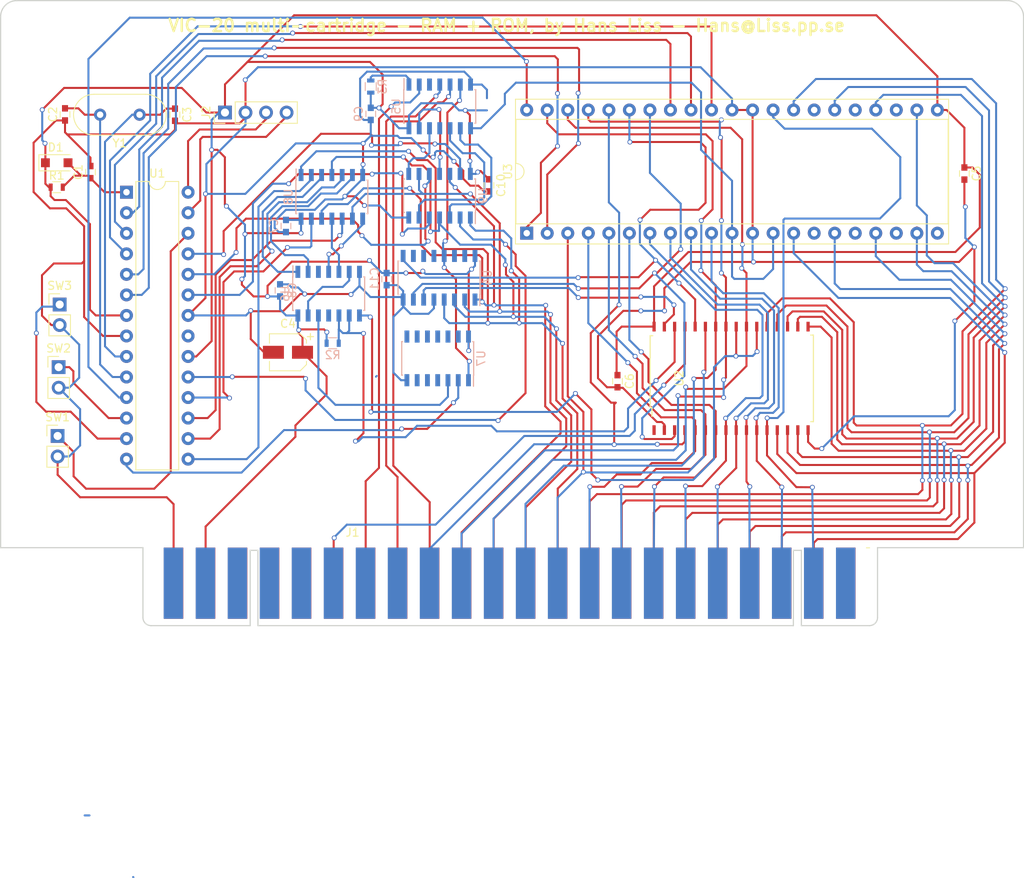
<source format=kicad_pcb>
(kicad_pcb (version 4) (host pcbnew 4.0.7)
  (layers (0 F.Cu signal) (31 B.Cu signal) (34 B.Paste user) (35 F.Paste user) (36 B.SilkS user) (37 F.SilkS user) (38 B.Mask user) (39 F.Mask user) (44 Edge.Cuts user))
  (net 0 "")
  (net 1 "Net-(J1-Pad16)")
  (net 2 "Net-(J1-Pad15)")
  (net 3 "Net-(J1-Pad14)")
  (net 4 D6)
  (net 5 D1)
  (net 6 D7)
  (net 7 D4)
  (net 8 D0)
  (net 9 D5)
  (net 10 D2)
  (net 11 D3)
  (net 12 A9)
  (net 13 A8)
  (net 14 A6)
  (net 15 A1)
  (net 16 A7)
  (net 17 A4)
  (net 18 A0)
  (net 19 A5)
  (net 20 A2)
  (net 21 A3)
  (net 22 GND)
  (net 23 VCC)
  (net 24 "Net-(U2-Pad22)")
  (net 25 "Net-(C2-Pad2)")
  (net 26 "Net-(C3-Pad1)")
  (net 27 A12)
  (net 28 A11)
  (net 29 A10)
  (net 30 "Net-(R2-Pad2)")
  (net 31 "Net-(R3-Pad2)")
  (net 32 "Net-(U3-Pad11)")
  (net 33 /~RESET)
  (net 34 /V_RW)
  (net 35 /~BLK5)
  (net 36 /~BLK3)
  (net 37 /~BLK2)
  (net 38 /~BLK1)
  (net 39 /OLED_SCL)
  (net 40 /OLED_SDA)
  (net 41 /~BUTTON1)
  (net 42 /~BUTTON2)
  (net 43 /~BUTTON3)
  (net 44 /~SEL_RAM_BLK1)
  (net 45 RB0)
  (net 46 /~SEL_RAM_BLK2)
  (net 47 RB1)
  (net 48 /~SEL_RAM_BLK3)
  (net 49 RB2)
  (net 50 /~SEL_RAM_BLK5)
  (net 51 RB3)
  (net 52 /~SEL_ROM_BLK1)
  (net 53 RB4)
  (net 54 /~SEL_ROM_BLK2)
  (net 55 /~SEL_ROM_BLK3)
  (net 56 RB5)
  (net 57 /~SEL_ROM_BLK5)
  (net 58 /~SEL_RAM_3k)
  (net 59 BA1)
  (net 60 BA0)
  (net 61 BA2)
  (net 62 /~RAM)
  (net 63 "Net-(U5-Pad9)")
  (net 64 "Net-(U5-Pad10)")
  (net 65 "Net-(U5-Pad12)")
  (net 66 "Net-(U5-Pad13)")
  (net 67 "Net-(U6-Pad1)")
  (net 68 "Net-(U6-Pad2)")
  (net 69 "Net-(U6-Pad4)")
  (net 70 "Net-(U6-Pad5)")
  (net 71 "Net-(U6-Pad13)")
  (net 72 "Net-(U6-Pad12)")
  (module MyConnectors:VIC_EXP (layer F.Cu) (at 148.5011 105.0036)
    (fp_text reference J1 (at -60.96 -6.99) (layer F.SilkS))
    (fp_text value "VIC-20 Expansion Port")
    (pad 22 connect rect (at -83.10116 -0.72448) (size 2.4 8.8) (layers F.Cu F.Mask) (net 22 GND))
    (pad 21 connect rect (at -79.14116 -0.72448) (size 2.4 8.8) (layers F.Cu F.Mask) (net 23 VCC))
    (pad 20 connect rect (at -75.18116 -0.72448) (size 2.4 8.8) (layers F.Cu F.Mask))
    (pad 19 connect rect (at -71.22116 -0.72448) (size 2.4 8.8) (layers F.Cu F.Mask))
    (pad 18 connect rect (at -67.26116 -0.72448) (size 2.4 8.8) (layers F.Cu F.Mask))
    (pad 17 connect rect (at -63.30116 -0.72448) (size 2.4 8.8) (layers F.Cu F.Mask) (net 34 /V_RW))
    (pad 16 connect rect (at -59.34116 -0.72448) (size 2.4 8.8) (layers F.Cu F.Mask) (net 1 "Net-(J1-Pad16)"))
    (pad 15 connect rect (at -55.38116 -0.72448) (size 2.4 8.8) (layers F.Cu F.Mask) (net 2 "Net-(J1-Pad15)"))
    (pad 14 connect rect (at -51.42116 -0.72448) (size 2.4 8.8) (layers F.Cu F.Mask) (net 3 "Net-(J1-Pad14)"))
    (pad 13 connect rect (at -47.46116 -0.72448) (size 2.4 8.8) (layers F.Cu F.Mask) (net 35 /~BLK5))
    (pad 12 connect rect (at -43.50116 -0.72448) (size 2.4 8.8) (layers F.Cu F.Mask) (net 36 /~BLK3))
    (pad 11 connect rect (at -39.54116 -0.72448) (size 2.4 8.8) (layers F.Cu F.Mask) (net 37 /~BLK2))
    (pad 10 connect rect (at -35.58116 -0.72448) (size 2.4 8.8) (layers F.Cu F.Mask) (net 38 /~BLK1))
    (pad 8 connect rect (at -27.66116 -0.72448) (size 2.4 8.8) (layers F.Cu F.Mask) (net 4 D6))
    (pad 3 connect rect (at -7.86116 -0.72448) (size 2.4 8.8) (layers F.Cu F.Mask) (net 5 D1))
    (pad 9 connect rect (at -31.62116 -0.72448) (size 2.4 8.8) (layers F.Cu F.Mask) (net 6 D7))
    (pad 6 connect rect (at -19.74116 -0.72448) (size 2.4 8.8) (layers F.Cu F.Mask) (net 7 D4))
    (pad 1 connect rect (at 0.05884 -0.72448) (size 2.4 8.8) (layers F.Cu F.Mask))
    (pad 2 connect rect (at -3.90116 -0.72448) (size 2.4 8.8) (layers F.Cu F.Mask) (net 8 D0))
    (pad 7 connect rect (at -23.70116 -0.72448) (size 2.4 8.8) (layers F.Cu F.Mask) (net 9 D5))
    (pad 4 connect rect (at -11.82116 -0.72448) (size 2.4 8.8) (layers F.Cu F.Mask) (net 10 D2))
    (pad 5 connect rect (at -15.78116 -0.72448) (size 2.4 8.8) (layers F.Cu F.Mask) (net 11 D3))
    (pad Z connect rect (at -83.12726 -0.71888) (size 2.4 8.8) (layers B.Cu B.Mask))
    (pad Y connect rect (at -79.16726 -0.71888) (size 2.4 8.8) (layers B.Cu B.Mask))
    (pad X connect rect (at -75.20726 -0.71888) (size 2.4 8.8) (layers B.Cu B.Mask))
    (pad W connect rect (at -71.24726 -0.71888) (size 2.4 8.8) (layers B.Cu B.Mask))
    (pad V connect rect (at -67.28726 -0.71888) (size 2.4 8.8) (layers B.Cu B.Mask))
    (pad U connect rect (at -63.32726 -0.71888) (size 2.4 8.8) (layers B.Cu B.Mask))
    (pad T connect rect (at -59.36726 -0.71888) (size 2.4 8.8) (layers B.Cu B.Mask))
    (pad S connect rect (at -55.40726 -0.71888) (size 2.4 8.8) (layers B.Cu B.Mask))
    (pad R connect rect (at -51.44726 -0.71888) (size 2.4 8.8) (layers B.Cu B.Mask) (net 27 A12))
    (pad P connect rect (at -47.48726 -0.71888) (size 2.4 8.8) (layers B.Cu B.Mask) (net 28 A11))
    (pad N connect rect (at -43.52726 -0.71888) (size 2.4 8.8) (layers B.Cu B.Mask) (net 29 A10))
    (pad M connect rect (at -39.56726 -0.71888) (size 2.4 8.8) (layers B.Cu B.Mask) (net 12 A9))
    (pad L connect rect (at -35.60726 -0.71888) (size 2.4 8.8) (layers B.Cu B.Mask) (net 13 A8))
    (pad J connect rect (at -27.68726 -0.71888) (size 2.4 8.8) (layers B.Cu B.Mask) (net 14 A6))
    (pad C connect rect (at -7.88726 -0.71888) (size 2.4 8.8) (layers B.Cu B.Mask) (net 15 A1))
    (pad K connect rect (at -31.64726 -0.71888) (size 2.4 8.8) (layers B.Cu B.Mask) (net 16 A7))
    (pad F connect rect (at -19.76726 -0.71888) (size 2.4 8.8) (layers B.Cu B.Mask) (net 17 A4))
    (pad A connect rect (at 0.03274 -0.71888) (size 2.4 8.8) (layers B.Cu B.Mask))
    (pad B connect rect (at -3.92726 -0.71888) (size 2.4 8.8) (layers B.Cu B.Mask) (net 18 A0))
    (pad H connect rect (at -23.72726 -0.71888) (size 2.4 8.8) (layers B.Cu B.Mask) (net 19 A5))
    (pad D connect rect (at -11.84726 -0.71888) (size 2.4 8.8) (layers B.Cu B.Mask) (net 20 A2))
    (pad E connect rect (at -15.80726 -0.71888) (size 2.4 8.8) (layers B.Cu B.Mask) (net 21 A3))
  )
  (module MyConnectors:SOP-32_14.12x20.87mm_Pitch1.27mm (layer F.Cu) (at 134.5057 78.9432 90)
    (fp_text reference U2 (at 0 -6.55 90) (layer F.SilkS))
    (fp_text value KM681000CLG-5L)
    (pad 1 smd rect (at -6.4 -9.67 90) (size 1.2 0.4) (layers F.Cu F.Paste F.Mask))
    (pad 2 smd rect (at -6.4 -8.4 90) (size 1.2 0.4) (layers F.Cu F.Paste F.Mask) (net 22 GND))
    (pad 3 smd rect (at -6.4 -7.13 90) (size 1.2 0.4) (layers F.Cu F.Paste F.Mask) (net 59 BA1))
    (pad 4 smd rect (at -6.4 -5.86 90) (size 1.2 0.4) (layers F.Cu F.Paste F.Mask) (net 27 A12))
    (pad 5 smd rect (at -6.4 -4.59 90) (size 1.2 0.4) (layers F.Cu F.Paste F.Mask) (net 16 A7))
    (pad 6 smd rect (at -6.4 -3.32 90) (size 1.2 0.4) (layers F.Cu F.Paste F.Mask) (net 14 A6))
    (pad 7 smd rect (at -6.4 -2.05 90) (size 1.2 0.4) (layers F.Cu F.Paste F.Mask) (net 19 A5))
    (pad 8 smd rect (at -6.4 -0.78 90) (size 1.2 0.4) (layers F.Cu F.Paste F.Mask) (net 17 A4))
    (pad 9 smd rect (at -6.4 0.49 90) (size 1.2 0.4) (layers F.Cu F.Paste F.Mask) (net 21 A3))
    (pad 10 smd rect (at -6.4 1.76 90) (size 1.2 0.4) (layers F.Cu F.Paste F.Mask) (net 20 A2))
    (pad 11 smd rect (at -6.4 3.03 90) (size 1.2 0.4) (layers F.Cu F.Paste F.Mask) (net 15 A1))
    (pad 12 smd rect (at -6.4 4.3 90) (size 1.2 0.4) (layers F.Cu F.Paste F.Mask) (net 18 A0))
    (pad 13 smd rect (at -6.4 5.57 90) (size 1.2 0.4) (layers F.Cu F.Paste F.Mask) (net 8 D0))
    (pad 14 smd rect (at -6.4 6.84 90) (size 1.2 0.4) (layers F.Cu F.Paste F.Mask) (net 5 D1))
    (pad 15 smd rect (at -6.4 8.11 90) (size 1.2 0.4) (layers F.Cu F.Paste F.Mask) (net 10 D2))
    (pad 16 smd rect (at -6.4 9.38 90) (size 1.2 0.4) (layers F.Cu F.Paste F.Mask) (net 22 GND))
    (pad 17 smd rect (at 6.4 9.38 90) (size 1.2 0.4) (layers F.Cu F.Paste F.Mask) (net 11 D3))
    (pad 18 smd rect (at 6.4 8.11 90) (size 1.2 0.4) (layers F.Cu F.Paste F.Mask) (net 7 D4))
    (pad 19 smd rect (at 6.4 6.84 90) (size 1.2 0.4) (layers F.Cu F.Paste F.Mask) (net 9 D5))
    (pad 20 smd rect (at 6.4 5.57 90) (size 1.2 0.4) (layers F.Cu F.Paste F.Mask) (net 4 D6))
    (pad 21 smd rect (at 6.4 4.3 90) (size 1.2 0.4) (layers F.Cu F.Paste F.Mask) (net 6 D7))
    (pad 22 smd rect (at 6.4 3.03 90) (size 1.2 0.4) (layers F.Cu F.Paste F.Mask) (net 24 "Net-(U2-Pad22)"))
    (pad 23 smd rect (at 6.4 1.76 90) (size 1.2 0.4) (layers F.Cu F.Paste F.Mask) (net 29 A10))
    (pad 24 smd rect (at 6.4 0.49 90) (size 1.2 0.4) (layers F.Cu F.Paste F.Mask) (net 24 "Net-(U2-Pad22)"))
    (pad 25 smd rect (at 6.4 -0.78 90) (size 1.2 0.4) (layers F.Cu F.Paste F.Mask) (net 28 A11))
    (pad 26 smd rect (at 6.4 -2.05 90) (size 1.2 0.4) (layers F.Cu F.Paste F.Mask) (net 12 A9))
    (pad 27 smd rect (at 6.4 -3.32 90) (size 1.2 0.4) (layers F.Cu F.Paste F.Mask) (net 13 A8))
    (pad 28 smd rect (at 6.4 -4.59 90) (size 1.2 0.4) (layers F.Cu F.Paste F.Mask) (net 60 BA0))
    (pad 29 smd rect (at 6.4 -5.86 90) (size 1.2 0.4) (layers F.Cu F.Paste F.Mask) (net 34 /V_RW))
    (pad 30 smd rect (at 6.4 -7.13 90) (size 1.2 0.4) (layers F.Cu F.Paste F.Mask) (net 30 "Net-(R2-Pad2)"))
    (pad 31 smd rect (at 6.4 -8.4 90) (size 1.2 0.4) (layers F.Cu F.Paste F.Mask) (net 61 BA2))
    (pad 32 smd rect (at 6.4 -9.67 90) (size 1.2 0.4) (layers F.Cu F.Paste F.Mask) (net 23 VCC))
  )
  (module Housings_DIP:DIP-42_W15.24mm_Socket (layer F.Cu) (at 109.0803 60.9854 90)
    (fp_text reference U3 (at 7.62 -2.33 90) (layer F.SilkS))
    (fp_text value M27C160)
    (pad 1 thru_hole rect (at 0 0 90) (size 1.6 1.6) (drill 0.8) (layers *.Cu *.Mask) (net 53 RB4))
    (pad 22 thru_hole oval (at 15.24 50.8 90) (size 1.6 1.6) (drill 0.8) (layers *.Cu *.Mask) (net 23 VCC))
    (pad 2 thru_hole oval (at 0 2.54 90) (size 1.6 1.6) (drill 0.8) (layers *.Cu *.Mask) (net 51 RB3))
    (pad 23 thru_hole oval (at 15.24 48.26 90) (size 1.6 1.6) (drill 0.8) (layers *.Cu *.Mask) (net 7 D4))
    (pad 3 thru_hole oval (at 0 5.08 90) (size 1.6 1.6) (drill 0.8) (layers *.Cu *.Mask) (net 13 A8))
    (pad 24 thru_hole oval (at 15.24 45.72 90) (size 1.6 1.6) (drill 0.8) (layers *.Cu *.Mask))
    (pad 4 thru_hole oval (at 0 7.62 90) (size 1.6 1.6) (drill 0.8) (layers *.Cu *.Mask) (net 16 A7))
    (pad 25 thru_hole oval (at 15.24 43.18 90) (size 1.6 1.6) (drill 0.8) (layers *.Cu *.Mask) (net 9 D5))
    (pad 5 thru_hole oval (at 0 10.16 90) (size 1.6 1.6) (drill 0.8) (layers *.Cu *.Mask) (net 14 A6))
    (pad 26 thru_hole oval (at 15.24 40.64 90) (size 1.6 1.6) (drill 0.8) (layers *.Cu *.Mask))
    (pad 6 thru_hole oval (at 0 12.7 90) (size 1.6 1.6) (drill 0.8) (layers *.Cu *.Mask) (net 19 A5))
    (pad 27 thru_hole oval (at 15.24 38.1 90) (size 1.6 1.6) (drill 0.8) (layers *.Cu *.Mask) (net 4 D6))
    (pad 7 thru_hole oval (at 0 15.24 90) (size 1.6 1.6) (drill 0.8) (layers *.Cu *.Mask) (net 17 A4))
    (pad 28 thru_hole oval (at 15.24 35.56 90) (size 1.6 1.6) (drill 0.8) (layers *.Cu *.Mask))
    (pad 8 thru_hole oval (at 0 17.78 90) (size 1.6 1.6) (drill 0.8) (layers *.Cu *.Mask) (net 21 A3))
    (pad 29 thru_hole oval (at 15.24 33.02 90) (size 1.6 1.6) (drill 0.8) (layers *.Cu *.Mask) (net 6 D7))
    (pad 9 thru_hole oval (at 0 20.32 90) (size 1.6 1.6) (drill 0.8) (layers *.Cu *.Mask) (net 20 A2))
    (pad 30 thru_hole oval (at 15.24 30.48 90) (size 1.6 1.6) (drill 0.8) (layers *.Cu *.Mask) (net 18 A0))
    (pad 10 thru_hole oval (at 0 22.86 90) (size 1.6 1.6) (drill 0.8) (layers *.Cu *.Mask) (net 15 A1))
    (pad 31 thru_hole oval (at 15.24 27.94 90) (size 1.6 1.6) (drill 0.8) (layers *.Cu *.Mask) (net 22 GND))
    (pad 11 thru_hole oval (at 0 25.4 90) (size 1.6 1.6) (drill 0.8) (layers *.Cu *.Mask) (net 32 "Net-(U3-Pad11)"))
    (pad 32 thru_hole oval (at 15.24 25.4 90) (size 1.6 1.6) (drill 0.8) (layers *.Cu *.Mask) (net 22 GND))
    (pad 12 thru_hole oval (at 0 27.94 90) (size 1.6 1.6) (drill 0.8) (layers *.Cu *.Mask) (net 22 GND))
    (pad 33 thru_hole oval (at 15.24 22.86 90) (size 1.6 1.6) (drill 0.8) (layers *.Cu *.Mask) (net 49 RB2))
    (pad 13 thru_hole oval (at 0 30.48 90) (size 1.6 1.6) (drill 0.8) (layers *.Cu *.Mask) (net 32 "Net-(U3-Pad11)"))
    (pad 34 thru_hole oval (at 15.24 20.32 90) (size 1.6 1.6) (drill 0.8) (layers *.Cu *.Mask) (net 47 RB1))
    (pad 14 thru_hole oval (at 0 33.02 90) (size 1.6 1.6) (drill 0.8) (layers *.Cu *.Mask) (net 8 D0))
    (pad 35 thru_hole oval (at 15.24 17.78 90) (size 1.6 1.6) (drill 0.8) (layers *.Cu *.Mask) (net 45 RB0))
    (pad 15 thru_hole oval (at 0 35.56 90) (size 1.6 1.6) (drill 0.8) (layers *.Cu *.Mask))
    (pad 36 thru_hole oval (at 15.24 15.24 90) (size 1.6 1.6) (drill 0.8) (layers *.Cu *.Mask) (net 59 BA1))
    (pad 16 thru_hole oval (at 0 38.1 90) (size 1.6 1.6) (drill 0.8) (layers *.Cu *.Mask) (net 5 D1))
    (pad 37 thru_hole oval (at 15.24 12.7 90) (size 1.6 1.6) (drill 0.8) (layers *.Cu *.Mask) (net 60 BA0))
    (pad 17 thru_hole oval (at 0 40.64 90) (size 1.6 1.6) (drill 0.8) (layers *.Cu *.Mask))
    (pad 38 thru_hole oval (at 15.24 10.16 90) (size 1.6 1.6) (drill 0.8) (layers *.Cu *.Mask) (net 27 A12))
    (pad 18 thru_hole oval (at 0 43.18 90) (size 1.6 1.6) (drill 0.8) (layers *.Cu *.Mask) (net 10 D2))
    (pad 39 thru_hole oval (at 15.24 7.62 90) (size 1.6 1.6) (drill 0.8) (layers *.Cu *.Mask) (net 28 A11))
    (pad 19 thru_hole oval (at 0 45.72 90) (size 1.6 1.6) (drill 0.8) (layers *.Cu *.Mask))
    (pad 40 thru_hole oval (at 15.24 5.08 90) (size 1.6 1.6) (drill 0.8) (layers *.Cu *.Mask) (net 29 A10))
    (pad 20 thru_hole oval (at 0 48.26 90) (size 1.6 1.6) (drill 0.8) (layers *.Cu *.Mask) (net 11 D3))
    (pad 41 thru_hole oval (at 15.24 2.54 90) (size 1.6 1.6) (drill 0.8) (layers *.Cu *.Mask) (net 12 A9))
    (pad 21 thru_hole oval (at 0 50.8 90) (size 1.6 1.6) (drill 0.8) (layers *.Cu *.Mask))
    (pad 42 thru_hole oval (at 15.24 0 90) (size 1.6 1.6) (drill 0.8) (layers *.Cu *.Mask) (net 56 RB5))
  )
  (module Capacitors_SMD:C_0603 (layer F.Cu) (at 55.118 53.4289 90)
    (fp_text reference C1 (at 0 -1.5 90) (layer F.SilkS))
    (fp_text value 100nf)
    (pad 2 smd rect (at 0.75 0 90) (size 0.8 0.75) (layers F.Cu F.Paste F.Mask) (net 22 GND))
    (pad 1 smd rect (at -0.75 0 90) (size 0.8 0.75) (layers F.Cu F.Paste F.Mask) (net 33 /~RESET))
  )
  (module Capacitors_SMD:C_0603 (layer F.Cu) (at 51.9684 46.2915 90)
    (fp_text reference C2 (at 0 -1.5 90) (layer F.SilkS))
    (fp_text value 22pf)
    (pad 2 smd rect (at 0.75 0 90) (size 0.8 0.75) (layers F.Cu F.Paste F.Mask) (net 25 "Net-(C2-Pad2)"))
    (pad 1 smd rect (at -0.75 0 90) (size 0.8 0.75) (layers F.Cu F.Paste F.Mask) (net 22 GND))
  )
  (module Capacitors_SMD:C_0603 (layer F.Cu) (at 65.5701 46.3296 270)
    (fp_text reference C3 (at 0 -1.5 270) (layer F.SilkS))
    (fp_text value 22pf)
    (pad 2 smd rect (at 0.75 0 270) (size 0.8 0.75) (layers F.Cu F.Paste F.Mask) (net 22 GND))
    (pad 1 smd rect (at -0.75 0 270) (size 0.8 0.75) (layers F.Cu F.Paste F.Mask) (net 26 "Net-(C3-Pad1)"))
  )
  (module Capacitors_SMD:CP_Elec_4x5.8 (layer F.Cu) (at 79.54518 75.7174 180)
    (fp_text reference C4 (at 0 3.54 180) (layer F.SilkS))
    (fp_text value 10uf)
    (fp_text user + (at -2.78 2.01 180) (layer F.SilkS))
    (pad 1 smd rect (at -1.8 0) (size 2.6 1.6) (layers F.Cu F.Paste F.Mask) (net 23 VCC))
    (pad 2 smd rect (at 1.8 0) (size 2.6 1.6) (layers F.Cu F.Paste F.Mask) (net 22 GND))
  )
  (module Capacitors_SMD:C_0603 (layer F.Cu) (at 163.2204 53.6067 270)
    (fp_text reference C5 (at 0 -1.5 270) (layer F.SilkS))
    (fp_text value 0.1uf)
    (pad 2 smd rect (at 0.75 0 270) (size 0.8 0.75) (layers F.Cu F.Paste F.Mask) (net 22 GND))
    (pad 1 smd rect (at -0.75 0 270) (size 0.8 0.75) (layers F.Cu F.Paste F.Mask) (net 23 VCC))
  )
  (module Capacitors_SMD:C_0603 (layer F.Cu) (at 120.30964 79.29372 270)
    (fp_text reference C6 (at 0 -1.5 270) (layer F.SilkS))
    (fp_text value 0.1uf)
    (pad 2 smd rect (at 0.75 0 270) (size 0.8 0.75) (layers F.Cu F.Paste F.Mask) (net 22 GND))
    (pad 1 smd rect (at -0.75 0 270) (size 0.8 0.75) (layers F.Cu F.Paste F.Mask) (net 23 VCC))
  )
  (module Capacitors_SMD:C_0603 (layer B.Cu) (at 79.2988 60.0964 270)
    (fp_text reference C7 (at 0 1.5 270) (layer B.SilkS) (effects (justify mirror)))
    (fp_text value 0.1uf)
    (pad 2 smd rect (at 0.75 0 270) (size 0.8 0.75) (layers B.Cu B.Paste B.Mask) (net 22 GND))
    (pad 1 smd rect (at -0.75 0 270) (size 0.8 0.75) (layers B.Cu B.Paste B.Mask) (net 23 VCC))
  )
  (module Capacitors_SMD:C_0603 (layer B.Cu) (at 78.56728 68.06184 90)
    (fp_text reference C8 (at 0 1.5 90) (layer B.SilkS) (effects (justify mirror)))
    (fp_text value 0.1uf)
    (pad 2 smd rect (at 0.75 0 90) (size 0.8 0.75) (layers B.Cu B.Paste B.Mask) (net 22 GND))
    (pad 1 smd rect (at -0.75 0 90) (size 0.8 0.75) (layers B.Cu B.Paste B.Mask) (net 23 VCC))
  )
  (module Capacitors_SMD:C_0603 (layer B.Cu) (at 89.789 46.228 270)
    (fp_text reference C9 (at 0 1.5 270) (layer B.SilkS) (effects (justify mirror)))
    (fp_text value 0.1uf)
    (pad 2 smd rect (at 0.75 0 270) (size 0.8 0.75) (layers B.Cu B.Paste B.Mask) (net 22 GND))
    (pad 1 smd rect (at -0.75 0 270) (size 0.8 0.75) (layers B.Cu B.Paste B.Mask) (net 23 VCC))
  )
  (module Capacitors_SMD:C_0603 (layer F.Cu) (at 104.40416 55.0672 270)
    (fp_text reference C10 (at 0 -1.5 270) (layer F.SilkS))
    (fp_text value 0.1uf)
    (pad 2 smd rect (at 0.75 0 270) (size 0.8 0.75) (layers F.Cu F.Paste F.Mask) (net 22 GND))
    (pad 1 smd rect (at -0.75 0 270) (size 0.8 0.75) (layers F.Cu F.Paste F.Mask) (net 23 VCC))
  )
  (module Diodes_SMD:D_SOD-123F (layer F.Cu) (at 50.9397 52.2732)
    (fp_text reference D1 (at -0.127 -1.905) (layer F.SilkS))
    (fp_text value 1N4148)
    (pad 1 smd rect (at -1.4 0) (size 1.1 1.1) (layers F.Cu F.Paste F.Mask) (net 23 VCC))
    (pad 2 smd rect (at 1.4 0) (size 1.1 1.1) (layers F.Cu F.Paste F.Mask) (net 33 /~RESET))
  )
  (module Pin_Headers:Pin_Header_Straight_1x04_Pitch2.54mm (layer F.Cu) (at 71.755 46.0629 90)
    (fp_text reference J2 (at 0 -2.33 90) (layer F.SilkS))
    (fp_text value "I2C Display")
    (pad 1 thru_hole rect (at 0 0 90) (size 1.7 1.7) (drill 1) (layers *.Cu *.Mask) (net 23 VCC))
    (pad 2 thru_hole oval (at 0 2.54 90) (size 1.7 1.7) (drill 1) (layers *.Cu *.Mask) (net 22 GND))
    (pad 3 thru_hole oval (at 0 5.08 90) (size 1.7 1.7) (drill 1) (layers *.Cu *.Mask) (net 39 /OLED_SCL))
    (pad 4 thru_hole oval (at 0 7.62 90) (size 1.7 1.7) (drill 1) (layers *.Cu *.Mask) (net 40 /OLED_SDA))
  )
  (module Resistors_SMD:R_0603 (layer F.Cu) (at 50.9397 55.2958)
    (fp_text reference R1 (at 0 -1.45) (layer F.SilkS))
    (fp_text value 10k)
    (pad 1 smd rect (at -0.75 0) (size 0.5 0.9) (layers F.Cu F.Paste F.Mask) (net 23 VCC))
    (pad 2 smd rect (at 0.75 0) (size 0.5 0.9) (layers F.Cu F.Paste F.Mask) (net 33 /~RESET))
  )
  (module Resistors_SMD:R_0603 (layer B.Cu) (at 85.0773 74.5998)
    (fp_text reference R2 (at 0 1.45) (layer B.SilkS) (effects (justify mirror)))
    (fp_text value 10k)
    (pad 1 smd rect (at -0.75 0) (size 0.5 0.9) (layers B.Cu B.Paste B.Mask) (net 23 VCC))
    (pad 2 smd rect (at 0.75 0) (size 0.5 0.9) (layers B.Cu B.Paste B.Mask) (net 30 "Net-(R2-Pad2)"))
  )
  (module Resistors_SMD:R_0603 (layer B.Cu) (at 89.789 42.8498 90)
    (fp_text reference R3 (at 0 1.45 90) (layer B.SilkS) (effects (justify mirror)))
    (fp_text value 10k)
    (pad 1 smd rect (at -0.75 0 90) (size 0.5 0.9) (layers B.Cu B.Paste B.Mask) (net 23 VCC))
    (pad 2 smd rect (at 0.75 0 90) (size 0.5 0.9) (layers B.Cu B.Paste B.Mask) (net 31 "Net-(R3-Pad2)"))
  )
  (module Pin_Headers:Pin_Header_Straight_1x02_Pitch2.54mm (layer F.Cu) (at 51.054 86.0679)
    (fp_text reference SW1 (at 0 -2.33) (layer F.SilkS))
    (fp_text value "")
    (pad 1 thru_hole rect (at 0 0) (size 1.7 1.7) (drill 1) (layers *.Cu *.Mask) (net 41 /~BUTTON1))
    (pad 2 thru_hole oval (at 0 2.54) (size 1.7 1.7) (drill 1) (layers *.Cu *.Mask) (net 22 GND))
  )
  (module Pin_Headers:Pin_Header_Straight_1x02_Pitch2.54mm (layer F.Cu) (at 51.181 77.5589)
    (fp_text reference SW2 (at 0 -2.33) (layer F.SilkS))
    (fp_text value "")
    (pad 1 thru_hole rect (at 0 0) (size 1.7 1.7) (drill 1) (layers *.Cu *.Mask) (net 42 /~BUTTON2))
    (pad 2 thru_hole oval (at 0 2.54) (size 1.7 1.7) (drill 1) (layers *.Cu *.Mask) (net 22 GND))
  )
  (module Pin_Headers:Pin_Header_Straight_1x02_Pitch2.54mm (layer F.Cu) (at 51.308 69.8119)
    (fp_text reference SW3 (at 0 -2.33) (layer F.SilkS))
    (fp_text value "")
    (pad 1 thru_hole rect (at 0 0) (size 1.7 1.7) (drill 1) (layers *.Cu *.Mask) (net 43 /~BUTTON3))
    (pad 2 thru_hole oval (at 0 2.54) (size 1.7 1.7) (drill 1) (layers *.Cu *.Mask) (net 22 GND))
  )
  (module Housings_SOIC:SOIC-14_3.9x8.7mm_Pitch1.27mm (layer B.Cu) (at 98.3234 45.30344 270)
    (fp_text reference U5 (at 0 5.375 270) (layer B.SilkS) (effects (justify mirror)))
    (fp_text value 74LS21)
    (pad 1 smd rect (at -2.7 3.81 270) (size 1.5 0.6) (layers B.Cu B.Paste B.Mask) (net 31 "Net-(R3-Pad2)"))
    (pad 2 smd rect (at -2.7 2.54 270) (size 1.5 0.6) (layers B.Cu B.Paste B.Mask) (net 1 "Net-(J1-Pad16)"))
    (pad 3 smd rect (at -2.7 1.27 270) (size 1.5 0.6) (layers B.Cu B.Paste B.Mask))
    (pad 4 smd rect (at -2.7 0 270) (size 1.5 0.6) (layers B.Cu B.Paste B.Mask) (net 2 "Net-(J1-Pad15)"))
    (pad 5 smd rect (at -2.7 -1.27 270) (size 1.5 0.6) (layers B.Cu B.Paste B.Mask) (net 3 "Net-(J1-Pad14)"))
    (pad 6 smd rect (at -2.7 -2.54 270) (size 1.5 0.6) (layers B.Cu B.Paste B.Mask) (net 62 /~RAM))
    (pad 7 smd rect (at -2.7 -3.81 270) (size 1.5 0.6) (layers B.Cu B.Paste B.Mask) (net 22 GND))
    (pad 8 smd rect (at 2.7 -3.81 270) (size 1.5 0.6) (layers B.Cu B.Paste B.Mask) (net 32 "Net-(U3-Pad11)"))
    (pad 9 smd rect (at 2.7 -2.54 270) (size 1.5 0.6) (layers B.Cu B.Paste B.Mask) (net 63 "Net-(U5-Pad9)"))
    (pad 10 smd rect (at 2.7 -1.27 270) (size 1.5 0.6) (layers B.Cu B.Paste B.Mask) (net 64 "Net-(U5-Pad10)"))
    (pad 11 smd rect (at 2.7 0 270) (size 1.5 0.6) (layers B.Cu B.Paste B.Mask))
    (pad 12 smd rect (at 2.7 1.27 270) (size 1.5 0.6) (layers B.Cu B.Paste B.Mask) (net 65 "Net-(U5-Pad12)"))
    (pad 13 smd rect (at 2.7 2.54 270) (size 1.5 0.6) (layers B.Cu B.Paste B.Mask) (net 66 "Net-(U5-Pad13)"))
    (pad 14 smd rect (at 2.7 3.81 270) (size 1.5 0.6) (layers B.Cu B.Paste B.Mask) (net 23 VCC))
  )
  (module Housings_SOIC:SOIC-14_3.9x8.7mm_Pitch1.27mm (layer B.Cu) (at 84.582 68.4657 270)
    (fp_text reference U6 (at 0 5.375 270) (layer B.SilkS) (effects (justify mirror)))
    (fp_text value 74LS21)
    (pad 1 smd rect (at -2.7 3.81 270) (size 1.5 0.6) (layers B.Cu B.Paste B.Mask) (net 67 "Net-(U6-Pad1)"))
    (pad 2 smd rect (at -2.7 2.54 270) (size 1.5 0.6) (layers B.Cu B.Paste B.Mask) (net 68 "Net-(U6-Pad2)"))
    (pad 3 smd rect (at -2.7 1.27 270) (size 1.5 0.6) (layers B.Cu B.Paste B.Mask))
    (pad 4 smd rect (at -2.7 0 270) (size 1.5 0.6) (layers B.Cu B.Paste B.Mask) (net 69 "Net-(U6-Pad4)"))
    (pad 5 smd rect (at -2.7 -1.27 270) (size 1.5 0.6) (layers B.Cu B.Paste B.Mask) (net 70 "Net-(U6-Pad5)"))
    (pad 6 smd rect (at -2.7 -2.54 270) (size 1.5 0.6) (layers B.Cu B.Paste B.Mask) (net 71 "Net-(U6-Pad13)"))
    (pad 7 smd rect (at -2.7 -3.81 270) (size 1.5 0.6) (layers B.Cu B.Paste B.Mask) (net 22 GND))
    (pad 8 smd rect (at 2.7 -3.81 270) (size 1.5 0.6) (layers B.Cu B.Paste B.Mask) (net 24 "Net-(U2-Pad22)"))
    (pad 9 smd rect (at 2.7 -2.54 270) (size 1.5 0.6) (layers B.Cu B.Paste B.Mask) (net 30 "Net-(R2-Pad2)"))
    (pad 10 smd rect (at 2.7 -1.27 270) (size 1.5 0.6) (layers B.Cu B.Paste B.Mask) (net 30 "Net-(R2-Pad2)"))
    (pad 11 smd rect (at 2.7 0 270) (size 1.5 0.6) (layers B.Cu B.Paste B.Mask))
    (pad 12 smd rect (at 2.7 1.27 270) (size 1.5 0.6) (layers B.Cu B.Paste B.Mask) (net 72 "Net-(U6-Pad12)"))
    (pad 13 smd rect (at 2.7 2.54 270) (size 1.5 0.6) (layers B.Cu B.Paste B.Mask) (net 71 "Net-(U6-Pad13)"))
    (pad 14 smd rect (at 2.7 3.81 270) (size 1.5 0.6) (layers B.Cu B.Paste B.Mask) (net 23 VCC))
  )
  (module Housings_SOIC:SOIC-14_3.9x8.7mm_Pitch1.27mm (layer B.Cu) (at 98.0694 76.47178 90)
    (fp_text reference U7 (at 0 5.375 90) (layer B.SilkS) (effects (justify mirror)))
    (fp_text value 74LS32)
    (pad 1 smd rect (at -2.7 3.81 90) (size 1.5 0.6) (layers B.Cu B.Paste B.Mask) (net 62 /~RAM))
    (pad 2 smd rect (at -2.7 2.54 90) (size 1.5 0.6) (layers B.Cu B.Paste B.Mask) (net 58 /~SEL_RAM_3k))
    (pad 3 smd rect (at -2.7 1.27 90) (size 1.5 0.6) (layers B.Cu B.Paste B.Mask) (net 72 "Net-(U6-Pad12)"))
    (pad 4 smd rect (at -2.7 0 90) (size 1.5 0.6) (layers B.Cu B.Paste B.Mask))
    (pad 5 smd rect (at -2.7 -1.27 90) (size 1.5 0.6) (layers B.Cu B.Paste B.Mask))
    (pad 6 smd rect (at -2.7 -2.54 90) (size 1.5 0.6) (layers B.Cu B.Paste B.Mask))
    (pad 7 smd rect (at -2.7 -3.81 90) (size 1.5 0.6) (layers B.Cu B.Paste B.Mask) (net 22 GND))
    (pad 8 smd rect (at 2.7 -3.81 90) (size 1.5 0.6) (layers B.Cu B.Paste B.Mask))
    (pad 9 smd rect (at 2.7 -2.54 90) (size 1.5 0.6) (layers B.Cu B.Paste B.Mask))
    (pad 10 smd rect (at 2.7 -1.27 90) (size 1.5 0.6) (layers B.Cu B.Paste B.Mask))
    (pad 11 smd rect (at 2.7 0 90) (size 1.5 0.6) (layers B.Cu B.Paste B.Mask))
    (pad 12 smd rect (at 2.7 1.27 90) (size 1.5 0.6) (layers B.Cu B.Paste B.Mask))
    (pad 13 smd rect (at 2.7 2.54 90) (size 1.5 0.6) (layers B.Cu B.Paste B.Mask))
    (pad 14 smd rect (at 2.7 3.81 90) (size 1.5 0.6) (layers B.Cu B.Paste B.Mask) (net 23 VCC))
  )
  (module Crystals:Crystal_HC49-4H_Vertical (layer F.Cu) (at 61.1886 46.3296 180)
    (fp_text reference Y1 (at 2.44 -3.525 180) (layer F.SilkS))
    (fp_text value 16MHz)
    (pad 1 thru_hole circle (at 0 0 180) (size 1.5 1.5) (drill 0.8) (layers *.Cu *.Mask) (net 26 "Net-(C3-Pad1)"))
    (pad 2 thru_hole circle (at 4.88 0 180) (size 1.5 1.5) (drill 0.8) (layers *.Cu *.Mask) (net 25 "Net-(C2-Pad2)"))
  )
  (module Housings_DIP:DIP-28_W7.62mm (layer F.Cu) (at 59.57062 55.9181)
    (fp_text reference U1 (at 3.81 -2.33) (layer F.SilkS))
    (fp_text value ATMEGA328P-PU)
    (pad 1 thru_hole rect (at 0 0) (size 1.6 1.6) (drill 0.8) (layers *.Cu *.Mask) (net 33 /~RESET))
    (pad 15 thru_hole oval (at 7.62 33.02) (size 1.6 1.6) (drill 0.8) (layers *.Cu *.Mask) (net 44 /~SEL_RAM_BLK1))
    (pad 2 thru_hole oval (at 0 2.54) (size 1.6 1.6) (drill 0.8) (layers *.Cu *.Mask) (net 45 RB0))
    (pad 16 thru_hole oval (at 7.62 30.48) (size 1.6 1.6) (drill 0.8) (layers *.Cu *.Mask) (net 46 /~SEL_RAM_BLK2))
    (pad 3 thru_hole oval (at 0 5.08) (size 1.6 1.6) (drill 0.8) (layers *.Cu *.Mask) (net 47 RB1))
    (pad 17 thru_hole oval (at 7.62 27.94) (size 1.6 1.6) (drill 0.8) (layers *.Cu *.Mask) (net 48 /~SEL_RAM_BLK3))
    (pad 4 thru_hole oval (at 0 7.62) (size 1.6 1.6) (drill 0.8) (layers *.Cu *.Mask) (net 49 RB2))
    (pad 18 thru_hole oval (at 7.62 25.4) (size 1.6 1.6) (drill 0.8) (layers *.Cu *.Mask) (net 50 /~SEL_RAM_BLK5))
    (pad 5 thru_hole oval (at 0 10.16) (size 1.6 1.6) (drill 0.8) (layers *.Cu *.Mask) (net 51 RB3))
    (pad 19 thru_hole oval (at 7.62 22.86) (size 1.6 1.6) (drill 0.8) (layers *.Cu *.Mask) (net 52 /~SEL_ROM_BLK1))
    (pad 6 thru_hole oval (at 0 12.7) (size 1.6 1.6) (drill 0.8) (layers *.Cu *.Mask) (net 53 RB4))
    (pad 20 thru_hole oval (at 7.62 20.32) (size 1.6 1.6) (drill 0.8) (layers *.Cu *.Mask) (net 23 VCC))
    (pad 7 thru_hole oval (at 0 15.24) (size 1.6 1.6) (drill 0.8) (layers *.Cu *.Mask) (net 23 VCC))
    (pad 21 thru_hole oval (at 7.62 17.78) (size 1.6 1.6) (drill 0.8) (layers *.Cu *.Mask))
    (pad 8 thru_hole oval (at 0 17.78) (size 1.6 1.6) (drill 0.8) (layers *.Cu *.Mask) (net 22 GND))
    (pad 22 thru_hole oval (at 7.62 15.24) (size 1.6 1.6) (drill 0.8) (layers *.Cu *.Mask) (net 22 GND))
    (pad 9 thru_hole oval (at 0 20.32) (size 1.6 1.6) (drill 0.8) (layers *.Cu *.Mask) (net 26 "Net-(C3-Pad1)"))
    (pad 23 thru_hole oval (at 7.62 12.7) (size 1.6 1.6) (drill 0.8) (layers *.Cu *.Mask) (net 54 /~SEL_ROM_BLK2))
    (pad 10 thru_hole oval (at 0 22.86) (size 1.6 1.6) (drill 0.8) (layers *.Cu *.Mask) (net 25 "Net-(C2-Pad2)"))
    (pad 24 thru_hole oval (at 7.62 10.16) (size 1.6 1.6) (drill 0.8) (layers *.Cu *.Mask) (net 55 /~SEL_ROM_BLK3))
    (pad 11 thru_hole oval (at 0 25.4) (size 1.6 1.6) (drill 0.8) (layers *.Cu *.Mask) (net 56 RB5))
    (pad 25 thru_hole oval (at 7.62 7.62) (size 1.6 1.6) (drill 0.8) (layers *.Cu *.Mask) (net 57 /~SEL_ROM_BLK5))
    (pad 12 thru_hole oval (at 0 27.94) (size 1.6 1.6) (drill 0.8) (layers *.Cu *.Mask) (net 42 /~BUTTON2))
    (pad 26 thru_hole oval (at 7.62 5.08) (size 1.6 1.6) (drill 0.8) (layers *.Cu *.Mask) (net 41 /~BUTTON1))
    (pad 13 thru_hole oval (at 0 30.48) (size 1.6 1.6) (drill 0.8) (layers *.Cu *.Mask) (net 43 /~BUTTON3))
    (pad 27 thru_hole oval (at 7.62 2.54) (size 1.6 1.6) (drill 0.8) (layers *.Cu *.Mask) (net 40 /OLED_SDA))
    (pad 14 thru_hole oval (at 0 33.02) (size 1.6 1.6) (drill 0.8) (layers *.Cu *.Mask) (net 58 /~SEL_RAM_3k))
    (pad 28 thru_hole oval (at 7.62 0) (size 1.6 1.6) (drill 0.8) (layers *.Cu *.Mask) (net 39 /OLED_SCL))
  )
  (module Capacitors_SMD:C_0603 (layer B.Cu) (at 91.75496 66.66484 270)
    (fp_text reference C11 (at 0 1.5 270) (layer B.SilkS) (effects (justify mirror)))
    (fp_text value 0.1uf)
    (pad 2 smd rect (at 0.75 0 270) (size 0.8 0.75) (layers B.Cu B.Paste B.Mask) (net 22 GND))
    (pad 1 smd rect (at -0.75 0 270) (size 0.8 0.75) (layers B.Cu B.Paste B.Mask) (net 23 VCC))
  )
  (module Housings_SOIC:SOIC-16_3.9x9.9mm_Pitch1.27mm (layer B.Cu) (at 98.23704 66.4972 90)
    (fp_text reference U4 (at 0 6 90) (layer B.SilkS) (effects (justify mirror)))
    (fp_text value 74LS148)
    (pad 1 smd rect (at -2.7 4.445 90) (size 1.5 0.6) (layers B.Cu B.Paste B.Mask) (net 35 /~BLK5))
    (pad 2 smd rect (at -2.7 3.175 90) (size 1.5 0.6) (layers B.Cu B.Paste B.Mask) (net 36 /~BLK3))
    (pad 3 smd rect (at -2.7 1.905 90) (size 1.5 0.6) (layers B.Cu B.Paste B.Mask) (net 37 /~BLK2))
    (pad 4 smd rect (at -2.7 0.635 90) (size 1.5 0.6) (layers B.Cu B.Paste B.Mask) (net 38 /~BLK1))
    (pad 5 smd rect (at -2.7 -0.635 90) (size 1.5 0.6) (layers B.Cu B.Paste B.Mask) (net 22 GND))
    (pad 6 smd rect (at -2.7 -1.905 90) (size 1.5 0.6) (layers B.Cu B.Paste B.Mask) (net 61 BA2))
    (pad 7 smd rect (at -2.7 -3.175 90) (size 1.5 0.6) (layers B.Cu B.Paste B.Mask) (net 59 BA1))
    (pad 8 smd rect (at -2.7 -4.445 90) (size 1.5 0.6) (layers B.Cu B.Paste B.Mask) (net 22 GND))
    (pad 9 smd rect (at 2.7 -4.445 90) (size 1.5 0.6) (layers B.Cu B.Paste B.Mask) (net 60 BA0))
    (pad 10 smd rect (at 2.7 -3.175 90) (size 1.5 0.6) (layers B.Cu B.Paste B.Mask))
    (pad 11 smd rect (at 2.7 -1.905 90) (size 1.5 0.6) (layers B.Cu B.Paste B.Mask))
    (pad 12 smd rect (at 2.7 -0.635 90) (size 1.5 0.6) (layers B.Cu B.Paste B.Mask))
    (pad 13 smd rect (at 2.7 0.635 90) (size 1.5 0.6) (layers B.Cu B.Paste B.Mask) (net 62 /~RAM))
    (pad 14 smd rect (at 2.7 1.905 90) (size 1.5 0.6) (layers B.Cu B.Paste B.Mask))
    (pad 15 smd rect (at 2.7 3.175 90) (size 1.5 0.6) (layers B.Cu B.Paste B.Mask))
    (pad 16 smd rect (at 2.7 4.445 90) (size 1.5 0.6) (layers B.Cu B.Paste B.Mask) (net 23 VCC))
  )
  (module Housings_SOIC:SOIC-14_3.9x8.7mm_Pitch1.27mm (layer B.Cu) (at 84.97824 56.4896 270)
    (fp_text reference U8 (at 0 5.375 270) (layer B.SilkS) (effects (justify mirror)))
    (fp_text value 74LS32)
    (pad 1 smd rect (at -2.7 3.81 270) (size 1.5 0.6) (layers B.Cu B.Paste B.Mask) (net 38 /~BLK1))
    (pad 2 smd rect (at -2.7 2.54 270) (size 1.5 0.6) (layers B.Cu B.Paste B.Mask) (net 44 /~SEL_RAM_BLK1))
    (pad 3 smd rect (at -2.7 1.27 270) (size 1.5 0.6) (layers B.Cu B.Paste B.Mask) (net 67 "Net-(U6-Pad1)"))
    (pad 4 smd rect (at -2.7 0 270) (size 1.5 0.6) (layers B.Cu B.Paste B.Mask) (net 37 /~BLK2))
    (pad 5 smd rect (at -2.7 -1.27 270) (size 1.5 0.6) (layers B.Cu B.Paste B.Mask) (net 46 /~SEL_RAM_BLK2))
    (pad 6 smd rect (at -2.7 -2.54 270) (size 1.5 0.6) (layers B.Cu B.Paste B.Mask) (net 68 "Net-(U6-Pad2)"))
    (pad 7 smd rect (at -2.7 -3.81 270) (size 1.5 0.6) (layers B.Cu B.Paste B.Mask) (net 22 GND))
    (pad 8 smd rect (at 2.7 -3.81 270) (size 1.5 0.6) (layers B.Cu B.Paste B.Mask) (net 69 "Net-(U6-Pad4)"))
    (pad 9 smd rect (at 2.7 -2.54 270) (size 1.5 0.6) (layers B.Cu B.Paste B.Mask) (net 36 /~BLK3))
    (pad 10 smd rect (at 2.7 -1.27 270) (size 1.5 0.6) (layers B.Cu B.Paste B.Mask) (net 48 /~SEL_RAM_BLK3))
    (pad 11 smd rect (at 2.7 0 270) (size 1.5 0.6) (layers B.Cu B.Paste B.Mask) (net 70 "Net-(U6-Pad5)"))
    (pad 12 smd rect (at 2.7 1.27 270) (size 1.5 0.6) (layers B.Cu B.Paste B.Mask) (net 35 /~BLK5))
    (pad 13 smd rect (at 2.7 2.54 270) (size 1.5 0.6) (layers B.Cu B.Paste B.Mask) (net 50 /~SEL_RAM_BLK5))
    (pad 14 smd rect (at 2.7 3.81 270) (size 1.5 0.6) (layers B.Cu B.Paste B.Mask) (net 23 VCC))
  )
  (module Housings_SOIC:SOIC-14_3.9x8.7mm_Pitch1.27mm (layer B.Cu) (at 98.298 56.3499 90)
    (fp_text reference U9 (at 0 5.375 90) (layer B.SilkS) (effects (justify mirror)))
    (fp_text value 74LS32)
    (pad 1 smd rect (at -2.7 3.81 90) (size 1.5 0.6) (layers B.Cu B.Paste B.Mask) (net 38 /~BLK1))
    (pad 2 smd rect (at -2.7 2.54 90) (size 1.5 0.6) (layers B.Cu B.Paste B.Mask) (net 52 /~SEL_ROM_BLK1))
    (pad 3 smd rect (at -2.7 1.27 90) (size 1.5 0.6) (layers B.Cu B.Paste B.Mask) (net 63 "Net-(U5-Pad9)"))
    (pad 4 smd rect (at -2.7 0 90) (size 1.5 0.6) (layers B.Cu B.Paste B.Mask) (net 37 /~BLK2))
    (pad 5 smd rect (at -2.7 -1.27 90) (size 1.5 0.6) (layers B.Cu B.Paste B.Mask) (net 54 /~SEL_ROM_BLK2))
    (pad 6 smd rect (at -2.7 -2.54 90) (size 1.5 0.6) (layers B.Cu B.Paste B.Mask) (net 64 "Net-(U5-Pad10)"))
    (pad 7 smd rect (at -2.7 -3.81 90) (size 1.5 0.6) (layers B.Cu B.Paste B.Mask) (net 22 GND))
    (pad 8 smd rect (at 2.7 -3.81 90) (size 1.5 0.6) (layers B.Cu B.Paste B.Mask) (net 65 "Net-(U5-Pad12)"))
    (pad 9 smd rect (at 2.7 -2.54 90) (size 1.5 0.6) (layers B.Cu B.Paste B.Mask) (net 36 /~BLK3))
    (pad 10 smd rect (at 2.7 -1.27 90) (size 1.5 0.6) (layers B.Cu B.Paste B.Mask) (net 55 /~SEL_ROM_BLK3))
    (pad 11 smd rect (at 2.7 0 90) (size 1.5 0.6) (layers B.Cu B.Paste B.Mask) (net 66 "Net-(U5-Pad13)"))
    (pad 12 smd rect (at 2.7 1.27 90) (size 1.5 0.6) (layers B.Cu B.Paste B.Mask) (net 35 /~BLK5))
    (pad 13 smd rect (at 2.7 2.54 90) (size 1.5 0.6) (layers B.Cu B.Paste B.Mask) (net 57 /~SEL_ROM_BLK5))
    (pad 14 smd rect (at 2.7 3.81 90) (size 1.5 0.6) (layers B.Cu B.Paste B.Mask) (net 23 VCC))
  )
  (gr_text "VIC-20 multi-cartridge - RAM + ROM, by Hans Liss - Hans@Liss.pp.se" (at 106.5911 35.2933) (layer F.SilkS) (effects (font (size 1.5 1.5) (thickness 0.3))))
  (gr_arc (start 46 34.2148) (end 44 34.2148) (angle 90) (layer Edge.Cuts) (width 0.15))
  (gr_arc (start 168.54 34.2148) (end 168.54 32.2148) (angle 90) (layer Edge.Cuts) (width 0.15))
  (gr_arc (start 151.4762 108.52988) (end 152.4762 108.52988) (angle 90) (layer Edge.Cuts) (width 0.15))
  (gr_arc (start 62.6077 108.52988) (end 62.6077 109.52988) (angle 90) (layer Edge.Cuts) (width 0.15))
  (gr_line (start 61.6077 108.52988) (end 61.6077 99.8855) (angle 90) (layer Edge.Cuts) (width 0.15))
  (gr_line (start 74.87412 109.52988) (end 62.6077 109.52988) (angle 90) (layer Edge.Cuts) (width 0.15))
  (gr_line (start 74.87412 100.21824) (end 74.87412 109.52988) (angle 90) (layer Edge.Cuts) (width 0.15))
  (gr_line (start 75.83424 100.21824) (end 74.87412 100.21824) (angle 90) (layer Edge.Cuts) (width 0.15))
  (gr_line (start 75.83424 109.52988) (end 75.83424 100.21824) (angle 90) (layer Edge.Cuts) (width 0.15))
  (gr_line (start 142.06728 109.52988) (end 75.83424 109.52988) (angle 90) (layer Edge.Cuts) (width 0.15))
  (gr_line (start 142.06728 100.21824) (end 142.06728 109.52988) (angle 90) (layer Edge.Cuts) (width 0.15))
  (gr_line (start 143.05788 100.21824) (end 142.06728 100.21824) (angle 90) (layer Edge.Cuts) (width 0.15))
  (gr_line (start 143.05788 109.52988) (end 143.05788 100.21824) (angle 90) (layer Edge.Cuts) (width 0.15))
  (gr_line (start 151.4762 109.52988) (end 143.05788 109.52988) (angle 90) (layer Edge.Cuts) (width 0.15))
  (gr_line (start 152.4762 99.8855) (end 152.4762 108.52988) (angle 90) (layer Edge.Cuts) (width 0.15))
  (gr_line (start 152.4762 99.8855) (end 170.54 99.8855) (angle 90) (layer Edge.Cuts) (width 0.15))
  (gr_line (start 61.6077 99.8855) (end 44 99.8855) (angle 90) (layer Edge.Cuts) (width 0.15))
  (gr_line (start 44 34.2148) (end 44 99.8855) (angle 90) (layer Edge.Cuts) (width 0.15))
  (gr_line (start 168.54 32.2148) (end 46 32.2148) (angle 90) (layer Edge.Cuts) (width 0.15))
  (gr_line (start 170.54 99.8855) (end 170.54 34.2148) (angle 90) (layer Edge.Cuts) (width 0.15))
  (segment (start 90.43416 78.73494) (end 90.5256 78.6435) (width 0.25) (layer B.Cu) (net 0))
  (segment (start 54.9961 133.0071) (end 54.39664 133.0071) (width 0.25) (layer B.Cu) (net 0))
  (segment (start 60.42658 140.65758) (end 60.3961 140.6271) (width 0.25) (layer B.Cu) (net 0))
  (segment (start 95.7834 42.60344) (end 95.7834 43.69308) (width 0.25) (layer B.Cu) (net 1))
  (segment (start 89.15994 91.66774) (end 89.15994 104.27912) (width 0.25) (layer F.Cu) (net 1))
  (segment (start 90.805 90.02268) (end 89.15994 91.66774) (width 0.25) (layer F.Cu) (net 1))
  (segment (start 90.805 46.82744) (end 90.805 90.02268) (width 0.25) (layer F.Cu) (net 1))
  (segment (start 92.31376 45.31868) (end 90.805 46.82744) (width 0.25) (layer F.Cu) (net 1))
  (via (at 92.31376 45.31868) (size 0.6) (drill 0.4) (layers F.Cu B.Cu) (net 1))
  (segment (start 92.81668 44.81576) (end 92.31376 45.31868) (width 0.25) (layer B.Cu) (net 1))
  (segment (start 94.66072 44.81576) (end 92.81668 44.81576) (width 0.25) (layer B.Cu) (net 1))
  (segment (start 95.7834 43.69308) (end 94.66072 44.81576) (width 0.25) (layer B.Cu) (net 1))
  (segment (start 93.09608 91.14028) (end 93.09608 104.25526) (width 0.25) (layer F.Cu) (net 2))
  (segment (start 98.3234 42.60344) (end 98.3234 43.55592) (width 0.25) (layer B.Cu) (net 2))
  (segment (start 98.3234 43.55592) (end 97.84588 44.03344) (width 0.25) (layer B.Cu) (net 2))
  (via (at 97.84588 44.03344) (size 0.6) (drill 0.4) (layers F.Cu B.Cu) (net 2))
  (segment (start 97.84588 44.03344) (end 95.33128 46.54804) (width 0.25) (layer F.Cu) (net 2))
  (segment (start 95.33128 46.54804) (end 92.31376 46.54804) (width 0.25) (layer F.Cu) (net 2))
  (segment (start 92.31376 46.54804) (end 91.69908 47.16272) (width 0.25) (layer F.Cu) (net 2))
  (segment (start 91.69908 47.16272) (end 91.69908 89.74328) (width 0.25) (layer F.Cu) (net 2))
  (segment (start 91.69908 89.74328) (end 93.09608 91.14028) (width 0.25) (layer F.Cu) (net 2))
  (segment (start 93.09608 91.14028) (end 93.11994 91.16414) (width 0.25) (layer F.Cu) (net 2))
  (segment (start 99.5934 42.60344) (end 99.5934 43.90644) (width 0.25) (layer B.Cu) (net 3))
  (segment (start 97.07994 94.25546) (end 97.07994 104.27912) (width 0.25) (layer F.Cu) (net 3))
  (segment (start 92.57792 89.75344) (end 97.07994 94.25546) (width 0.25) (layer F.Cu) (net 3))
  (segment (start 92.57792 47.307078) (end 92.57792 89.75344) (width 0.25) (layer F.Cu) (net 3))
  (segment (start 92.423402 47.15256) (end 92.57792 47.307078) (width 0.25) (layer F.Cu) (net 3))
  (segment (start 95.73768 47.15256) (end 92.423402 47.15256) (width 0.25) (layer F.Cu) (net 3))
  (segment (start 98.08464 44.8056) (end 95.73768 47.15256) (width 0.25) (layer F.Cu) (net 3))
  (segment (start 98.69424 44.8056) (end 98.08464 44.8056) (width 0.25) (layer F.Cu) (net 3))
  (segment (start 99.41052 44.08932) (end 98.69424 44.8056) (width 0.25) (layer F.Cu) (net 3))
  (via (at 99.41052 44.08932) (size 0.6) (drill 0.4) (layers F.Cu B.Cu) (net 3))
  (segment (start 99.5934 43.90644) (end 99.41052 44.08932) (width 0.25) (layer B.Cu) (net 3))
  (segment (start 158.94558 91.53144) (end 158.94558 85.63356) (width 0.25) (layer B.Cu) (net 4))
  (via (at 158.89986 85.58784) (size 0.6) (drill 0.4) (layers F.Cu B.Cu) (net 4))
  (segment (start 158.94558 85.63356) (end 158.89986 85.58784) (width 0.25) (layer B.Cu) (net 4))
  (segment (start 158.89986 85.58784) (end 158.89986 85.60816) (width 0.25) (layer F.Cu) (net 4))
  (segment (start 158.89986 85.60816) (end 158.89986 85.58784) (width 0.25) (layer F.Cu) (net 4))
  (segment (start 158.89986 85.58784) (end 158.89986 85.60816) (width 0.25) (layer F.Cu) (net 4))
  (segment (start 120.83994 104.27912) (end 120.83994 94.57746) (width 0.25) (layer F.Cu) (net 4))
  (segment (start 158.94558 91.53144) (end 158.92272 91.50858) (width 0.25) (layer B.Cu) (net 4))
  (via (at 158.94558 91.53144) (size 0.6) (drill 0.4) (layers F.Cu B.Cu) (net 4))
  (segment (start 158.94558 93.6879) (end 158.94558 91.53144) (width 0.25) (layer F.Cu) (net 4))
  (segment (start 158.58744 94.04604) (end 158.94558 93.6879) (width 0.25) (layer F.Cu) (net 4))
  (segment (start 121.37136 94.04604) (end 158.58744 94.04604) (width 0.25) (layer F.Cu) (net 4))
  (segment (start 120.83994 94.57746) (end 121.37136 94.04604) (width 0.25) (layer F.Cu) (net 4))
  (segment (start 140.0757 72.5432) (end 140.0757 71.03894) (width 0.25) (layer F.Cu) (net 4))
  (segment (start 147.1803 44.577) (end 148.8567 42.9006) (width 0.25) (layer B.Cu) (net 4))
  (segment (start 148.8567 42.9006) (end 163.3728 42.9006) (width 0.25) (layer B.Cu) (net 4))
  (segment (start 163.3728 42.9006) (end 166.2684 45.7962) (width 0.25) (layer B.Cu) (net 4))
  (segment (start 166.2684 45.7962) (end 166.2684 66.96456) (width 0.25) (layer B.Cu) (net 4))
  (segment (start 166.2684 66.96456) (end 168.26484 68.961) (width 0.25) (layer B.Cu) (net 4))
  (via (at 168.26484 68.961) (size 0.6) (drill 0.4) (layers F.Cu B.Cu) (net 4))
  (segment (start 147.1803 44.577) (end 147.1803 45.7454) (width 0.25) (layer B.Cu) (net 4))
  (segment (start 163.7284 73.49744) (end 168.26484 68.961) (width 0.25) (layer F.Cu) (net 4))
  (segment (start 163.7284 83.84794) (end 163.7284 73.49744) (width 0.25) (layer F.Cu) (net 4))
  (segment (start 161.96818 85.60816) (end 163.7284 83.84794) (width 0.25) (layer F.Cu) (net 4))
  (segment (start 149.25548 85.60816) (end 158.89986 85.60816) (width 0.25) (layer F.Cu) (net 4))
  (segment (start 158.89986 85.60816) (end 161.96818 85.60816) (width 0.25) (layer F.Cu) (net 4))
  (segment (start 148.75256 85.10524) (end 149.25548 85.60816) (width 0.25) (layer F.Cu) (net 4))
  (segment (start 148.75256 72.53224) (end 148.75256 85.10524) (width 0.25) (layer F.Cu) (net 4))
  (segment (start 146.15414 69.93382) (end 148.75256 72.53224) (width 0.25) (layer F.Cu) (net 4))
  (segment (start 141.18082 69.93382) (end 146.15414 69.93382) (width 0.25) (layer F.Cu) (net 4))
  (segment (start 140.0757 71.03894) (end 141.18082 69.93382) (width 0.25) (layer F.Cu) (net 4))
  (segment (start 147.1803 45.7454) (end 147.1803 46.0248) (width 0.25) (layer B.Cu) (net 4))
  (segment (start 140.63994 104.27912) (end 140.63994 98.49852) (width 0.25) (layer F.Cu) (net 5))
  (segment (start 140.63994 98.49852) (end 141.15288 97.98558) (width 0.25) (layer F.Cu) (net 5))
  (segment (start 141.15288 97.98558) (end 161.99612 97.98558) (width 0.25) (layer F.Cu) (net 5))
  (segment (start 161.99612 97.98558) (end 163.64458 96.33712) (width 0.25) (layer F.Cu) (net 5))
  (segment (start 163.64458 96.33712) (end 163.64458 91.53144) (width 0.25) (layer F.Cu) (net 5))
  (via (at 163.64458 91.53144) (size 0.6) (drill 0.4) (layers F.Cu B.Cu) (net 5))
  (segment (start 163.64458 91.53144) (end 163.64458 89.77122) (width 0.25) (layer B.Cu) (net 5))
  (via (at 163.64458 89.77122) (size 0.6) (drill 0.4) (layers F.Cu B.Cu) (net 5))
  (segment (start 163.64458 89.77122) (end 163.64458 89.65946) (width 0.25) (layer F.Cu) (net 5))
  (segment (start 163.64458 89.65946) (end 163.64458 89.77122) (width 0.25) (layer F.Cu) (net 5))
  (segment (start 163.64458 89.77122) (end 163.64458 89.65946) (width 0.25) (layer F.Cu) (net 5))
  (segment (start 141.3457 85.3432) (end 141.3457 88.12) (width 0.25) (layer F.Cu) (net 5))
  (segment (start 147.1803 67.2084) (end 147.8661 67.8942) (width 0.25) (layer B.Cu) (net 5))
  (segment (start 147.8661 67.8942) (end 161.48304 67.8942) (width 0.25) (layer B.Cu) (net 5))
  (segment (start 161.48304 67.8942) (end 168.2115 74.62266) (width 0.25) (layer B.Cu) (net 5))
  (via (at 168.2115 74.62266) (size 0.6) (drill 0.4) (layers F.Cu B.Cu) (net 5))
  (segment (start 147.1803 67.2084) (end 147.1803 60.9854) (width 0.25) (layer B.Cu) (net 5))
  (segment (start 167.5003 75.33386) (end 168.2115 74.62266) (width 0.25) (layer F.Cu) (net 5))
  (segment (start 167.5003 86.27872) (end 167.5003 75.33386) (width 0.25) (layer F.Cu) (net 5))
  (segment (start 164.11956 89.65946) (end 167.5003 86.27872) (width 0.25) (layer F.Cu) (net 5))
  (segment (start 142.88516 89.65946) (end 163.64458 89.65946) (width 0.25) (layer F.Cu) (net 5))
  (segment (start 163.64458 89.65946) (end 164.11956 89.65946) (width 0.25) (layer F.Cu) (net 5))
  (segment (start 141.3457 88.12) (end 142.88516 89.65946) (width 0.25) (layer F.Cu) (net 5))
  (segment (start 116.87994 104.27912) (end 116.87994 94.15088) (width 0.25) (layer F.Cu) (net 6))
  (segment (start 158.02102 84.76488) (end 158.02102 84.77504) (width 0.25) (layer F.Cu) (net 6))
  (via (at 158.02102 84.76488) (size 0.6) (drill 0.4) (layers F.Cu B.Cu) (net 6))
  (segment (start 158.02102 91.55176) (end 158.02102 84.76488) (width 0.25) (layer B.Cu) (net 6))
  (segment (start 158.02864 91.55938) (end 158.02102 91.55176) (width 0.25) (layer B.Cu) (net 6))
  (via (at 158.02864 91.55938) (size 0.6) (drill 0.4) (layers F.Cu B.Cu) (net 6))
  (segment (start 158.02864 92.73286) (end 158.02864 91.55938) (width 0.25) (layer F.Cu) (net 6))
  (segment (start 157.49778 93.26372) (end 158.02864 92.73286) (width 0.25) (layer F.Cu) (net 6))
  (segment (start 117.7671 93.26372) (end 157.49778 93.26372) (width 0.25) (layer F.Cu) (net 6))
  (segment (start 116.87994 94.15088) (end 117.7671 93.26372) (width 0.25) (layer F.Cu) (net 6))
  (segment (start 138.8057 72.5432) (end 138.8057 70.91702) (width 0.25) (layer F.Cu) (net 6))
  (segment (start 142.1003 44.6659) (end 144.8562 41.91) (width 0.25) (layer B.Cu) (net 6))
  (segment (start 144.8562 41.91) (end 164.1348 41.91) (width 0.25) (layer B.Cu) (net 6))
  (segment (start 164.1348 41.91) (end 167.1447 44.9199) (width 0.25) (layer B.Cu) (net 6))
  (segment (start 167.1447 44.9199) (end 167.1447 66.73596) (width 0.25) (layer B.Cu) (net 6))
  (segment (start 167.1447 66.73596) (end 168.26484 67.8561) (width 0.25) (layer B.Cu) (net 6))
  (via (at 168.26484 67.8561) (size 0.6) (drill 0.4) (layers F.Cu B.Cu) (net 6))
  (segment (start 142.1003 44.6659) (end 142.1003 45.7454) (width 0.25) (layer B.Cu) (net 6))
  (segment (start 162.98672 73.13422) (end 168.26484 67.8561) (width 0.25) (layer F.Cu) (net 6))
  (segment (start 162.98672 83.33232) (end 162.98672 73.13422) (width 0.25) (layer F.Cu) (net 6))
  (segment (start 161.544 84.77504) (end 162.98672 83.33232) (width 0.25) (layer F.Cu) (net 6))
  (segment (start 149.88032 84.77504) (end 158.02102 84.77504) (width 0.25) (layer F.Cu) (net 6))
  (segment (start 158.02102 84.77504) (end 161.544 84.77504) (width 0.25) (layer F.Cu) (net 6))
  (segment (start 149.53488 84.4296) (end 149.88032 84.77504) (width 0.25) (layer F.Cu) (net 6))
  (segment (start 149.53488 71.99376) (end 149.53488 84.4296) (width 0.25) (layer F.Cu) (net 6))
  (segment (start 146.58848 69.04736) (end 149.53488 71.99376) (width 0.25) (layer F.Cu) (net 6))
  (segment (start 140.67536 69.04736) (end 146.58848 69.04736) (width 0.25) (layer F.Cu) (net 6))
  (segment (start 138.8057 70.91702) (end 140.67536 69.04736) (width 0.25) (layer F.Cu) (net 6))
  (segment (start 142.1003 45.7454) (end 142.2146 45.7454) (width 0.25) (layer B.Cu) (net 6))
  (segment (start 128.75994 104.27912) (end 128.75994 96.38058) (width 0.25) (layer F.Cu) (net 7))
  (via (at 160.71088 87.06104) (size 0.6) (drill 0.4) (layers F.Cu B.Cu) (net 7))
  (segment (start 160.71088 91.5035) (end 160.71088 87.06104) (width 0.25) (layer B.Cu) (net 7))
  (via (at 160.71088 91.5035) (size 0.6) (drill 0.4) (layers F.Cu B.Cu) (net 7))
  (segment (start 160.71088 95.02394) (end 160.71088 91.5035) (width 0.25) (layer F.Cu) (net 7))
  (segment (start 160.15208 95.58274) (end 160.71088 95.02394) (width 0.25) (layer F.Cu) (net 7))
  (segment (start 129.55778 95.58274) (end 160.15208 95.58274) (width 0.25) (layer F.Cu) (net 7))
  (segment (start 128.75994 96.38058) (end 129.55778 95.58274) (width 0.25) (layer F.Cu) (net 7))
  (segment (start 160.71088 87.06104) (end 160.71088 87.08898) (width 0.25) (layer F.Cu) (net 7))
  (segment (start 160.71088 87.08898) (end 160.71088 87.06104) (width 0.25) (layer F.Cu) (net 7))
  (segment (start 160.71088 87.06104) (end 160.71088 87.08898) (width 0.25) (layer F.Cu) (net 7))
  (segment (start 142.6157 72.5432) (end 142.6157 71.60028) (width 0.25) (layer F.Cu) (net 7))
  (segment (start 157.3403 57.5564) (end 158.5722 58.7883) (width 0.25) (layer B.Cu) (net 7))
  (segment (start 158.5722 58.7883) (end 158.5722 63.7413) (width 0.25) (layer B.Cu) (net 7))
  (segment (start 158.5722 63.7413) (end 159.5247 64.6938) (width 0.25) (layer B.Cu) (net 7))
  (segment (start 159.5247 64.6938) (end 161.81832 64.6938) (width 0.25) (layer B.Cu) (net 7))
  (segment (start 161.81832 64.6938) (end 168.24452 71.12) (width 0.25) (layer B.Cu) (net 7))
  (via (at 168.24452 71.12) (size 0.6) (drill 0.4) (layers F.Cu B.Cu) (net 7))
  (segment (start 157.3403 57.5564) (end 157.3403 45.7454) (width 0.25) (layer B.Cu) (net 7))
  (segment (start 165.09746 74.26706) (end 168.24452 71.12) (width 0.25) (layer F.Cu) (net 7))
  (segment (start 165.09746 84.76996) (end 165.09746 74.26706) (width 0.25) (layer F.Cu) (net 7))
  (segment (start 162.77844 87.08898) (end 165.09746 84.76996) (width 0.25) (layer F.Cu) (net 7))
  (segment (start 148.07184 87.08898) (end 160.71088 87.08898) (width 0.25) (layer F.Cu) (net 7))
  (segment (start 160.71088 87.08898) (end 162.77844 87.08898) (width 0.25) (layer F.Cu) (net 7))
  (segment (start 147.49526 86.5124) (end 148.07184 87.08898) (width 0.25) (layer F.Cu) (net 7))
  (segment (start 147.49526 73.23074) (end 147.49526 86.5124) (width 0.25) (layer F.Cu) (net 7))
  (segment (start 145.59534 71.33082) (end 147.49526 73.23074) (width 0.25) (layer F.Cu) (net 7))
  (segment (start 142.88516 71.33082) (end 145.59534 71.33082) (width 0.25) (layer F.Cu) (net 7))
  (segment (start 142.6157 71.60028) (end 142.88516 71.33082) (width 0.25) (layer F.Cu) (net 7))
  (segment (start 157.3403 45.7454) (end 157.3403 46.1264) (width 0.25) (layer B.Cu) (net 7))
  (segment (start 144.59994 104.27912) (end 144.59994 99.28832) (width 0.25) (layer F.Cu) (net 8))
  (segment (start 164.45484 96.78416) (end 164.45484 90.6653) (width 0.25) (layer F.Cu) (net 8))
  (segment (start 162.41522 98.82378) (end 164.45484 96.78416) (width 0.25) (layer F.Cu) (net 8))
  (segment (start 145.06448 98.82378) (end 162.41522 98.82378) (width 0.25) (layer F.Cu) (net 8))
  (segment (start 144.59994 99.28832) (end 145.06448 98.82378) (width 0.25) (layer F.Cu) (net 8))
  (segment (start 140.0757 85.3432) (end 140.0757 88.30288) (width 0.25) (layer F.Cu) (net 8))
  (segment (start 142.1003 63.4619) (end 147.6375 68.9991) (width 0.25) (layer B.Cu) (net 8))
  (segment (start 147.6375 68.9991) (end 161.4678 68.9991) (width 0.25) (layer B.Cu) (net 8))
  (segment (start 161.4678 68.9991) (end 168.2115 75.7428) (width 0.25) (layer B.Cu) (net 8))
  (via (at 168.2115 75.7428) (size 0.6) (drill 0.4) (layers F.Cu B.Cu) (net 8))
  (segment (start 142.1003 63.4619) (end 142.1003 60.9854) (width 0.25) (layer B.Cu) (net 8))
  (segment (start 168.2115 86.90864) (end 168.2115 75.7428) (width 0.25) (layer F.Cu) (net 8))
  (segment (start 164.45484 90.6653) (end 168.2115 86.90864) (width 0.25) (layer F.Cu) (net 8))
  (segment (start 142.43812 90.6653) (end 164.45484 90.6653) (width 0.25) (layer F.Cu) (net 8))
  (segment (start 140.0757 88.30288) (end 142.43812 90.6653) (width 0.25) (layer F.Cu) (net 8))
  (segment (start 124.79994 104.27912) (end 124.79994 95.56284) (width 0.25) (layer F.Cu) (net 9))
  (via (at 159.87268 86.36508) (size 0.6) (drill 0.4) (layers F.Cu B.Cu) (net 9))
  (segment (start 159.87268 91.53144) (end 159.87268 86.36508) (width 0.25) (layer B.Cu) (net 9))
  (via (at 159.87268 91.53144) (size 0.6) (drill 0.4) (layers F.Cu B.Cu) (net 9))
  (segment (start 159.87268 94.26956) (end 159.87268 91.53144) (width 0.25) (layer F.Cu) (net 9))
  (segment (start 159.36976 94.77248) (end 159.87268 94.26956) (width 0.25) (layer F.Cu) (net 9))
  (segment (start 125.5903 94.77248) (end 159.36976 94.77248) (width 0.25) (layer F.Cu) (net 9))
  (segment (start 124.79994 95.56284) (end 125.5903 94.77248) (width 0.25) (layer F.Cu) (net 9))
  (segment (start 159.87268 86.36508) (end 159.87268 86.39048) (width 0.25) (layer F.Cu) (net 9))
  (segment (start 159.87268 86.39048) (end 159.87268 86.36508) (width 0.25) (layer F.Cu) (net 9))
  (segment (start 159.87268 86.36508) (end 159.87268 86.39048) (width 0.25) (layer F.Cu) (net 9))
  (segment (start 141.3457 72.5432) (end 141.3457 71.2777) (width 0.25) (layer F.Cu) (net 9))
  (segment (start 152.2603 44.80306) (end 153.19248 43.87088) (width 0.25) (layer B.Cu) (net 9))
  (segment (start 153.19248 43.87088) (end 162.78352 43.87088) (width 0.25) (layer B.Cu) (net 9))
  (segment (start 162.78352 43.87088) (end 165.4048 46.49216) (width 0.25) (layer B.Cu) (net 9))
  (segment (start 165.4048 46.49216) (end 165.4048 67.183) (width 0.25) (layer B.Cu) (net 9))
  (segment (start 165.4048 67.183) (end 168.2496 70.0278) (width 0.25) (layer B.Cu) (net 9))
  (via (at 168.2496 70.0278) (size 0.6) (drill 0.4) (layers F.Cu B.Cu) (net 9))
  (segment (start 152.2603 44.80306) (end 152.2603 45.7454) (width 0.25) (layer B.Cu) (net 9))
  (segment (start 164.37102 73.90638) (end 168.2496 70.0278) (width 0.25) (layer F.Cu) (net 9))
  (segment (start 164.37102 84.32292) (end 164.37102 73.90638) (width 0.25) (layer F.Cu) (net 9))
  (segment (start 162.30346 86.39048) (end 164.37102 84.32292) (width 0.25) (layer F.Cu) (net 9))
  (segment (start 148.63826 86.39048) (end 159.87268 86.39048) (width 0.25) (layer F.Cu) (net 9))
  (segment (start 159.87268 86.39048) (end 162.30346 86.39048) (width 0.25) (layer F.Cu) (net 9))
  (segment (start 148.10994 85.86216) (end 148.63826 86.39048) (width 0.25) (layer F.Cu) (net 9))
  (segment (start 148.10994 72.95134) (end 148.10994 85.86216) (width 0.25) (layer F.Cu) (net 9))
  (segment (start 145.81886 70.66026) (end 148.10994 72.95134) (width 0.25) (layer F.Cu) (net 9))
  (segment (start 141.96314 70.66026) (end 145.81886 70.66026) (width 0.25) (layer F.Cu) (net 9))
  (segment (start 141.3457 71.2777) (end 141.96314 70.66026) (width 0.25) (layer F.Cu) (net 9))
  (segment (start 136.67994 104.27912) (end 136.67994 97.9043) (width 0.25) (layer F.Cu) (net 10))
  (segment (start 136.67994 97.9043) (end 137.38098 97.20326) (width 0.25) (layer F.Cu) (net 10))
  (segment (start 137.38098 97.20326) (end 161.46526 97.20326) (width 0.25) (layer F.Cu) (net 10))
  (segment (start 161.46526 97.20326) (end 162.58286 96.08566) (width 0.25) (layer F.Cu) (net 10))
  (segment (start 162.58286 96.08566) (end 162.58286 91.53144) (width 0.25) (layer F.Cu) (net 10))
  (via (at 162.58286 91.53144) (size 0.6) (drill 0.4) (layers F.Cu B.Cu) (net 10))
  (segment (start 162.58286 91.53144) (end 162.52698 91.47556) (width 0.25) (layer B.Cu) (net 10))
  (segment (start 162.52698 91.47556) (end 162.52698 88.68156) (width 0.25) (layer B.Cu) (net 10))
  (via (at 162.52698 88.68156) (size 0.6) (drill 0.4) (layers F.Cu B.Cu) (net 10))
  (segment (start 142.6157 85.3432) (end 142.6157 88.1327) (width 0.25) (layer F.Cu) (net 10))
  (segment (start 152.2603 63.8302) (end 155.17876 66.74866) (width 0.25) (layer B.Cu) (net 10))
  (segment (start 155.17876 66.74866) (end 161.54908 66.74866) (width 0.25) (layer B.Cu) (net 10))
  (segment (start 161.54908 66.74866) (end 168.22674 73.42632) (width 0.25) (layer B.Cu) (net 10))
  (via (at 168.22674 73.42632) (size 0.6) (drill 0.4) (layers F.Cu B.Cu) (net 10))
  (segment (start 152.2603 63.8302) (end 152.2603 60.9854) (width 0.25) (layer B.Cu) (net 10))
  (segment (start 166.77386 74.8792) (end 168.22674 73.42632) (width 0.25) (layer F.Cu) (net 10))
  (segment (start 166.77386 85.55228) (end 166.77386 74.8792) (width 0.25) (layer F.Cu) (net 10))
  (segment (start 163.64458 88.68156) (end 166.77386 85.55228) (width 0.25) (layer F.Cu) (net 10))
  (segment (start 143.16456 88.68156) (end 162.52698 88.68156) (width 0.25) (layer F.Cu) (net 10))
  (segment (start 162.52698 88.68156) (end 163.64458 88.68156) (width 0.25) (layer F.Cu) (net 10))
  (segment (start 142.6157 88.1327) (end 143.16456 88.68156) (width 0.25) (layer F.Cu) (net 10))
  (segment (start 132.71994 104.27912) (end 132.71994 97.03068) (width 0.25) (layer F.Cu) (net 11))
  (segment (start 132.71994 97.03068) (end 133.35762 96.393) (width 0.25) (layer F.Cu) (net 11))
  (segment (start 133.35762 96.393) (end 160.9344 96.393) (width 0.25) (layer F.Cu) (net 11))
  (segment (start 160.9344 96.393) (end 161.60496 95.72244) (width 0.25) (layer F.Cu) (net 11))
  (segment (start 161.60496 95.72244) (end 161.60496 91.53144) (width 0.25) (layer F.Cu) (net 11))
  (via (at 161.60496 91.53144) (size 0.6) (drill 0.4) (layers F.Cu B.Cu) (net 11))
  (segment (start 161.60496 91.53144) (end 161.54908 91.47556) (width 0.25) (layer B.Cu) (net 11))
  (segment (start 161.54908 91.47556) (end 161.54908 87.8713) (width 0.25) (layer B.Cu) (net 11))
  (via (at 161.54908 87.8713) (size 0.6) (drill 0.4) (layers F.Cu B.Cu) (net 11))
  (segment (start 161.54908 87.8713) (end 161.54908 87.89924) (width 0.25) (layer F.Cu) (net 11))
  (segment (start 161.54908 87.89924) (end 161.54908 87.8713) (width 0.25) (layer F.Cu) (net 11))
  (segment (start 161.54908 87.8713) (end 161.54908 87.89924) (width 0.25) (layer F.Cu) (net 11))
  (segment (start 143.8857 72.5432) (end 145.43866 72.5432) (width 0.25) (layer F.Cu) (net 11))
  (segment (start 157.3403 64.88684) (end 158.1404 65.68694) (width 0.25) (layer B.Cu) (net 11))
  (segment (start 158.1404 65.68694) (end 161.6329 65.68694) (width 0.25) (layer B.Cu) (net 11))
  (segment (start 161.6329 65.68694) (end 168.23436 72.24522) (width 0.25) (layer B.Cu) (net 11))
  (via (at 168.23436 72.24522) (size 0.6) (drill 0.4) (layers F.Cu B.Cu) (net 11))
  (segment (start 157.3403 64.88684) (end 157.3403 60.9854) (width 0.25) (layer B.Cu) (net 11))
  (segment (start 165.93566 74.54392) (end 168.23436 72.24522) (width 0.25) (layer F.Cu) (net 11))
  (segment (start 165.93566 85.16112) (end 165.93566 74.54392) (width 0.25) (layer F.Cu) (net 11))
  (segment (start 163.19754 87.89924) (end 165.93566 85.16112) (width 0.25) (layer F.Cu) (net 11))
  (segment (start 147.6629 87.89924) (end 161.54908 87.89924) (width 0.25) (layer F.Cu) (net 11))
  (segment (start 161.54908 87.89924) (end 163.19754 87.89924) (width 0.25) (layer F.Cu) (net 11))
  (segment (start 146.79676 87.0331) (end 147.6629 87.89924) (width 0.25) (layer F.Cu) (net 11))
  (segment (start 146.79676 73.9013) (end 146.79676 87.0331) (width 0.25) (layer F.Cu) (net 11))
  (segment (start 145.43866 72.5432) (end 146.79676 73.9013) (width 0.25) (layer F.Cu) (net 11))
  (segment (start 157.3403 60.9854) (end 157.3403 60.2615) (width 0.25) (layer F.Cu) (net 11))
  (segment (start 132.4557 72.5432) (end 132.4557 67.43932) (width 0.25) (layer F.Cu) (net 12))
  (segment (start 111.6203 47.38624) (end 111.6203 45.7454) (width 0.25) (layer F.Cu) (net 12))
  (segment (start 112.98936 48.7553) (end 111.6203 47.38624) (width 0.25) (layer F.Cu) (net 12))
  (segment (start 131.23418 48.7553) (end 112.98936 48.7553) (width 0.25) (layer F.Cu) (net 12))
  (segment (start 132.07238 49.5935) (end 131.23418 48.7553) (width 0.25) (layer F.Cu) (net 12))
  (segment (start 132.07238 58.03138) (end 132.07238 49.5935) (width 0.25) (layer F.Cu) (net 12))
  (segment (start 130.67538 59.42838) (end 132.07238 58.03138) (width 0.25) (layer F.Cu) (net 12))
  (via (at 130.67538 59.42838) (size 0.6) (drill 0.4) (layers F.Cu B.Cu) (net 12))
  (segment (start 130.67538 65.54724) (end 130.67538 59.42838) (width 0.25) (layer B.Cu) (net 12))
  (segment (start 130.6195 65.60312) (end 130.67538 65.54724) (width 0.25) (layer B.Cu) (net 12))
  (via (at 130.6195 65.60312) (size 0.6) (drill 0.4) (layers F.Cu B.Cu) (net 12))
  (segment (start 132.4557 67.43932) (end 130.6195 65.60312) (width 0.25) (layer F.Cu) (net 12))
  (segment (start 111.6203 45.7454) (end 111.6203 46.5201) (width 0.25) (layer B.Cu) (net 12))
  (segment (start 111.6203 45.7454) (end 111.6203 46.1899) (width 0.25) (layer B.Cu) (net 12))
  (segment (start 112.2807 91.1352) (end 112.27435 91.12885) (width 0.25) (layer B.Cu) (net 12))
  (segment (start 112.27435 91.12885) (end 112.2807 91.1352) (width 0.25) (layer B.Cu) (net 12))
  (segment (start 112.2807 91.1352) (end 112.2807 91.1225) (width 0.25) (layer B.Cu) (net 12))
  (segment (start 108.93384 104.28472) (end 108.93384 94.46936) (width 0.25) (layer B.Cu) (net 12))
  (segment (start 132.4557 77.87662) (end 132.4557 72.5432) (width 0.25) (layer F.Cu) (net 12))
  (segment (start 131.42976 78.90256) (end 132.4557 77.87662) (width 0.25) (layer F.Cu) (net 12))
  (segment (start 129.86512 78.90256) (end 131.42976 78.90256) (width 0.25) (layer F.Cu) (net 12))
  (segment (start 129.75336 79.01432) (end 129.86512 78.90256) (width 0.25) (layer F.Cu) (net 12))
  (via (at 129.75336 79.01432) (size 0.6) (drill 0.4) (layers F.Cu B.Cu) (net 12))
  (segment (start 129.75336 88.23452) (end 129.75336 79.01432) (width 0.25) (layer B.Cu) (net 12))
  (segment (start 128.2446 89.74328) (end 129.75336 88.23452) (width 0.25) (layer B.Cu) (net 12))
  (segment (start 113.65992 89.74328) (end 128.2446 89.74328) (width 0.25) (layer B.Cu) (net 12))
  (segment (start 108.93384 94.46936) (end 112.2807 91.1225) (width 0.25) (layer B.Cu) (net 12))
  (segment (start 112.2807 91.1225) (end 113.65992 89.74328) (width 0.25) (layer B.Cu) (net 12))
  (segment (start 114.1603 60.9854) (end 114.1603 81.1657) (width 0.25) (layer F.Cu) (net 13))
  (segment (start 116.0907 90.58148) (end 116.00688 90.58148) (width 0.25) (layer B.Cu) (net 13))
  (segment (start 116.0907 90.5256) (end 116.0907 90.58148) (width 0.25) (layer B.Cu) (net 13))
  (via (at 116.0907 90.5256) (size 0.6) (drill 0.4) (layers F.Cu B.Cu) (net 13))
  (segment (start 116.0907 83.0961) (end 116.0907 90.5256) (width 0.25) (layer F.Cu) (net 13))
  (segment (start 114.1603 81.1657) (end 116.0907 83.0961) (width 0.25) (layer F.Cu) (net 13))
  (segment (start 112.89384 104.28472) (end 112.89384 93.69452) (width 0.25) (layer B.Cu) (net 13))
  (segment (start 131.1857 77.97314) (end 131.1857 72.5432) (width 0.25) (layer F.Cu) (net 13))
  (segment (start 130.98272 78.17612) (end 131.1857 77.97314) (width 0.25) (layer F.Cu) (net 13))
  (via (at 130.98272 78.17612) (size 0.6) (drill 0.4) (layers F.Cu B.Cu) (net 13))
  (segment (start 130.98272 88.62568) (end 130.98272 78.17612) (width 0.25) (layer B.Cu) (net 13))
  (segment (start 129.02692 90.58148) (end 130.98272 88.62568) (width 0.25) (layer B.Cu) (net 13))
  (segment (start 116.00688 90.58148) (end 129.02692 90.58148) (width 0.25) (layer B.Cu) (net 13))
  (segment (start 112.89384 93.69452) (end 116.00688 90.58148) (width 0.25) (layer B.Cu) (net 13))
  (segment (start 119.2403 60.9854) (end 119.2403 72.97166) (width 0.25) (layer B.Cu) (net 14))
  (segment (start 131.1857 83.4083) (end 131.1857 85.3432) (width 0.25) (layer F.Cu) (net 14))
  (segment (start 130.64744 82.87004) (end 131.1857 83.4083) (width 0.25) (layer F.Cu) (net 14))
  (segment (start 126.1491 82.87004) (end 130.64744 82.87004) (width 0.25) (layer F.Cu) (net 14))
  (segment (start 123.41098 80.13192) (end 126.1491 82.87004) (width 0.25) (layer F.Cu) (net 14))
  (segment (start 123.41098 77.14234) (end 123.41098 80.13192) (width 0.25) (layer F.Cu) (net 14))
  (segment (start 122.48896 76.22032) (end 123.41098 77.14234) (width 0.25) (layer F.Cu) (net 14))
  (via (at 122.48896 76.22032) (size 0.6) (drill 0.4) (layers F.Cu B.Cu) (net 14))
  (segment (start 119.2403 72.97166) (end 122.48896 76.22032) (width 0.25) (layer B.Cu) (net 14))
  (segment (start 131.1857 85.3432) (end 131.1857 88.3846) (width 0.25) (layer F.Cu) (net 14))
  (segment (start 120.76304 92.37344) (end 120.81384 104.28472) (width 0.25) (layer B.Cu) (net 14))
  (segment (start 120.8024 92.33408) (end 120.76304 92.37344) (width 0.25) (layer B.Cu) (net 14))
  (via (at 120.8024 92.33408) (size 0.6) (drill 0.4) (layers F.Cu B.Cu) (net 14))
  (segment (start 122.79376 92.33408) (end 120.8024 92.33408) (width 0.25) (layer F.Cu) (net 14))
  (segment (start 125.0823 90.1446) (end 122.79376 92.33408) (width 0.25) (layer F.Cu) (net 14))
  (segment (start 129.4257 90.1446) (end 125.0823 90.1446) (width 0.25) (layer F.Cu) (net 14))
  (segment (start 131.1857 88.3846) (end 129.4257 90.1446) (width 0.25) (layer F.Cu) (net 14))
  (segment (start 131.9403 60.9854) (end 131.9403 66.96456) (width 0.25) (layer B.Cu) (net 15))
  (segment (start 137.51792 83.91122) (end 137.5357 85.3432) (width 0.25) (layer F.Cu) (net 15))
  (segment (start 137.44702 83.84032) (end 137.51792 83.91122) (width 0.25) (layer F.Cu) (net 15))
  (via (at 137.44702 83.84032) (size 0.6) (drill 0.4) (layers F.Cu B.Cu) (net 15))
  (segment (start 137.922 83.2104) (end 137.44702 83.84032) (width 0.25) (layer B.Cu) (net 15))
  (segment (start 139.5603 83.2104) (end 137.922 83.2104) (width 0.25) (layer B.Cu) (net 15))
  (segment (start 140.2461 82.5246) (end 139.5603 83.2104) (width 0.25) (layer B.Cu) (net 15))
  (segment (start 140.2461 70.25132) (end 140.2461 82.5246) (width 0.25) (layer B.Cu) (net 15))
  (segment (start 138.40714 68.41236) (end 140.2461 70.25132) (width 0.25) (layer B.Cu) (net 15))
  (segment (start 133.3881 68.41236) (end 138.40714 68.41236) (width 0.25) (layer B.Cu) (net 15))
  (segment (start 131.9403 66.96456) (end 133.3881 68.41236) (width 0.25) (layer B.Cu) (net 15))
  (segment (start 137.5357 85.3432) (end 137.5357 89.1487) (width 0.25) (layer F.Cu) (net 15))
  (segment (start 140.65956 92.42496) (end 140.61384 104.28472) (width 0.25) (layer B.Cu) (net 15))
  (segment (start 140.63472 92.40012) (end 140.65956 92.42496) (width 0.25) (layer B.Cu) (net 15))
  (via (at 140.63472 92.40012) (size 0.6) (drill 0.4) (layers F.Cu B.Cu) (net 15))
  (segment (start 137.5357 89.1487) (end 140.63472 92.40012) (width 0.25) (layer F.Cu) (net 15))
  (segment (start 116.7003 60.9854) (end 116.7003 72.10806) (width 0.25) (layer B.Cu) (net 16))
  (segment (start 129.9157 84.14998) (end 129.9157 85.3432) (width 0.25) (layer F.Cu) (net 16))
  (segment (start 129.52984 83.76412) (end 129.9157 84.14998) (width 0.25) (layer F.Cu) (net 16))
  (segment (start 125.70206 83.76412) (end 129.52984 83.76412) (width 0.25) (layer F.Cu) (net 16))
  (segment (start 122.71248 80.77454) (end 125.70206 83.76412) (width 0.25) (layer F.Cu) (net 16))
  (segment (start 122.71248 78.12024) (end 122.71248 80.77454) (width 0.25) (layer F.Cu) (net 16))
  (segment (start 121.59488 77.00264) (end 122.71248 78.12024) (width 0.25) (layer F.Cu) (net 16))
  (via (at 121.59488 77.00264) (size 0.6) (drill 0.4) (layers F.Cu B.Cu) (net 16))
  (segment (start 116.7003 72.10806) (end 121.59488 77.00264) (width 0.25) (layer B.Cu) (net 16))
  (segment (start 129.9157 85.3432) (end 129.9157 87.9401) (width 0.25) (layer F.Cu) (net 16))
  (segment (start 116.85384 92.39136) (end 116.85384 104.28472) (width 0.25) (layer B.Cu) (net 16))
  (segment (start 116.8908 92.3544) (end 116.85384 92.39136) (width 0.25) (layer B.Cu) (net 16))
  (via (at 116.8908 92.3544) (size 0.6) (drill 0.4) (layers F.Cu B.Cu) (net 16))
  (segment (start 118.6815 92.3544) (end 116.8908 92.3544) (width 0.25) (layer F.Cu) (net 16))
  (segment (start 120.2055 90.8304) (end 118.6815 92.3544) (width 0.25) (layer F.Cu) (net 16))
  (segment (start 123.1392 90.8304) (end 120.2055 90.8304) (width 0.25) (layer F.Cu) (net 16))
  (segment (start 124.5489 89.4207) (end 123.1392 90.8304) (width 0.25) (layer F.Cu) (net 16))
  (segment (start 128.4351 89.4207) (end 124.5489 89.4207) (width 0.25) (layer F.Cu) (net 16))
  (segment (start 129.9157 87.9401) (end 128.4351 89.4207) (width 0.25) (layer F.Cu) (net 16))
  (segment (start 124.3203 60.9854) (end 124.3203 62.34938) (width 0.25) (layer B.Cu) (net 17))
  (segment (start 133.7257 83.90868) (end 133.7257 85.3432) (width 0.25) (layer F.Cu) (net 17))
  (segment (start 133.6929 83.87588) (end 133.7257 83.90868) (width 0.25) (layer F.Cu) (net 17))
  (via (at 133.6929 83.87588) (size 0.6) (drill 0.4) (layers F.Cu B.Cu) (net 17))
  (segment (start 136.17956 81.38922) (end 133.6929 83.87588) (width 0.25) (layer B.Cu) (net 17))
  (segment (start 137.91184 81.38922) (end 136.17956 81.38922) (width 0.25) (layer B.Cu) (net 17))
  (segment (start 138.24712 81.05394) (end 137.91184 81.38922) (width 0.25) (layer B.Cu) (net 17))
  (segment (start 138.24712 71.1073) (end 138.24712 81.05394) (width 0.25) (layer B.Cu) (net 17))
  (segment (start 137.6045 70.46468) (end 138.24712 71.1073) (width 0.25) (layer B.Cu) (net 17))
  (segment (start 132.4356 70.46468) (end 137.6045 70.46468) (width 0.25) (layer B.Cu) (net 17))
  (segment (start 124.3203 62.34938) (end 132.4356 70.46468) (width 0.25) (layer B.Cu) (net 17))
  (segment (start 133.7257 85.3432) (end 133.7257 89.1212) (width 0.25) (layer F.Cu) (net 17))
  (segment (start 128.72114 92.27918) (end 128.73384 104.28472) (width 0.25) (layer B.Cu) (net 17))
  (segment (start 128.7272 92.27312) (end 128.72114 92.27918) (width 0.25) (layer B.Cu) (net 17))
  (via (at 128.7272 92.27312) (size 0.6) (drill 0.4) (layers F.Cu B.Cu) (net 17))
  (segment (start 130.79984 92.27312) (end 128.7272 92.27312) (width 0.25) (layer F.Cu) (net 17))
  (segment (start 133.7257 89.1212) (end 130.79984 92.27312) (width 0.25) (layer F.Cu) (net 17))
  (segment (start 128.8542 104.16436) (end 128.73384 104.28472) (width 0.25) (layer B.Cu) (net 17))
  (segment (start 139.5603 45.7454) (end 139.5603 46.63186) (width 0.25) (layer B.Cu) (net 18))
  (segment (start 138.8057 83.87356) (end 138.8057 85.3432) (width 0.25) (layer F.Cu) (net 18))
  (segment (start 138.82878 83.85048) (end 138.8057 83.87356) (width 0.25) (layer F.Cu) (net 18))
  (via (at 138.82878 83.85048) (size 0.6) (drill 0.4) (layers F.Cu B.Cu) (net 18))
  (segment (start 140.09878 83.85048) (end 138.82878 83.85048) (width 0.25) (layer B.Cu) (net 18))
  (segment (start 140.84046 83.1088) (end 140.09878 83.85048) (width 0.25) (layer B.Cu) (net 18))
  (segment (start 140.84046 59.3344) (end 140.84046 83.1088) (width 0.25) (layer B.Cu) (net 18))
  (segment (start 140.99794 59.17692) (end 140.84046 59.3344) (width 0.25) (layer B.Cu) (net 18))
  (segment (start 152.77592 59.17692) (end 140.99794 59.17692) (width 0.25) (layer B.Cu) (net 18))
  (segment (start 155.29052 56.66232) (end 152.77592 59.17692) (width 0.25) (layer B.Cu) (net 18))
  (segment (start 155.29052 51.57724) (end 155.29052 56.66232) (width 0.25) (layer B.Cu) (net 18))
  (segment (start 151.77008 48.0568) (end 155.29052 51.57724) (width 0.25) (layer B.Cu) (net 18))
  (segment (start 140.98524 48.0568) (end 151.77008 48.0568) (width 0.25) (layer B.Cu) (net 18))
  (segment (start 139.5603 46.63186) (end 140.98524 48.0568) (width 0.25) (layer B.Cu) (net 18))
  (segment (start 138.8057 85.3432) (end 138.8057 88.4756) (width 0.25) (layer F.Cu) (net 18))
  (segment (start 144.39858 92.43102) (end 144.57384 104.28472) (width 0.25) (layer B.Cu) (net 18))
  (segment (start 144.41424 92.41536) (end 144.39858 92.43102) (width 0.25) (layer B.Cu) (net 18))
  (via (at 144.41424 92.41536) (size 0.6) (drill 0.4) (layers F.Cu B.Cu) (net 18))
  (segment (start 142.43304 92.40012) (end 144.41424 92.41536) (width 0.25) (layer F.Cu) (net 18))
  (segment (start 138.8057 88.4756) (end 142.43304 92.40012) (width 0.25) (layer F.Cu) (net 18))
  (segment (start 121.7803 60.9854) (end 121.7803 74.19848) (width 0.25) (layer B.Cu) (net 19))
  (segment (start 132.4557 83.0019) (end 132.4557 85.3432) (width 0.25) (layer F.Cu) (net 19))
  (segment (start 131.68122 82.22742) (end 132.4557 83.0019) (width 0.25) (layer F.Cu) (net 19))
  (segment (start 126.9873 82.22742) (end 131.68122 82.22742) (width 0.25) (layer F.Cu) (net 19))
  (segment (start 124.13742 79.37754) (end 126.9873 82.22742) (width 0.25) (layer F.Cu) (net 19))
  (segment (start 124.13742 76.5556) (end 124.13742 79.37754) (width 0.25) (layer F.Cu) (net 19))
  (segment (start 123.24334 75.66152) (end 124.13742 76.5556) (width 0.25) (layer F.Cu) (net 19))
  (via (at 123.24334 75.66152) (size 0.6) (drill 0.4) (layers F.Cu B.Cu) (net 19))
  (segment (start 121.7803 74.19848) (end 123.24334 75.66152) (width 0.25) (layer B.Cu) (net 19))
  (segment (start 132.4557 85.3432) (end 132.4557 88.6386) (width 0.25) (layer F.Cu) (net 19))
  (segment (start 124.8729 92.34282) (end 124.77384 104.28472) (width 0.25) (layer B.Cu) (net 19))
  (segment (start 124.87656 92.33916) (end 124.8729 92.34282) (width 0.25) (layer B.Cu) (net 19))
  (via (at 124.87656 92.33916) (size 0.6) (drill 0.4) (layers F.Cu B.Cu) (net 19))
  (segment (start 126.01956 91.19616) (end 124.87656 92.33916) (width 0.25) (layer F.Cu) (net 19))
  (segment (start 129.8829 91.2114) (end 126.01956 91.19616) (width 0.25) (layer F.Cu) (net 19))
  (segment (start 132.4557 88.6386) (end 129.8829 91.2114) (width 0.25) (layer F.Cu) (net 19))
  (segment (start 129.4003 60.9854) (end 129.4003 65.4812) (width 0.25) (layer B.Cu) (net 20))
  (segment (start 129.4003 65.4812) (end 133.01218 69.09308) (width 0.25) (layer B.Cu) (net 20))
  (segment (start 133.01218 69.09308) (end 138.2014 69.09308) (width 0.25) (layer B.Cu) (net 20))
  (segment (start 138.2014 69.09308) (end 139.6746 70.56628) (width 0.25) (layer B.Cu) (net 20))
  (segment (start 139.6746 70.56628) (end 139.6746 81.9912) (width 0.25) (layer B.Cu) (net 20))
  (segment (start 139.6746 81.9912) (end 139.0269 82.6389) (width 0.25) (layer B.Cu) (net 20))
  (segment (start 139.0269 82.6389) (end 137.3505 82.6389) (width 0.25) (layer B.Cu) (net 20))
  (segment (start 137.3505 82.6389) (end 136.2075 83.7819) (width 0.25) (layer B.Cu) (net 20))
  (via (at 136.2075 83.7819) (size 0.6) (drill 0.4) (layers F.Cu B.Cu) (net 20))
  (segment (start 136.2075 83.7819) (end 136.2657 83.8401) (width 0.25) (layer F.Cu) (net 20))
  (segment (start 136.2657 83.8401) (end 136.2657 85.3432) (width 0.25) (layer F.Cu) (net 20))
  (segment (start 136.2657 85.3432) (end 136.2657 91.6887) (width 0.25) (layer F.Cu) (net 20))
  (segment (start 136.62336 92.38812) (end 136.65384 104.28472) (width 0.25) (layer B.Cu) (net 20))
  (segment (start 136.67232 92.33916) (end 136.62336 92.38812) (width 0.25) (layer B.Cu) (net 20))
  (via (at 136.67232 92.33916) (size 0.6) (drill 0.4) (layers F.Cu B.Cu) (net 20))
  (segment (start 136.2657 91.6887) (end 136.67232 92.33916) (width 0.25) (layer F.Cu) (net 20))
  (segment (start 134.97814 85.32564) (end 134.97814 83.87588) (width 0.25) (layer F.Cu) (net 21))
  (segment (start 126.8603 63.9953) (end 132.68706 69.82206) (width 0.25) (layer B.Cu) (net 21))
  (segment (start 132.68706 69.82206) (end 137.8839 69.82206) (width 0.25) (layer B.Cu) (net 21))
  (segment (start 137.8839 69.82206) (end 138.91768 70.85584) (width 0.25) (layer B.Cu) (net 21))
  (segment (start 138.91768 70.85584) (end 138.91768 81.5848) (width 0.25) (layer B.Cu) (net 21))
  (segment (start 138.91768 81.5848) (end 138.47064 82.03184) (width 0.25) (layer B.Cu) (net 21))
  (segment (start 138.47064 82.03184) (end 136.82218 82.03184) (width 0.25) (layer B.Cu) (net 21))
  (segment (start 136.82218 82.03184) (end 134.97814 83.87588) (width 0.25) (layer B.Cu) (net 21))
  (via (at 134.97814 83.87588) (size 0.6) (drill 0.4) (layers F.Cu B.Cu) (net 21))
  (segment (start 126.8603 63.9953) (end 126.8603 60.9854) (width 0.25) (layer B.Cu) (net 21))
  (segment (start 134.97814 85.32564) (end 134.9957 85.3432) (width 0.25) (layer F.Cu) (net 21))
  (segment (start 134.9957 85.3432) (end 134.9957 90.0229) (width 0.25) (layer F.Cu) (net 21))
  (segment (start 132.69384 92.38404) (end 132.69384 104.28472) (width 0.25) (layer B.Cu) (net 21))
  (segment (start 132.6642 92.3544) (end 132.69384 92.38404) (width 0.25) (layer B.Cu) (net 21))
  (via (at 132.6642 92.3544) (size 0.6) (drill 0.4) (layers F.Cu B.Cu) (net 21))
  (segment (start 134.9957 90.0229) (end 132.6642 92.3544) (width 0.25) (layer F.Cu) (net 21))
  (segment (start 89.789 48.94072) (end 93.09608 48.94072) (width 0.25) (layer B.Cu) (net 22))
  (segment (start 103.81304 55.8172) (end 104.40416 55.8172) (width 0.25) (layer F.Cu) (net 22))
  (segment (start 103.10368 55.10784) (end 103.81304 55.8172) (width 0.25) (layer F.Cu) (net 22))
  (segment (start 102.08768 55.10784) (end 103.10368 55.10784) (width 0.25) (layer F.Cu) (net 22))
  (segment (start 101.23424 54.2544) (end 102.08768 55.10784) (width 0.25) (layer F.Cu) (net 22))
  (segment (start 101.23424 53.25872) (end 101.23424 54.2544) (width 0.25) (layer F.Cu) (net 22))
  (segment (start 100.076 52.10048) (end 101.23424 53.25872) (width 0.25) (layer F.Cu) (net 22))
  (via (at 100.076 52.10048) (size 0.6) (drill 0.4) (layers F.Cu B.Cu) (net 22))
  (segment (start 98.79584 50.82032) (end 100.076 52.10048) (width 0.25) (layer B.Cu) (net 22))
  (segment (start 97.9424 50.82032) (end 98.79584 50.82032) (width 0.25) (layer B.Cu) (net 22))
  (segment (start 97.7392 51.02352) (end 97.9424 50.82032) (width 0.25) (layer B.Cu) (net 22))
  (segment (start 97.7392 51.34864) (end 97.7392 51.02352) (width 0.25) (layer B.Cu) (net 22))
  (segment (start 97.49536 51.59248) (end 97.7392 51.34864) (width 0.25) (layer B.Cu) (net 22))
  (via (at 97.49536 51.59248) (size 0.6) (drill 0.4) (layers F.Cu B.Cu) (net 22))
  (segment (start 97.17024 51.59248) (end 97.49536 51.59248) (width 0.25) (layer F.Cu) (net 22))
  (segment (start 96.27616 50.6984) (end 97.17024 51.59248) (width 0.25) (layer F.Cu) (net 22))
  (via (at 96.27616 50.6984) (size 0.6) (drill 0.4) (layers F.Cu B.Cu) (net 22))
  (segment (start 94.7928 49.21504) (end 96.27616 50.6984) (width 0.25) (layer B.Cu) (net 22))
  (segment (start 93.3704 49.21504) (end 94.7928 49.21504) (width 0.25) (layer B.Cu) (net 22))
  (segment (start 93.09608 48.94072) (end 93.3704 49.21504) (width 0.25) (layer B.Cu) (net 22))
  (segment (start 134.4803 45.7454) (end 137.0203 45.7454) (width 0.25) (layer F.Cu) (net 22))
  (segment (start 94.2594 79.17178) (end 93.53294 79.17178) (width 0.25) (layer B.Cu) (net 22))
  (segment (start 93.83903 70.08495) (end 93.79204 70.08495) (width 0.25) (layer B.Cu) (net 22))
  (segment (start 92.59316 71.33082) (end 93.83903 70.08495) (width 0.25) (layer B.Cu) (net 22))
  (segment (start 92.59316 78.232) (end 92.59316 71.33082) (width 0.25) (layer B.Cu) (net 22))
  (segment (start 93.53294 79.17178) (end 92.59316 78.232) (width 0.25) (layer B.Cu) (net 22))
  (segment (start 77.74518 75.7174) (end 76.58354 75.7174) (width 0.25) (layer F.Cu) (net 22))
  (segment (start 76.58354 75.7174) (end 74.9427 74.07656) (width 0.25) (layer F.Cu) (net 22))
  (segment (start 74.9427 74.07656) (end 74.9427 70.5612) (width 0.25) (layer F.Cu) (net 22))
  (segment (start 88.8492 49.88052) (end 80.51292 49.88052) (width 0.25) (layer B.Cu) (net 22))
  (segment (start 74.27214 56.1213) (end 69.342 56.1213) (width 0.25) (layer B.Cu) (net 22))
  (segment (start 80.51292 49.88052) (end 74.27214 56.1213) (width 0.25) (layer B.Cu) (net 22))
  (segment (start 67.19062 71.1581) (end 74.3458 71.1581) (width 0.25) (layer B.Cu) (net 22))
  (segment (start 81.07172 68.50888) (end 81.61274 68.50888) (width 0.25) (layer F.Cu) (net 22))
  (segment (start 78.9432 70.6374) (end 81.07172 68.50888) (width 0.25) (layer F.Cu) (net 22))
  (segment (start 75.0189 70.6374) (end 78.9432 70.6374) (width 0.25) (layer F.Cu) (net 22))
  (segment (start 74.9427 70.5612) (end 75.0189 70.6374) (width 0.25) (layer F.Cu) (net 22))
  (via (at 74.9427 70.5612) (size 0.6) (drill 0.4) (layers F.Cu B.Cu) (net 22))
  (segment (start 74.3458 71.1581) (end 74.9427 70.5612) (width 0.25) (layer B.Cu) (net 22))
  (segment (start 89.789 46.978) (end 89.789 48.94072) (width 0.25) (layer B.Cu) (net 22))
  (segment (start 88.78824 52.53228) (end 88.78824 53.7896) (width 0.25) (layer B.Cu) (net 22))
  (segment (start 88.83396 52.48656) (end 88.78824 52.53228) (width 0.25) (layer B.Cu) (net 22))
  (via (at 88.83396 52.48656) (size 0.6) (drill 0.4) (layers F.Cu B.Cu) (net 22))
  (segment (start 88.83396 49.89576) (end 88.83396 52.48656) (width 0.25) (layer F.Cu) (net 22))
  (segment (start 88.8492 49.88052) (end 88.83396 49.89576) (width 0.25) (layer F.Cu) (net 22))
  (via (at 88.8492 49.88052) (size 0.6) (drill 0.4) (layers F.Cu B.Cu) (net 22))
  (segment (start 89.789 48.94072) (end 88.8492 49.88052) (width 0.25) (layer B.Cu) (net 22))
  (segment (start 94.488 59.0499) (end 92.37978 59.0499) (width 0.25) (layer B.Cu) (net 22))
  (via (at 86.59368 56.41848) (size 0.6) (drill 0.4) (layers F.Cu B.Cu) (net 22))
  (segment (start 87.8586 56.41848) (end 86.59368 56.41848) (width 0.25) (layer F.Cu) (net 22))
  (segment (start 89.0016 57.56148) (end 87.8586 56.41848) (width 0.25) (layer F.Cu) (net 22))
  (via (at 89.0016 57.56148) (size 0.6) (drill 0.4) (layers F.Cu B.Cu) (net 22))
  (segment (start 90.89136 57.56148) (end 89.0016 57.56148) (width 0.25) (layer B.Cu) (net 22))
  (segment (start 92.37978 59.0499) (end 90.89136 57.56148) (width 0.25) (layer B.Cu) (net 22))
  (segment (start 86.59368 56.41848) (end 86.61146 56.43626) (width 0.25) (layer B.Cu) (net 22))
  (segment (start 86.61146 56.43626) (end 86.59368 56.41848) (width 0.25) (layer B.Cu) (net 22))
  (segment (start 86.59368 56.41848) (end 86.59368 56.45404) (width 0.25) (layer B.Cu) (net 22))
  (segment (start 91.75496 67.41484) (end 93.079 67.41484) (width 0.25) (layer B.Cu) (net 22))
  (segment (start 93.79204 68.12788) (end 93.79204 69.1972) (width 0.25) (layer B.Cu) (net 22))
  (segment (start 93.079 67.41484) (end 93.79204 68.12788) (width 0.25) (layer B.Cu) (net 22))
  (segment (start 88.78824 53.7896) (end 88.78824 54.25948) (width 0.25) (layer B.Cu) (net 22))
  (segment (start 88.78824 54.25948) (end 86.59368 56.45404) (width 0.25) (layer B.Cu) (net 22))
  (segment (start 86.59368 56.45404) (end 86.24062 56.8071) (width 0.25) (layer B.Cu) (net 22))
  (segment (start 86.24062 56.8071) (end 84.16036 56.8071) (width 0.25) (layer B.Cu) (net 22))
  (segment (start 84.16036 56.8071) (end 82.872158 58.095302) (width 0.25) (layer B.Cu) (net 22))
  (segment (start 82.872158 58.095302) (end 79.295838 58.095302) (width 0.25) (layer B.Cu) (net 22))
  (segment (start 79.295838 58.095302) (end 77.900104 59.491036) (width 0.25) (layer B.Cu) (net 22))
  (segment (start 77.900104 59.491036) (end 77.900104 60.333464) (width 0.25) (layer B.Cu) (net 22))
  (segment (start 77.900104 60.333464) (end 78.41304 60.8464) (width 0.25) (layer B.Cu) (net 22))
  (segment (start 78.41304 60.8464) (end 79.2988 60.8464) (width 0.25) (layer B.Cu) (net 22))
  (segment (start 88.4428 67.57416) (end 88.33104 67.57416) (width 0.25) (layer B.Cu) (net 22))
  (segment (start 88.33104 67.57416) (end 87.34044 68.56476) (width 0.25) (layer B.Cu) (net 22))
  (via (at 87.34044 68.56476) (size 0.6) (drill 0.4) (layers F.Cu B.Cu) (net 22))
  (segment (start 87.34044 68.56476) (end 87.28456 68.50888) (width 0.25) (layer F.Cu) (net 22))
  (segment (start 87.28456 68.50888) (end 81.61274 68.50888) (width 0.25) (layer F.Cu) (net 22))
  (segment (start 79.60544 67.31184) (end 78.56728 67.31184) (width 0.25) (layer B.Cu) (net 22))
  (via (at 81.61274 68.50888) (size 0.6) (drill 0.4) (layers F.Cu B.Cu) (net 22))
  (segment (start 81.61274 68.50888) (end 80.80248 67.69862) (width 0.25) (layer B.Cu) (net 22))
  (segment (start 80.80248 67.69862) (end 79.99222 67.69862) (width 0.25) (layer B.Cu) (net 22))
  (segment (start 79.99222 67.69862) (end 79.60544 67.31184) (width 0.25) (layer B.Cu) (net 22))
  (segment (start 97.60204 69.1972) (end 97.60204 70.2818) (width 0.25) (layer B.Cu) (net 22))
  (segment (start 93.79204 70.03796) (end 93.79204 70.08495) (width 0.25) (layer B.Cu) (net 22))
  (segment (start 93.79204 70.08495) (end 93.79204 69.1972) (width 0.25) (layer B.Cu) (net 22))
  (segment (start 94.71152 70.95744) (end 93.79204 70.03796) (width 0.25) (layer B.Cu) (net 22))
  (segment (start 96.9264 70.95744) (end 94.71152 70.95744) (width 0.25) (layer B.Cu) (net 22))
  (segment (start 97.60204 70.2818) (end 96.9264 70.95744) (width 0.25) (layer B.Cu) (net 22))
  (segment (start 93.79204 69.1972) (end 93.47964 68.8848) (width 0.25) (layer B.Cu) (net 22))
  (segment (start 93.47964 68.8848) (end 89.75344 68.8848) (width 0.25) (layer B.Cu) (net 22))
  (segment (start 89.75344 68.8848) (end 88.4428 67.57416) (width 0.25) (layer B.Cu) (net 22))
  (segment (start 88.4428 67.57416) (end 88.392 67.52336) (width 0.25) (layer B.Cu) (net 22))
  (segment (start 88.392 67.52336) (end 88.392 65.7657) (width 0.25) (layer B.Cu) (net 22))
  (segment (start 102.1334 42.60344) (end 102.1334 41.783) (width 0.25) (layer B.Cu) (net 22))
  (segment (start 88.91848 46.978) (end 89.789 46.978) (width 0.25) (layer B.Cu) (net 22))
  (segment (start 88.47328 46.5328) (end 88.91848 46.978) (width 0.25) (layer B.Cu) (net 22))
  (segment (start 88.47328 41.8592) (end 88.47328 46.5328) (width 0.25) (layer B.Cu) (net 22))
  (segment (start 89.32672 41.00576) (end 88.47328 41.8592) (width 0.25) (layer B.Cu) (net 22))
  (segment (start 101.35616 41.00576) (end 89.32672 41.00576) (width 0.25) (layer B.Cu) (net 22))
  (segment (start 102.1334 41.783) (end 101.35616 41.00576) (width 0.25) (layer B.Cu) (net 22))
  (segment (start 104.16032 44.28928) (end 104.16032 43.24604) (width 0.25) (layer B.Cu) (net 22))
  (segment (start 103.51772 42.60344) (end 102.1334 42.60344) (width 0.25) (layer B.Cu) (net 22))
  (segment (start 104.16032 43.24604) (end 103.51772 42.60344) (width 0.25) (layer B.Cu) (net 22))
  (segment (start 120.30964 80.04372) (end 119.01748 80.04372) (width 0.25) (layer F.Cu) (net 22))
  (segment (start 119.01748 80.04372) (end 117.89664 78.92288) (width 0.25) (layer F.Cu) (net 22))
  (segment (start 117.89664 78.92288) (end 117.89664 73.72096) (width 0.25) (layer F.Cu) (net 22))
  (segment (start 117.89664 73.72096) (end 121.02592 70.59168) (width 0.25) (layer F.Cu) (net 22))
  (segment (start 121.02592 70.59168) (end 123.20016 70.59168) (width 0.25) (layer F.Cu) (net 22))
  (via (at 123.20016 70.59168) (size 0.6) (drill 0.4) (layers F.Cu B.Cu) (net 22))
  (segment (start 126.1057 85.3432) (end 126.1057 84.6635) (width 0.25) (layer F.Cu) (net 22))
  (segment (start 120.96496 80.11414) (end 120.38006 80.11414) (width 0.25) (layer F.Cu) (net 22))
  (segment (start 125.19406 84.34324) (end 120.96496 80.11414) (width 0.25) (layer F.Cu) (net 22))
  (segment (start 125.78544 84.34324) (end 125.19406 84.34324) (width 0.25) (layer F.Cu) (net 22))
  (segment (start 126.1057 84.6635) (end 125.78544 84.34324) (width 0.25) (layer F.Cu) (net 22))
  (segment (start 120.38006 80.11414) (end 120.30964 80.04372) (width 0.25) (layer F.Cu) (net 22))
  (segment (start 134.4803 45.7454) (end 134.4803 44.34586) (width 0.25) (layer B.Cu) (net 22))
  (segment (start 74.295 42.05224) (end 74.295 46.0629) (width 0.25) (layer F.Cu) (net 22))
  (segment (start 74.26452 42.02176) (end 74.295 42.05224) (width 0.25) (layer F.Cu) (net 22))
  (via (at 74.26452 42.02176) (size 0.6) (drill 0.4) (layers F.Cu B.Cu) (net 22))
  (segment (start 75.82916 40.45712) (end 74.26452 42.02176) (width 0.25) (layer B.Cu) (net 22))
  (segment (start 130.59156 40.45712) (end 75.82916 40.45712) (width 0.25) (layer B.Cu) (net 22))
  (segment (start 134.4803 44.34586) (end 130.59156 40.45712) (width 0.25) (layer B.Cu) (net 22))
  (segment (start 143.8857 85.3432) (end 143.8857 86.8119) (width 0.25) (layer F.Cu) (net 22))
  (segment (start 164.45484 69.44106) (end 164.45484 62.69736) (width 0.25) (layer F.Cu) (net 22))
  (segment (start 162.0393 71.8566) (end 164.45484 69.44106) (width 0.25) (layer F.Cu) (net 22))
  (via (at 162.0393 71.8566) (size 0.6) (drill 0.4) (layers F.Cu B.Cu) (net 22))
  (segment (start 162.0393 82.8675) (end 162.0393 71.8566) (width 0.25) (layer B.Cu) (net 22))
  (segment (start 161.2773 83.6295) (end 162.0393 82.8675) (width 0.25) (layer B.Cu) (net 22))
  (segment (start 149.5806 83.6295) (end 161.2773 83.6295) (width 0.25) (layer B.Cu) (net 22))
  (segment (start 145.5801 87.63) (end 149.5806 83.6295) (width 0.25) (layer B.Cu) (net 22))
  (via (at 145.5801 87.63) (size 0.6) (drill 0.4) (layers F.Cu B.Cu) (net 22))
  (segment (start 144.7038 87.63) (end 145.5801 87.63) (width 0.25) (layer F.Cu) (net 22))
  (segment (start 143.8857 86.8119) (end 144.7038 87.63) (width 0.25) (layer F.Cu) (net 22))
  (segment (start 137.0203 45.7454) (end 137.0203 60.9854) (width 0.25) (layer F.Cu) (net 22))
  (segment (start 137.12952 64.5414) (end 162.55492 64.5414) (width 0.25) (layer F.Cu) (net 22))
  (segment (start 163.2204 57.6072) (end 163.2204 54.3567) (width 0.25) (layer F.Cu) (net 22))
  (segment (start 163.33724 57.72404) (end 163.2204 57.6072) (width 0.25) (layer F.Cu) (net 22))
  (via (at 163.33724 57.72404) (size 0.6) (drill 0.4) (layers F.Cu B.Cu) (net 22))
  (segment (start 163.33724 61.57976) (end 163.33724 57.72404) (width 0.25) (layer B.Cu) (net 22))
  (segment (start 164.45484 62.69736) (end 163.33724 61.57976) (width 0.25) (layer B.Cu) (net 22))
  (via (at 164.45484 62.69736) (size 0.6) (drill 0.4) (layers F.Cu B.Cu) (net 22))
  (segment (start 164.39896 62.69736) (end 164.45484 62.69736) (width 0.25) (layer F.Cu) (net 22))
  (segment (start 162.55492 64.5414) (end 164.39896 62.69736) (width 0.25) (layer F.Cu) (net 22))
  (segment (start 137.0203 64.43218) (end 137.0203 60.9854) (width 0.25) (layer B.Cu) (net 22))
  (segment (start 137.12952 64.5414) (end 137.0203 64.43218) (width 0.25) (layer B.Cu) (net 22))
  (via (at 137.12952 64.5414) (size 0.6) (drill 0.4) (layers F.Cu B.Cu) (net 22))
  (segment (start 129.3622 64.5414) (end 137.12952 64.5414) (width 0.25) (layer F.Cu) (net 22))
  (segment (start 120.30964 80.04372) (end 120.30964 80.10906) (width 0.25) (layer F.Cu) (net 22))
  (segment (start 126.12116 85.32774) (end 126.1057 85.3432) (width 0.25) (layer F.Cu) (net 22))
  (segment (start 67.19062 71.1581) (end 67.19062 71.15048) (width 0.25) (layer F.Cu) (net 22))
  (segment (start 67.19062 71.15048) (end 69.342 68.9991) (width 0.25) (layer F.Cu) (net 22))
  (via (at 69.342 56.1213) (size 0.6) (drill 0.4) (layers F.Cu B.Cu) (net 22))
  (segment (start 69.342 68.9991) (end 69.342 56.1213) (width 0.25) (layer F.Cu) (net 22))
  (segment (start 69.342 56.1213) (end 69.4563 56.007) (width 0.25) (layer B.Cu) (net 22))
  (segment (start 74.295 47.5869) (end 74.295 46.0629) (width 0.25) (layer B.Cu) (net 22))
  (segment (start 69.4563 52.4256) (end 74.295 47.5869) (width 0.25) (layer B.Cu) (net 22))
  (segment (start 69.4563 56.007) (end 69.4563 52.4256) (width 0.25) (layer B.Cu) (net 22))
  (segment (start 51.435 64.7319) (end 50.57648 64.7319) (width 0.25) (layer F.Cu) (net 22))
  (segment (start 50.2793 72.3519) (end 51.308 72.3519) (width 0.25) (layer F.Cu) (net 22))
  (segment (start 49.11852 71.19112) (end 50.2793 72.3519) (width 0.25) (layer F.Cu) (net 22))
  (segment (start 49.11852 66.18986) (end 49.11852 71.19112) (width 0.25) (layer F.Cu) (net 22))
  (segment (start 50.57648 64.7319) (end 49.11852 66.18986) (width 0.25) (layer F.Cu) (net 22))
  (segment (start 65.39994 104.27912) (end 65.39994 94.50834) (width 0.25) (layer F.Cu) (net 22))
  (segment (start 51.054 90.8685) (end 51.054 88.6079) (width 0.25) (layer F.Cu) (net 22))
  (segment (start 53.8353 93.6498) (end 51.054 90.8685) (width 0.25) (layer F.Cu) (net 22))
  (segment (start 64.5414 93.6498) (end 53.8353 93.6498) (width 0.25) (layer F.Cu) (net 22))
  (segment (start 65.39994 94.50834) (end 64.5414 93.6498) (width 0.25) (layer F.Cu) (net 22))
  (segment (start 51.054 88.6079) (end 52.4764 88.6079) (width 0.25) (layer B.Cu) (net 22))
  (segment (start 53.8353 82.7532) (end 51.181 80.0989) (width 0.25) (layer B.Cu) (net 22))
  (segment (start 53.8353 87.249) (end 53.8353 82.7532) (width 0.25) (layer B.Cu) (net 22))
  (segment (start 52.4764 88.6079) (end 53.8353 87.249) (width 0.25) (layer B.Cu) (net 22))
  (segment (start 51.181 80.0989) (end 52.4891 80.0989) (width 0.25) (layer B.Cu) (net 22))
  (segment (start 53.721 74.7649) (end 51.308 72.3519) (width 0.25) (layer B.Cu) (net 22))
  (segment (start 53.721 78.867) (end 53.721 74.7649) (width 0.25) (layer B.Cu) (net 22))
  (segment (start 52.4891 80.0989) (end 53.721 78.867) (width 0.25) (layer B.Cu) (net 22))
  (segment (start 51.435 64.7319) (end 54.0258 64.7319) (width 0.25) (layer F.Cu) (net 22))
  (segment (start 54.0258 64.7319) (end 54.3306 64.4271) (width 0.25) (layer F.Cu) (net 22))
  (segment (start 51.9684 47.0415) (end 50.8374 47.0415) (width 0.25) (layer F.Cu) (net 22))
  (segment (start 56.6674 73.6981) (end 59.57062 73.6981) (width 0.25) (layer F.Cu) (net 22))
  (segment (start 54.3306 71.3613) (end 56.6674 73.6981) (width 0.25) (layer F.Cu) (net 22))
  (segment (start 54.3306 60.1218) (end 54.3306 64.4271) (width 0.25) (layer F.Cu) (net 22))
  (segment (start 54.3306 64.4271) (end 54.3306 71.3613) (width 0.25) (layer F.Cu) (net 22))
  (segment (start 52.1208 57.912) (end 54.3306 60.1218) (width 0.25) (layer F.Cu) (net 22))
  (segment (start 50.1015 57.912) (end 52.1208 57.912) (width 0.25) (layer F.Cu) (net 22))
  (segment (start 48.0822 55.8927) (end 50.1015 57.912) (width 0.25) (layer F.Cu) (net 22))
  (segment (start 48.0822 49.7967) (end 48.0822 55.8927) (width 0.25) (layer F.Cu) (net 22))
  (segment (start 50.8374 47.0415) (end 48.0822 49.7967) (width 0.25) (layer F.Cu) (net 22))
  (segment (start 74.295 46.0629) (end 74.295 46.6725) (width 0.25) (layer F.Cu) (net 22))
  (segment (start 74.295 46.6725) (end 73.5711 47.3964) (width 0.25) (layer F.Cu) (net 22))
  (segment (start 73.5711 47.3964) (end 65.8869 47.3964) (width 0.25) (layer F.Cu) (net 22))
  (segment (start 65.8869 47.3964) (end 65.5701 47.0796) (width 0.25) (layer F.Cu) (net 22))
  (segment (start 65.5701 47.0796) (end 65.5701 48.1965) (width 0.25) (layer F.Cu) (net 22))
  (segment (start 64.9986 48.768) (end 52.2351 48.768) (width 0.25) (layer F.Cu) (net 22))
  (segment (start 65.5701 48.1965) (end 64.9986 48.768) (width 0.25) (layer F.Cu) (net 22))
  (segment (start 51.9684 47.0415) (end 51.9684 48.5013) (width 0.25) (layer F.Cu) (net 22))
  (segment (start 55.118 51.6509) (end 55.118 52.6789) (width 0.25) (layer F.Cu) (net 22))
  (segment (start 51.9684 48.5013) (end 52.2351 48.768) (width 0.25) (layer F.Cu) (net 22))
  (segment (start 52.2351 48.768) (end 55.118 51.6509) (width 0.25) (layer F.Cu) (net 22))
  (via (at 126.12624 70.59168) (size 0.6) (drill 0.4) (layers F.Cu B.Cu) (net 22))
  (segment (start 123.20016 70.59168) (end 126.12624 70.59168) (width 0.25) (layer B.Cu) (net 22))
  (segment (start 126.12624 70.59168) (end 126.1057 70.59168) (width 0.25) (layer F.Cu) (net 22))
  (segment (start 126.1057 70.59168) (end 126.12624 70.59168) (width 0.25) (layer F.Cu) (net 22))
  (segment (start 126.12624 70.59168) (end 126.1057 70.59168) (width 0.25) (layer F.Cu) (net 22))
  (segment (start 126.1057 70.59168) (end 126.1057 67.7979) (width 0.25) (layer F.Cu) (net 22))
  (segment (start 126.1057 67.7979) (end 129.3622 64.5414) (width 0.25) (layer F.Cu) (net 22))
  (segment (start 102.108 53.6499) (end 102.79378 53.6499) (width 0.25) (layer B.Cu) (net 23))
  (segment (start 103.38632 53.29936) (end 104.40416 54.3172) (width 0.25) (layer F.Cu) (net 23))
  (segment (start 103.14432 53.29936) (end 103.38632 53.29936) (width 0.25) (layer F.Cu) (net 23))
  (segment (start 103.0224 53.42128) (end 103.14432 53.29936) (width 0.25) (layer F.Cu) (net 23))
  (via (at 103.0224 53.42128) (size 0.6) (drill 0.4) (layers F.Cu B.Cu) (net 23))
  (segment (start 102.79378 53.6499) (end 103.0224 53.42128) (width 0.25) (layer B.Cu) (net 23))
  (segment (start 74.22896 61.10224) (end 74.22896 59.94146) (width 0.25) (layer B.Cu) (net 23))
  (segment (start 70.8279 50.673) (end 70.104 50.673) (width 0.25) (layer F.Cu) (net 23))
  (segment (start 71.7423 51.5874) (end 70.8279 50.673) (width 0.25) (layer F.Cu) (net 23))
  (segment (start 71.7423 57.4548) (end 71.7423 51.5874) (width 0.25) (layer F.Cu) (net 23))
  (segment (start 71.9328 57.6453) (end 71.7423 57.4548) (width 0.25) (layer F.Cu) (net 23))
  (via (at 71.9328 57.6453) (size 0.6) (drill 0.4) (layers F.Cu B.Cu) (net 23))
  (segment (start 74.22896 59.94146) (end 71.9328 57.6453) (width 0.25) (layer B.Cu) (net 23))
  (segment (start 69.35994 104.27912) (end 69.35994 97.27422) (width 0.25) (layer F.Cu) (net 23))
  (segment (start 84.32292 78.69514) (end 81.34518 75.7174) (width 0.25) (layer F.Cu) (net 23))
  (segment (start 84.32292 80.91424) (end 84.32292 78.69514) (width 0.25) (layer F.Cu) (net 23))
  (segment (start 80.4672 84.76996) (end 84.32292 80.91424) (width 0.25) (layer F.Cu) (net 23))
  (segment (start 80.4672 86.16696) (end 80.4672 84.76996) (width 0.25) (layer F.Cu) (net 23))
  (segment (start 69.35994 97.27422) (end 80.4672 86.16696) (width 0.25) (layer F.Cu) (net 23))
  (segment (start 81.34518 75.7174) (end 81.34518 73.82932) (width 0.25) (layer F.Cu) (net 23))
  (segment (start 80.8863 73.37044) (end 80.8863 72.9615) (width 0.25) (layer F.Cu) (net 23))
  (segment (start 81.34518 73.82932) (end 80.8863 73.37044) (width 0.25) (layer F.Cu) (net 23))
  (segment (start 77.02296 68.8086) (end 75.29068 68.8086) (width 0.25) (layer F.Cu) (net 23))
  (segment (start 81.16824 60.97016) (end 81.16824 59.1896) (width 0.25) (layer B.Cu) (net 23))
  (segment (start 81.15808 60.98032) (end 81.16824 60.97016) (width 0.25) (layer B.Cu) (net 23))
  (via (at 81.15808 60.98032) (size 0.6) (drill 0.4) (layers F.Cu B.Cu) (net 23))
  (segment (start 74.35088 60.98032) (end 81.15808 60.98032) (width 0.25) (layer F.Cu) (net 23))
  (segment (start 74.22896 61.10224) (end 74.35088 60.98032) (width 0.25) (layer F.Cu) (net 23))
  (via (at 74.22896 61.10224) (size 0.6) (drill 0.4) (layers F.Cu B.Cu) (net 23))
  (segment (start 74.22896 66.28384) (end 74.22896 61.10224) (width 0.25) (layer B.Cu) (net 23))
  (segment (start 73.84288 66.66992) (end 74.22896 66.28384) (width 0.25) (layer B.Cu) (net 23))
  (via (at 73.84288 66.66992) (size 0.6) (drill 0.4) (layers F.Cu B.Cu) (net 23))
  (segment (start 73.84288 67.3608) (end 73.84288 66.66992) (width 0.25) (layer F.Cu) (net 23))
  (segment (start 75.29068 68.8086) (end 73.84288 67.3608) (width 0.25) (layer F.Cu) (net 23))
  (via (at 101.47808 45.78928) (size 0.6) (drill 0.4) (layers F.Cu B.Cu) (net 23))
  (segment (start 102.108 53.6499) (end 102.108 52.1208) (width 0.25) (layer B.Cu) (net 23))
  (segment (start 102.04704 52.05984) (end 102.108 52.1208) (width 0.25) (layer B.Cu) (net 23))
  (via (at 102.04704 52.05984) (size 0.6) (drill 0.4) (layers F.Cu B.Cu) (net 23))
  (segment (start 102.04704 46.35824) (end 102.04704 52.05984) (width 0.25) (layer F.Cu) (net 23))
  (segment (start 102.04704 46.35824) (end 101.47808 45.78928) (width 0.25) (layer F.Cu) (net 23))
  (segment (start 74.53122 39.79926) (end 89.69502 39.79926) (width 0.25) (layer F.Cu) (net 23))
  (segment (start 90.7916 45.48308) (end 90.7916 45.478) (width 0.25) (layer B.Cu) (net 23))
  (segment (start 90.79992 45.4914) (end 90.7916 45.48308) (width 0.25) (layer B.Cu) (net 23))
  (via (at 90.79992 45.4914) (size 0.6) (drill 0.4) (layers F.Cu B.Cu) (net 23))
  (segment (start 91.25712 45.0342) (end 90.79992 45.4914) (width 0.25) (layer F.Cu) (net 23))
  (segment (start 91.25712 41.36136) (end 91.25712 45.0342) (width 0.25) (layer F.Cu) (net 23))
  (segment (start 89.69502 39.79926) (end 91.25712 41.36136) (width 0.25) (layer F.Cu) (net 23))
  (segment (start 91.75496 65.91484) (end 91.18276 65.91484) (width 0.25) (layer B.Cu) (net 23))
  (segment (start 77.0262 68.81184) (end 78.56728 68.81184) (width 0.25) (layer B.Cu) (net 23))
  (segment (start 77.02296 68.8086) (end 77.0262 68.81184) (width 0.25) (layer B.Cu) (net 23))
  (via (at 77.02296 68.8086) (size 0.6) (drill 0.4) (layers F.Cu B.Cu) (net 23))
  (segment (start 77.02296 67.49796) (end 77.02296 68.8086) (width 0.25) (layer F.Cu) (net 23))
  (segment (start 80.01 64.51092) (end 77.02296 67.49796) (width 0.25) (layer F.Cu) (net 23))
  (segment (start 89.47404 64.51092) (end 80.01 64.51092) (width 0.25) (layer F.Cu) (net 23))
  (segment (start 89.62644 64.35852) (end 89.47404 64.51092) (width 0.25) (layer F.Cu) (net 23))
  (via (at 89.62644 64.35852) (size 0.6) (drill 0.4) (layers F.Cu B.Cu) (net 23))
  (segment (start 91.18276 65.91484) (end 89.62644 64.35852) (width 0.25) (layer B.Cu) (net 23))
  (via (at 102.2604 65.44056) (size 0.6) (drill 0.4) (layers F.Cu B.Cu) (net 23))
  (segment (start 101.8794 73.77178) (end 101.8794 75.48372) (width 0.25) (layer B.Cu) (net 23))
  (segment (start 101.90988 75.5142) (end 101.8794 75.48372) (width 0.25) (layer B.Cu) (net 23))
  (via (at 101.90988 75.5142) (size 0.6) (drill 0.4) (layers F.Cu B.Cu) (net 23))
  (segment (start 101.90988 65.79108) (end 101.90988 75.5142) (width 0.25) (layer F.Cu) (net 23))
  (segment (start 101.90988 65.79108) (end 102.2604 65.44056) (width 0.25) (layer F.Cu) (net 23))
  (segment (start 102.68204 63.7972) (end 102.68204 65.01892) (width 0.25) (layer B.Cu) (net 23))
  (segment (start 94.13564 65.91484) (end 91.75496 65.91484) (width 0.25) (layer B.Cu) (net 23))
  (segment (start 94.13748 65.913) (end 94.13564 65.91484) (width 0.25) (layer B.Cu) (net 23))
  (via (at 94.13748 65.913) (size 0.6) (drill 0.4) (layers F.Cu B.Cu) (net 23))
  (segment (start 95.99676 65.913) (end 94.13748 65.913) (width 0.25) (layer F.Cu) (net 23))
  (segment (start 96.22536 65.6844) (end 95.99676 65.913) (width 0.25) (layer F.Cu) (net 23))
  (via (at 96.22536 65.6844) (size 0.6) (drill 0.4) (layers F.Cu B.Cu) (net 23))
  (segment (start 96.577998 66.037038) (end 96.22536 65.6844) (width 0.25) (layer B.Cu) (net 23))
  (segment (start 101.663922 66.037038) (end 96.577998 66.037038) (width 0.25) (layer B.Cu) (net 23))
  (segment (start 102.68204 65.01892) (end 102.2604 65.44056) (width 0.25) (layer B.Cu) (net 23))
  (segment (start 102.2604 65.44056) (end 101.663922 66.037038) (width 0.25) (layer B.Cu) (net 23))
  (segment (start 84.3273 74.5998) (end 84.3273 73.2543) (width 0.25) (layer B.Cu) (net 23))
  (segment (start 80.772 72.8472) (end 80.772 71.1657) (width 0.25) (layer B.Cu) (net 23))
  (segment (start 80.8863 72.9615) (end 80.772 72.8472) (width 0.25) (layer B.Cu) (net 23))
  (via (at 80.8863 72.9615) (size 0.6) (drill 0.4) (layers F.Cu B.Cu) (net 23))
  (segment (start 80.9625 72.8853) (end 80.8863 72.9615) (width 0.25) (layer F.Cu) (net 23))
  (segment (start 84.0105 72.8853) (end 80.9625 72.8853) (width 0.25) (layer F.Cu) (net 23))
  (segment (start 84.3534 73.2282) (end 84.0105 72.8853) (width 0.25) (layer F.Cu) (net 23))
  (via (at 84.3534 73.2282) (size 0.6) (drill 0.4) (layers F.Cu B.Cu) (net 23))
  (segment (start 84.3273 73.2543) (end 84.3534 73.2282) (width 0.25) (layer B.Cu) (net 23))
  (segment (start 79.2988 59.3464) (end 81.01144 59.3464) (width 0.25) (layer B.Cu) (net 23))
  (segment (start 81.01144 59.3464) (end 81.16824 59.1896) (width 0.25) (layer B.Cu) (net 23))
  (segment (start 78.56728 68.81184) (end 78.56728 70.4088) (width 0.25) (layer B.Cu) (net 23))
  (segment (start 78.56728 70.4088) (end 79.32418 71.1657) (width 0.25) (layer B.Cu) (net 23))
  (segment (start 79.32418 71.1657) (end 80.772 71.1657) (width 0.25) (layer B.Cu) (net 23))
  (segment (start 89.789 45.478) (end 90.7916 45.478) (width 0.25) (layer B.Cu) (net 23))
  (segment (start 93.29672 48.00344) (end 94.5134 48.00344) (width 0.25) (layer B.Cu) (net 23))
  (segment (start 90.7916 45.478) (end 93.00464 47.69104) (width 0.25) (layer B.Cu) (net 23))
  (segment (start 93.00464 47.69104) (end 93.00464 47.71136) (width 0.25) (layer B.Cu) (net 23))
  (segment (start 93.00464 47.71136) (end 93.29672 48.00344) (width 0.25) (layer B.Cu) (net 23))
  (segment (start 89.789 45.478) (end 89.789 43.5998) (width 0.25) (layer B.Cu) (net 23))
  (segment (start 104.16032 45.78928) (end 101.47808 45.78928) (width 0.25) (layer B.Cu) (net 23))
  (segment (start 101.47808 45.78928) (end 100.71424 45.78928) (width 0.25) (layer B.Cu) (net 23))
  (segment (start 100.71424 45.78928) (end 99.83724 44.91228) (width 0.25) (layer B.Cu) (net 23))
  (segment (start 99.83724 44.91228) (end 96.012 44.91228) (width 0.25) (layer B.Cu) (net 23))
  (segment (start 96.012 44.91228) (end 94.5134 46.41088) (width 0.25) (layer B.Cu) (net 23))
  (segment (start 94.5134 46.41088) (end 94.5134 48.00344) (width 0.25) (layer B.Cu) (net 23))
  (segment (start 124.8357 72.5432) (end 120.82352 72.5432) (width 0.25) (layer F.Cu) (net 23))
  (segment (start 120.19788 73.16884) (end 120.19788 78.43196) (width 0.25) (layer F.Cu) (net 23))
  (segment (start 120.82352 72.5432) (end 120.19788 73.16884) (width 0.25) (layer F.Cu) (net 23))
  (segment (start 120.19788 78.43196) (end 120.30964 78.54372) (width 0.25) (layer F.Cu) (net 23))
  (segment (start 124.8357 72.5432) (end 124.8357 67.55914) (width 0.25) (layer F.Cu) (net 23))
  (segment (start 164.22554 52.8567) (end 163.2204 52.8567) (width 0.25) (layer F.Cu) (net 23))
  (segment (start 165.1254 53.75656) (end 164.22554 52.8567) (width 0.25) (layer F.Cu) (net 23))
  (segment (start 165.1254 60.29452) (end 165.1254 53.75656) (width 0.25) (layer F.Cu) (net 23))
  (segment (start 162.10788 63.31204) (end 165.1254 60.29452) (width 0.25) (layer F.Cu) (net 23))
  (segment (start 129.0828 63.31204) (end 162.10788 63.31204) (width 0.25) (layer F.Cu) (net 23))
  (segment (start 124.8357 67.55914) (end 129.0828 63.31204) (width 0.25) (layer F.Cu) (net 23))
  (segment (start 159.8803 45.7454) (end 159.8803 41.58234) (width 0.25) (layer F.Cu) (net 23))
  (segment (start 71.755 42.57548) (end 71.755 46.0629) (width 0.25) (layer F.Cu) (net 23))
  (segment (start 80.29956 34.03092) (end 74.53122 39.79926) (width 0.25) (layer F.Cu) (net 23))
  (segment (start 74.53122 39.79926) (end 71.755 42.57548) (width 0.25) (layer F.Cu) (net 23))
  (segment (start 152.32888 34.03092) (end 80.29956 34.03092) (width 0.25) (layer F.Cu) (net 23))
  (segment (start 159.8803 41.58234) (end 152.32888 34.03092) (width 0.25) (layer F.Cu) (net 23))
  (segment (start 79.2988 59.3464) (end 79.04156 59.3464) (width 0.25) (layer B.Cu) (net 23))
  (segment (start 67.19062 76.2381) (end 68.199 76.2381) (width 0.25) (layer F.Cu) (net 23))
  (segment (start 68.199 76.2381) (end 70.104 74.3331) (width 0.25) (layer F.Cu) (net 23))
  (segment (start 70.104 74.3331) (end 70.104 50.673) (width 0.25) (layer F.Cu) (net 23))
  (segment (start 70.104 46.9773) (end 71.0184 46.0629) (width 0.25) (layer B.Cu) (net 23))
  (via (at 70.104 50.673) (size 0.6) (drill 0.4) (layers F.Cu B.Cu) (net 23))
  (segment (start 70.104 50.673) (end 70.104 46.9773) (width 0.25) (layer B.Cu) (net 23))
  (segment (start 71.0184 46.0629) (end 71.755 46.0629) (width 0.25) (layer B.Cu) (net 23))
  (segment (start 59.57062 71.1581) (end 55.7657 71.1581) (width 0.25) (layer F.Cu) (net 23))
  (segment (start 50.1897 56.4) (end 50.1897 55.2958) (width 0.25) (layer F.Cu) (net 23))
  (segment (start 50.673 56.8833) (end 50.1897 56.4) (width 0.25) (layer F.Cu) (net 23))
  (segment (start 52.07254 56.8833) (end 50.673 56.8833) (width 0.25) (layer F.Cu) (net 23))
  (segment (start 55.05196 59.86272) (end 52.07254 56.8833) (width 0.25) (layer F.Cu) (net 23))
  (segment (start 55.05196 70.44436) (end 55.05196 59.86272) (width 0.25) (layer F.Cu) (net 23))
  (segment (start 55.7657 71.1581) (end 55.05196 70.44436) (width 0.25) (layer F.Cu) (net 23))
  (segment (start 49.5397 52.2732) (end 49.5397 54.86608) (width 0.25) (layer F.Cu) (net 23))
  (segment (start 49.5397 54.86608) (end 49.96942 55.2958) (width 0.25) (layer F.Cu) (net 23))
  (segment (start 49.96942 55.2958) (end 50.1897 55.2958) (width 0.25) (layer F.Cu) (net 23))
  (segment (start 71.755 46.0629) (end 69.4563 46.0629) (width 0.25) (layer F.Cu) (net 23))
  (segment (start 49.5397 49.9207) (end 49.5397 52.2732) (width 0.25) (layer F.Cu) (net 23))
  (segment (start 49.4919 49.8729) (end 49.5397 49.9207) (width 0.25) (layer F.Cu) (net 23))
  (via (at 49.4919 49.8729) (size 0.6) (drill 0.4) (layers F.Cu B.Cu) (net 23))
  (segment (start 49.4919 49.8348) (end 49.4919 49.8729) (width 0.25) (layer B.Cu) (net 23))
  (segment (start 49.149 49.4919) (end 49.4919 49.8348) (width 0.25) (layer B.Cu) (net 23))
  (segment (start 49.149 45.72) (end 49.149 49.4919) (width 0.25) (layer B.Cu) (net 23))
  (via (at 49.149 45.72) (size 0.6) (drill 0.4) (layers F.Cu B.Cu) (net 23))
  (segment (start 51.8541 43.0149) (end 49.149 45.72) (width 0.25) (layer F.Cu) (net 23))
  (segment (start 66.4083 43.0149) (end 51.8541 43.0149) (width 0.25) (layer F.Cu) (net 23))
  (segment (start 69.4563 46.0629) (end 66.4083 43.0149) (width 0.25) (layer F.Cu) (net 23))
  (segment (start 159.8803 45.7454) (end 161.02584 45.7454) (width 0.25) (layer F.Cu) (net 23))
  (segment (start 161.02584 45.7454) (end 163.2204 47.93996) (width 0.25) (layer F.Cu) (net 23))
  (segment (start 163.2204 47.93996) (end 163.2204 52.8567) (width 0.25) (layer F.Cu) (net 23))
  (segment (start 134.9502 76.19238) (end 133.62432 76.19238) (width 0.25) (layer B.Cu) (net 24))
  (segment (start 89.5299 71.1657) (end 88.392 71.1657) (width 0.25) (layer B.Cu) (net 24))
  (segment (start 89.7255 71.3613) (end 89.5299 71.1657) (width 0.25) (layer B.Cu) (net 24))
  (via (at 89.7255 71.3613) (size 0.6) (drill 0.4) (layers F.Cu B.Cu) (net 24))
  (segment (start 89.9541 71.5899) (end 89.7255 71.3613) (width 0.25) (layer F.Cu) (net 24))
  (segment (start 89.9541 82.9437) (end 89.9541 71.5899) (width 0.25) (layer F.Cu) (net 24))
  (segment (start 89.8017 83.0961) (end 89.9541 82.9437) (width 0.25) (layer F.Cu) (net 24))
  (via (at 89.8017 83.0961) (size 0.6) (drill 0.4) (layers F.Cu B.Cu) (net 24))
  (segment (start 112.8141 83.0961) (end 89.8017 83.0961) (width 0.25) (layer B.Cu) (net 24))
  (segment (start 115.1001 80.8101) (end 112.8141 83.0961) (width 0.25) (layer B.Cu) (net 24))
  (via (at 115.1001 80.8101) (size 0.6) (drill 0.4) (layers F.Cu B.Cu) (net 24))
  (segment (start 117.0813 82.7913) (end 115.1001 80.8101) (width 0.25) (layer F.Cu) (net 24))
  (segment (start 117.0813 90.7161) (end 117.0813 82.7913) (width 0.25) (layer F.Cu) (net 24))
  (segment (start 117.8814 91.5162) (end 117.0813 90.7161) (width 0.25) (layer F.Cu) (net 24))
  (via (at 117.8814 91.5162) (size 0.6) (drill 0.4) (layers F.Cu B.Cu) (net 24))
  (segment (start 129.6543 91.5162) (end 117.8814 91.5162) (width 0.25) (layer B.Cu) (net 24))
  (segment (start 132.2451 88.9254) (end 129.6543 91.5162) (width 0.25) (layer B.Cu) (net 24))
  (segment (start 132.2451 77.5716) (end 132.2451 88.9254) (width 0.25) (layer B.Cu) (net 24))
  (segment (start 133.62432 76.19238) (end 132.2451 77.5716) (width 0.25) (layer B.Cu) (net 24))
  (segment (start 134.9957 72.5432) (end 134.9957 76.14688) (width 0.25) (layer F.Cu) (net 24))
  (via (at 134.9502 76.19238) (size 0.6) (drill 0.4) (layers F.Cu B.Cu) (net 24))
  (segment (start 134.9957 76.14688) (end 134.9502 76.19238) (width 0.25) (layer F.Cu) (net 24))
  (segment (start 134.9502 76.19238) (end 134.9502 76.16952) (width 0.25) (layer B.Cu) (net 24))
  (segment (start 134.9502 76.16952) (end 134.9502 76.19238) (width 0.25) (layer B.Cu) (net 24))
  (segment (start 134.9502 76.19238) (end 134.9502 76.16952) (width 0.25) (layer B.Cu) (net 24))
  (segment (start 134.9502 76.16952) (end 137.04062 76.16952) (width 0.25) (layer B.Cu) (net 24))
  (segment (start 137.5357 75.59272) (end 137.5357 72.5432) (width 0.25) (layer F.Cu) (net 24))
  (segment (start 137.57656 75.63358) (end 137.5357 75.59272) (width 0.25) (layer F.Cu) (net 24))
  (via (at 137.57656 75.63358) (size 0.6) (drill 0.4) (layers F.Cu B.Cu) (net 24))
  (segment (start 137.04062 76.16952) (end 137.57656 75.63358) (width 0.25) (layer B.Cu) (net 24))
  (segment (start 56.3086 46.3296) (end 54.4068 46.3296) (width 0.25) (layer F.Cu) (net 25))
  (segment (start 53.6187 45.5415) (end 51.9684 45.5415) (width 0.25) (layer F.Cu) (net 25))
  (segment (start 54.4068 46.3296) (end 53.6187 45.5415) (width 0.25) (layer F.Cu) (net 25))
  (segment (start 56.3086 46.3296) (end 56.3086 77.2255) (width 0.25) (layer B.Cu) (net 25))
  (segment (start 57.8612 78.7781) (end 59.57062 78.7781) (width 0.25) (layer B.Cu) (net 25))
  (segment (start 56.3086 77.2255) (end 57.8612 78.7781) (width 0.25) (layer B.Cu) (net 25))
  (segment (start 61.1886 46.3296) (end 63.7413 46.3296) (width 0.25) (layer F.Cu) (net 26))
  (segment (start 64.4913 45.5796) (end 65.5701 45.5796) (width 0.25) (layer F.Cu) (net 26))
  (segment (start 63.7413 46.3296) (end 64.4913 45.5796) (width 0.25) (layer F.Cu) (net 26))
  (segment (start 61.1886 46.3296) (end 60.2742 46.3296) (width 0.25) (layer B.Cu) (net 26))
  (segment (start 58.1787 76.2381) (end 59.57062 76.2381) (width 0.25) (layer B.Cu) (net 26))
  (segment (start 56.91378 74.97318) (end 58.1787 76.2381) (width 0.25) (layer B.Cu) (net 26))
  (segment (start 56.91378 49.69002) (end 56.91378 74.97318) (width 0.25) (layer B.Cu) (net 26))
  (segment (start 60.2742 46.3296) (end 56.91378 49.69002) (width 0.25) (layer B.Cu) (net 26))
  (segment (start 119.2403 45.7454) (end 119.2403 57.1754) (width 0.25) (layer B.Cu) (net 27))
  (via (at 119.9007 87.1347) (size 0.6) (drill 0.4) (layers F.Cu B.Cu) (net 27))
  (segment (start 119.9007 82.1436) (end 119.9007 87.1347) (width 0.25) (layer F.Cu) (net 27))
  (segment (start 120.0912 81.9531) (end 119.9007 82.1436) (width 0.25) (layer F.Cu) (net 27))
  (segment (start 119.5197 81.9531) (end 120.0912 81.9531) (width 0.25) (layer F.Cu) (net 27))
  (segment (start 117.0051 79.4385) (end 119.5197 81.9531) (width 0.25) (layer F.Cu) (net 27))
  (segment (start 117.0051 73.3425) (end 117.0051 79.4385) (width 0.25) (layer F.Cu) (net 27))
  (segment (start 120.5103 69.8373) (end 117.0051 73.3425) (width 0.25) (layer F.Cu) (net 27))
  (via (at 120.5103 69.8373) (size 0.6) (drill 0.4) (layers F.Cu B.Cu) (net 27))
  (segment (start 120.5103 58.4454) (end 120.5103 69.8373) (width 0.25) (layer B.Cu) (net 27))
  (segment (start 119.2403 57.1754) (end 120.5103 58.4454) (width 0.25) (layer B.Cu) (net 27))
  (segment (start 119.9007 87.1347) (end 119.9007 87.0966) (width 0.25) (layer B.Cu) (net 27))
  (segment (start 119.9007 87.0966) (end 119.9007 87.1347) (width 0.25) (layer B.Cu) (net 27))
  (segment (start 119.9007 87.1347) (end 119.9007 87.0966) (width 0.25) (layer B.Cu) (net 27))
  (segment (start 128.6457 86.7717) (end 128.6457 85.3432) (width 0.25) (layer F.Cu) (net 27))
  (segment (start 128.3208 87.0966) (end 128.6457 86.7717) (width 0.25) (layer F.Cu) (net 27))
  (segment (start 125.2347 87.0966) (end 128.3208 87.0966) (width 0.25) (layer F.Cu) (net 27))
  (via (at 125.2347 87.0966) (size 0.6) (drill 0.4) (layers F.Cu B.Cu) (net 27))
  (segment (start 109.9947 87.0966) (end 119.9007 87.0966) (width 0.25) (layer B.Cu) (net 27))
  (segment (start 119.9007 87.0966) (end 125.2347 87.0966) (width 0.25) (layer B.Cu) (net 27))
  (segment (start 97.05384 100.03746) (end 109.9947 87.0966) (width 0.25) (layer B.Cu) (net 27))
  (segment (start 97.05384 104.28472) (end 97.05384 100.03746) (width 0.25) (layer B.Cu) (net 27))
  (segment (start 119.2403 45.7454) (end 119.2403 46.4947) (width 0.25) (layer F.Cu) (net 27))
  (segment (start 133.7257 72.5432) (end 133.7257 66.47412) (width 0.25) (layer F.Cu) (net 28))
  (segment (start 116.7003 46.90618) (end 116.7003 45.7454) (width 0.25) (layer F.Cu) (net 28))
  (segment (start 116.981818 47.187698) (end 116.7003 46.90618) (width 0.25) (layer F.Cu) (net 28))
  (segment (start 132.941482 47.187698) (end 116.981818 47.187698) (width 0.25) (layer F.Cu) (net 28))
  (segment (start 133.16204 46.96714) (end 132.941482 47.187698) (width 0.25) (layer F.Cu) (net 28))
  (via (at 133.16204 46.96714) (size 0.6) (drill 0.4) (layers F.Cu B.Cu) (net 28))
  (segment (start 132.96646 47.16272) (end 133.16204 46.96714) (width 0.25) (layer B.Cu) (net 28))
  (segment (start 132.96646 49.06264) (end 132.96646 47.16272) (width 0.25) (layer B.Cu) (net 28))
  (segment (start 133.05028 49.14646) (end 132.96646 49.06264) (width 0.25) (layer B.Cu) (net 28))
  (via (at 133.05028 49.14646) (size 0.6) (drill 0.4) (layers F.Cu B.Cu) (net 28))
  (segment (start 133.18998 49.28616) (end 133.05028 49.14646) (width 0.25) (layer F.Cu) (net 28))
  (segment (start 133.18998 59.40044) (end 133.18998 49.28616) (width 0.25) (layer F.Cu) (net 28))
  (segment (start 133.16204 59.42838) (end 133.18998 59.40044) (width 0.25) (layer F.Cu) (net 28))
  (via (at 133.16204 59.42838) (size 0.6) (drill 0.4) (layers F.Cu B.Cu) (net 28))
  (segment (start 133.16204 65.91046) (end 133.16204 59.42838) (width 0.25) (layer B.Cu) (net 28))
  (via (at 133.16204 65.91046) (size 0.6) (drill 0.4) (layers F.Cu B.Cu) (net 28))
  (segment (start 133.7257 66.47412) (end 133.16204 65.91046) (width 0.25) (layer F.Cu) (net 28))
  (segment (start 116.7003 45.7454) (end 116.332 45.7454) (width 0.25) (layer F.Cu) (net 28))
  (segment (start 116.7003 45.7454) (end 116.2177 45.7454) (width 0.25) (layer B.Cu) (net 28))
  (segment (start 109.9185 89.154) (end 109.96041 89.19591) (width 0.25) (layer B.Cu) (net 28))
  (segment (start 109.96041 89.19591) (end 109.9185 89.154) (width 0.25) (layer B.Cu) (net 28))
  (segment (start 109.9185 89.154) (end 109.9185 89.23782) (width 0.25) (layer B.Cu) (net 28))
  (segment (start 101.01384 104.28472) (end 101.01384 98.14248) (width 0.25) (layer B.Cu) (net 28))
  (segment (start 133.7257 78.84182) (end 133.7257 72.5432) (width 0.25) (layer F.Cu) (net 28))
  (segment (start 133.44144 79.12608) (end 133.7257 78.84182) (width 0.25) (layer F.Cu) (net 28))
  (via (at 133.44144 79.12608) (size 0.6) (drill 0.4) (layers F.Cu B.Cu) (net 28))
  (segment (start 133.44144 81.3054) (end 133.44144 79.12608) (width 0.25) (layer B.Cu) (net 28))
  (via (at 133.44144 81.3054) (size 0.6) (drill 0.4) (layers F.Cu B.Cu) (net 28))
  (segment (start 133.32968 81.19364) (end 133.44144 81.3054) (width 0.25) (layer F.Cu) (net 28))
  (segment (start 127.90932 81.19364) (end 133.32968 81.19364) (width 0.25) (layer F.Cu) (net 28))
  (segment (start 127.79756 81.08188) (end 127.90932 81.19364) (width 0.25) (layer F.Cu) (net 28))
  (via (at 127.79756 81.08188) (size 0.6) (drill 0.4) (layers F.Cu B.Cu) (net 28))
  (segment (start 127.79756 87.28456) (end 127.79756 81.08188) (width 0.25) (layer B.Cu) (net 28))
  (segment (start 127.23876 87.84336) (end 127.79756 87.28456) (width 0.25) (layer B.Cu) (net 28))
  (segment (start 111.31296 87.84336) (end 127.23876 87.84336) (width 0.25) (layer B.Cu) (net 28))
  (segment (start 101.01384 98.14248) (end 109.9185 89.23782) (width 0.25) (layer B.Cu) (net 28))
  (segment (start 109.9185 89.23782) (end 111.31296 87.84336) (width 0.25) (layer B.Cu) (net 28))
  (segment (start 136.2657 72.5432) (end 136.2657 65.91278) (width 0.25) (layer F.Cu) (net 29))
  (segment (start 114.1603 46.9646) (end 114.1603 45.7454) (width 0.25) (layer F.Cu) (net 29))
  (segment (start 115.14074 47.94504) (end 114.1603 46.9646) (width 0.25) (layer F.Cu) (net 29))
  (segment (start 134.30758 47.94504) (end 115.14074 47.94504) (width 0.25) (layer F.Cu) (net 29))
  (segment (start 135.73252 49.36998) (end 134.30758 47.94504) (width 0.25) (layer F.Cu) (net 29))
  (segment (start 135.73252 62.36208) (end 135.73252 49.36998) (width 0.25) (layer F.Cu) (net 29))
  (segment (start 135.76046 62.39002) (end 135.73252 62.36208) (width 0.25) (layer F.Cu) (net 29))
  (via (at 135.76046 62.39002) (size 0.6) (drill 0.4) (layers F.Cu B.Cu) (net 29))
  (segment (start 135.76046 65.2399) (end 135.76046 62.39002) (width 0.25) (layer B.Cu) (net 29))
  (segment (start 135.67664 65.32372) (end 135.76046 65.2399) (width 0.25) (layer B.Cu) (net 29))
  (via (at 135.67664 65.32372) (size 0.6) (drill 0.4) (layers F.Cu B.Cu) (net 29))
  (segment (start 136.2657 65.91278) (end 135.67664 65.32372) (width 0.25) (layer F.Cu) (net 29))
  (segment (start 114.1603 45.7454) (end 113.7412 45.7454) (width 0.25) (layer B.Cu) (net 29))
  (segment (start 111.0996 90.2208) (end 111.07928 90.20048) (width 0.25) (layer B.Cu) (net 29))
  (segment (start 111.07928 90.20048) (end 111.0996 90.2208) (width 0.25) (layer B.Cu) (net 29))
  (segment (start 111.0996 90.2208) (end 111.0996 90.18016) (width 0.25) (layer B.Cu) (net 29))
  (segment (start 104.97384 104.28472) (end 104.97384 96.30592) (width 0.25) (layer B.Cu) (net 29))
  (segment (start 136.2657 77.41942) (end 136.2657 72.5432) (width 0.25) (layer F.Cu) (net 29))
  (segment (start 133.44144 80.24368) (end 136.2657 77.41942) (width 0.25) (layer F.Cu) (net 29))
  (segment (start 128.97104 80.24368) (end 133.44144 80.24368) (width 0.25) (layer F.Cu) (net 29))
  (segment (start 128.74752 80.02016) (end 128.97104 80.24368) (width 0.25) (layer F.Cu) (net 29))
  (via (at 128.74752 80.02016) (size 0.6) (drill 0.4) (layers F.Cu B.Cu) (net 29))
  (segment (start 128.74752 87.84336) (end 128.74752 80.02016) (width 0.25) (layer B.Cu) (net 29))
  (segment (start 127.57404 89.01684) (end 128.74752 87.84336) (width 0.25) (layer B.Cu) (net 29))
  (segment (start 112.26292 89.01684) (end 127.57404 89.01684) (width 0.25) (layer B.Cu) (net 29))
  (segment (start 104.97384 96.30592) (end 111.0996 90.18016) (width 0.25) (layer B.Cu) (net 29))
  (segment (start 111.0996 90.18016) (end 112.26292 89.01684) (width 0.25) (layer B.Cu) (net 29))
  (segment (start 85.8273 74.5998) (end 85.8273 72.8846) (width 0.25) (layer B.Cu) (net 30))
  (segment (start 85.8273 72.8846) (end 85.852 72.8599) (width 0.25) (layer B.Cu) (net 30))
  (segment (start 87.122 71.1657) (end 87.122 73.0504) (width 0.25) (layer B.Cu) (net 30))
  (segment (start 87.122 73.0504) (end 86.8299 73.3425) (width 0.25) (layer B.Cu) (net 30))
  (segment (start 127.3757 72.5432) (end 127.3757 76.9165) (width 0.25) (layer F.Cu) (net 30))
  (segment (start 85.852 72.8599) (end 85.852 71.1657) (width 0.25) (layer B.Cu) (net 30))
  (segment (start 86.3346 73.3425) (end 85.852 72.8599) (width 0.25) (layer B.Cu) (net 30))
  (segment (start 88.8492 73.3425) (end 86.8299 73.3425) (width 0.25) (layer B.Cu) (net 30))
  (segment (start 86.8299 73.3425) (end 86.3346 73.3425) (width 0.25) (layer B.Cu) (net 30))
  (segment (start 88.8873 73.3806) (end 88.8492 73.3425) (width 0.25) (layer B.Cu) (net 30))
  (via (at 88.8873 73.3806) (size 0.6) (drill 0.4) (layers F.Cu B.Cu) (net 30))
  (segment (start 88.8873 85.725) (end 88.8873 73.3806) (width 0.25) (layer F.Cu) (net 30))
  (segment (start 87.8967 86.7156) (end 88.8873 85.725) (width 0.25) (layer F.Cu) (net 30))
  (via (at 87.8967 86.7156) (size 0.6) (drill 0.4) (layers F.Cu B.Cu) (net 30))
  (segment (start 88.2777 86.7156) (end 87.8967 86.7156) (width 0.25) (layer B.Cu) (net 30))
  (segment (start 88.773 86.2203) (end 88.2777 86.7156) (width 0.25) (layer B.Cu) (net 30))
  (segment (start 94.107 86.2203) (end 88.773 86.2203) (width 0.25) (layer B.Cu) (net 30))
  (segment (start 95.5167 84.8106) (end 94.107 86.2203) (width 0.25) (layer B.Cu) (net 30))
  (segment (start 104.6988 84.8106) (end 95.5167 84.8106) (width 0.25) (layer B.Cu) (net 30))
  (segment (start 105.3846 85.4964) (end 104.6988 84.8106) (width 0.25) (layer B.Cu) (net 30))
  (segment (start 121.1199 85.4964) (end 105.3846 85.4964) (width 0.25) (layer B.Cu) (net 30))
  (segment (start 121.6152 85.0011) (end 121.1199 85.4964) (width 0.25) (layer B.Cu) (net 30))
  (segment (start 121.6152 82.677) (end 121.6152 85.0011) (width 0.25) (layer B.Cu) (net 30))
  (segment (start 125.0823 79.2099) (end 121.6152 82.677) (width 0.25) (layer B.Cu) (net 30))
  (via (at 125.0823 79.2099) (size 0.6) (drill 0.4) (layers F.Cu B.Cu) (net 30))
  (segment (start 127.3757 76.9165) (end 125.0823 79.2099) (width 0.25) (layer F.Cu) (net 30))
  (segment (start 94.5134 42.60344) (end 94.5134 41.8846) (width 0.25) (layer B.Cu) (net 31))
  (segment (start 94.5134 41.8846) (end 94.12224 41.49344) (width 0.25) (layer B.Cu) (net 31))
  (segment (start 94.12224 41.49344) (end 89.99728 41.49344) (width 0.25) (layer B.Cu) (net 31))
  (segment (start 89.99728 41.49344) (end 89.789 41.70172) (width 0.25) (layer B.Cu) (net 31))
  (segment (start 89.789 41.70172) (end 89.789 42.0998) (width 0.25) (layer B.Cu) (net 31))
  (segment (start 102.1334 48.00344) (end 103.40596 48.00344) (width 0.25) (layer B.Cu) (net 32))
  (segment (start 134.4803 54.5084) (end 134.4803 60.9854) (width 0.25) (layer B.Cu) (net 32))
  (segment (start 130.6449 50.673) (end 134.4803 54.5084) (width 0.25) (layer B.Cu) (net 32))
  (segment (start 130.6449 43.5483) (end 130.6449 50.673) (width 0.25) (layer B.Cu) (net 32))
  (segment (start 129.4638 42.3672) (end 130.6449 43.5483) (width 0.25) (layer B.Cu) (net 32))
  (segment (start 107.7468 42.3672) (end 129.4638 42.3672) (width 0.25) (layer B.Cu) (net 32))
  (segment (start 106.3752 43.7388) (end 107.7468 42.3672) (width 0.25) (layer B.Cu) (net 32))
  (segment (start 106.3752 45.0342) (end 106.3752 43.7388) (width 0.25) (layer B.Cu) (net 32))
  (segment (start 103.40596 48.00344) (end 106.3752 45.0342) (width 0.25) (layer B.Cu) (net 32))
  (segment (start 134.4803 60.9854) (end 134.4803 66.3575) (width 0.25) (layer B.Cu) (net 32))
  (segment (start 139.5603 65.4177) (end 139.5603 60.9854) (width 0.25) (layer B.Cu) (net 32))
  (segment (start 138.3411 66.6369) (end 139.5603 65.4177) (width 0.25) (layer B.Cu) (net 32))
  (segment (start 134.7597 66.6369) (end 138.3411 66.6369) (width 0.25) (layer B.Cu) (net 32))
  (segment (start 134.4803 66.3575) (end 134.7597 66.6369) (width 0.25) (layer B.Cu) (net 32))
  (segment (start 53.9399 53.8734) (end 53.1121 53.8734) (width 0.25) (layer F.Cu) (net 33))
  (segment (start 53.1121 53.8734) (end 51.6897 55.2958) (width 0.25) (layer F.Cu) (net 33))
  (segment (start 59.57062 55.9181) (end 56.8572 55.9181) (width 0.25) (layer F.Cu) (net 33))
  (segment (start 56.8572 55.9181) (end 54.8125 53.8734) (width 0.25) (layer F.Cu) (net 33))
  (segment (start 54.8125 53.8734) (end 53.9399 53.8734) (width 0.25) (layer F.Cu) (net 33))
  (segment (start 53.9399 53.8734) (end 52.3397 52.2732) (width 0.25) (layer F.Cu) (net 33))
  (segment (start 128.6457 72.5432) (end 128.6457 77.1705) (width 0.25) (layer F.Cu) (net 34))
  (segment (start 85.19994 98.74686) (end 85.19994 104.27912) (width 0.25) (layer F.Cu) (net 34))
  (segment (start 85.2678 98.679) (end 85.19994 98.74686) (width 0.25) (layer F.Cu) (net 34))
  (via (at 85.2678 98.679) (size 0.6) (drill 0.4) (layers F.Cu B.Cu) (net 34))
  (segment (start 85.2678 98.6028) (end 85.2678 98.679) (width 0.25) (layer B.Cu) (net 34))
  (segment (start 86.8299 97.0407) (end 85.2678 98.6028) (width 0.25) (layer B.Cu) (net 34))
  (segment (start 97.8027 97.0407) (end 86.8299 97.0407) (width 0.25) (layer B.Cu) (net 34))
  (segment (start 108.7755 86.0679) (end 97.8027 97.0407) (width 0.25) (layer B.Cu) (net 34))
  (segment (start 121.8057 86.0679) (end 108.7755 86.0679) (width 0.25) (layer B.Cu) (net 34))
  (segment (start 122.4534 85.4202) (end 121.8057 86.0679) (width 0.25) (layer B.Cu) (net 34))
  (segment (start 122.4534 83.3628) (end 122.4534 85.4202) (width 0.25) (layer B.Cu) (net 34))
  (segment (start 126.0348 79.7814) (end 122.4534 83.3628) (width 0.25) (layer B.Cu) (net 34))
  (via (at 126.0348 79.7814) (size 0.6) (drill 0.4) (layers F.Cu B.Cu) (net 34))
  (segment (start 128.6457 77.1705) (end 126.0348 79.7814) (width 0.25) (layer F.Cu) (net 34))
  (segment (start 83.70824 59.1896) (end 83.70824 58.22696) (width 0.25) (layer B.Cu) (net 35))
  (via (at 103.57358 69.48678) (size 0.6) (drill 0.4) (layers F.Cu B.Cu) (net 35))
  (segment (start 103.57358 64.06642) (end 103.57358 69.48678) (width 0.25) (layer F.Cu) (net 35))
  (segment (start 103.21036 63.7032) (end 103.57358 64.06642) (width 0.25) (layer F.Cu) (net 35))
  (segment (start 97.2312 63.7032) (end 103.21036 63.7032) (width 0.25) (layer F.Cu) (net 35))
  (segment (start 95.97136 62.44336) (end 97.2312 63.7032) (width 0.25) (layer F.Cu) (net 35))
  (segment (start 95.97136 56.79948) (end 95.97136 62.44336) (width 0.25) (layer F.Cu) (net 35))
  (segment (start 94.60484 55.43296) (end 95.97136 56.79948) (width 0.25) (layer F.Cu) (net 35))
  (via (at 94.60484 55.43296) (size 0.6) (drill 0.4) (layers F.Cu B.Cu) (net 35))
  (segment (start 88.90508 55.43296) (end 94.60484 55.43296) (width 0.25) (layer B.Cu) (net 35))
  (segment (start 86.94928 57.38876) (end 88.90508 55.43296) (width 0.25) (layer B.Cu) (net 35))
  (segment (start 84.54644 57.38876) (end 86.94928 57.38876) (width 0.25) (layer B.Cu) (net 35))
  (segment (start 83.70824 58.22696) (end 84.54644 57.38876) (width 0.25) (layer B.Cu) (net 35))
  (segment (start 103.57358 69.48678) (end 103.60152 69.45884) (width 0.25) (layer B.Cu) (net 35))
  (segment (start 103.60152 69.45884) (end 103.57358 69.48678) (width 0.25) (layer B.Cu) (net 35))
  (segment (start 103.57358 69.48678) (end 103.57358 69.4309) (width 0.25) (layer B.Cu) (net 35))
  (segment (start 99.568 53.6499) (end 99.568 54.6608) (width 0.25) (layer B.Cu) (net 35))
  (segment (start 105.03408 69.88048) (end 105.03408 69.90588) (width 0.25) (layer B.Cu) (net 35))
  (via (at 105.03408 69.88048) (size 0.6) (drill 0.4) (layers F.Cu B.Cu) (net 35))
  (segment (start 105.03408 60.12688) (end 105.03408 69.88048) (width 0.25) (layer F.Cu) (net 35))
  (segment (start 100.23856 55.33136) (end 105.03408 60.12688) (width 0.25) (layer F.Cu) (net 35))
  (via (at 100.23856 55.33136) (size 0.6) (drill 0.4) (layers F.Cu B.Cu) (net 35))
  (segment (start 99.568 54.6608) (end 100.23856 55.33136) (width 0.25) (layer B.Cu) (net 35))
  (segment (start 102.68204 69.1972) (end 103.33988 69.1972) (width 0.25) (layer B.Cu) (net 35))
  (segment (start 101.03994 97.97668) (end 101.03994 104.27912) (width 0.25) (layer F.Cu) (net 35))
  (segment (start 113.26876 85.74786) (end 101.03994 97.97668) (width 0.25) (layer F.Cu) (net 35))
  (segment (start 113.26876 84.29498) (end 113.26876 85.74786) (width 0.25) (layer F.Cu) (net 35))
  (segment (start 111.36884 82.39506) (end 113.26876 84.29498) (width 0.25) (layer F.Cu) (net 35))
  (segment (start 111.36884 69.96176) (end 111.36884 82.39506) (width 0.25) (layer F.Cu) (net 35))
  (segment (start 111.42472 69.90588) (end 111.36884 69.96176) (width 0.25) (layer F.Cu) (net 35))
  (via (at 111.42472 69.90588) (size 0.6) (drill 0.4) (layers F.Cu B.Cu) (net 35))
  (segment (start 104.04856 69.90588) (end 105.03408 69.90588) (width 0.25) (layer B.Cu) (net 35))
  (segment (start 105.03408 69.90588) (end 111.42472 69.90588) (width 0.25) (layer B.Cu) (net 35))
  (segment (start 103.33988 69.1972) (end 103.57358 69.4309) (width 0.25) (layer B.Cu) (net 35))
  (segment (start 103.57358 69.4309) (end 104.04856 69.90588) (width 0.25) (layer B.Cu) (net 35))
  (segment (start 87.51824 59.1896) (end 87.51824 57.74182) (width 0.25) (layer B.Cu) (net 36))
  (segment (start 89.13622 56.12384) (end 96.23552 56.12384) (width 0.25) (layer B.Cu) (net 36))
  (segment (start 87.51824 57.74182) (end 89.13622 56.12384) (width 0.25) (layer B.Cu) (net 36))
  (segment (start 95.758 53.6499) (end 95.758 55.64632) (width 0.25) (layer B.Cu) (net 36))
  (via (at 105.74528 70.65264) (size 0.6) (drill 0.4) (layers F.Cu B.Cu) (net 36))
  (segment (start 105.74528 59.76112) (end 105.74528 70.65264) (width 0.25) (layer F.Cu) (net 36))
  (segment (start 102.108 56.12384) (end 105.74528 59.76112) (width 0.25) (layer F.Cu) (net 36))
  (via (at 102.108 56.12384) (size 0.6) (drill 0.4) (layers F.Cu B.Cu) (net 36))
  (segment (start 96.23552 56.12384) (end 102.108 56.12384) (width 0.25) (layer B.Cu) (net 36))
  (segment (start 95.758 55.64632) (end 96.23552 56.12384) (width 0.25) (layer B.Cu) (net 36))
  (segment (start 105.74528 70.65264) (end 105.74528 70.6882) (width 0.25) (layer B.Cu) (net 36))
  (segment (start 105.74528 70.6882) (end 105.74528 70.65264) (width 0.25) (layer B.Cu) (net 36))
  (segment (start 105.74528 70.65264) (end 105.74528 70.6882) (width 0.25) (layer B.Cu) (net 36))
  (via (at 112.021594 71.031116) (size 0.6) (drill 0.4) (layers F.Cu B.Cu) (net 36))
  (segment (start 112.021594 71.031116) (end 112.01146 81.94802) (width 0.25) (layer F.Cu) (net 36))
  (segment (start 112.01146 81.94802) (end 113.96726 83.90382) (width 0.25) (layer F.Cu) (net 36))
  (segment (start 113.96726 83.90382) (end 113.96726 87.34044) (width 0.25) (layer F.Cu) (net 36))
  (segment (start 113.96726 87.34044) (end 104.99994 96.30776) (width 0.25) (layer F.Cu) (net 36))
  (segment (start 104.99994 104.27912) (end 104.99994 96.30776) (width 0.25) (layer F.Cu) (net 36))
  (segment (start 112.011499 71.041211) (end 112.011499 71.041507) (width 0.25) (layer B.Cu) (net 36))
  (segment (start 112.021594 71.031116) (end 112.011499 71.041211) (width 0.25) (layer B.Cu) (net 36))
  (segment (start 101.41204 69.1972) (end 101.41204 70.0913) (width 0.25) (layer B.Cu) (net 36))
  (segment (start 111.64824 70.6882) (end 112.011499 71.041507) (width 0.25) (layer B.Cu) (net 36))
  (segment (start 112.011499 71.041507) (end 112.01908 71.04888) (width 0.25) (layer B.Cu) (net 36))
  (segment (start 102.00894 70.6882) (end 105.74528 70.6882) (width 0.25) (layer B.Cu) (net 36))
  (segment (start 105.74528 70.6882) (end 111.64824 70.6882) (width 0.25) (layer B.Cu) (net 36))
  (segment (start 101.41204 70.0913) (end 102.00894 70.6882) (width 0.25) (layer B.Cu) (net 36))
  (segment (start 98.22942 60.69584) (end 98.22942 59.11848) (width 0.25) (layer B.Cu) (net 37))
  (segment (start 98.22942 59.11848) (end 98.298 59.0499) (width 0.25) (layer B.Cu) (net 37))
  (segment (start 84.97824 53.7896) (end 84.97824 52.1208) (width 0.25) (layer B.Cu) (net 37))
  (segment (start 97.27184 60.69584) (end 98.22942 60.69584) (width 0.25) (layer B.Cu) (net 37))
  (segment (start 98.22942 60.69584) (end 98.25228 60.69584) (width 0.25) (layer B.Cu) (net 37))
  (segment (start 97.17024 60.79744) (end 97.27184 60.69584) (width 0.25) (layer B.Cu) (net 37))
  (via (at 97.17024 60.79744) (size 0.6) (drill 0.4) (layers F.Cu B.Cu) (net 37))
  (segment (start 97.17024 53.5432) (end 97.17024 60.79744) (width 0.25) (layer F.Cu) (net 37))
  (segment (start 96.23552 52.60848) (end 97.17024 53.5432) (width 0.25) (layer F.Cu) (net 37))
  (segment (start 94.87408 52.60848) (end 96.23552 52.60848) (width 0.25) (layer F.Cu) (net 37))
  (segment (start 93.81744 51.55184) (end 94.87408 52.60848) (width 0.25) (layer F.Cu) (net 37))
  (via (at 93.81744 51.55184) (size 0.6) (drill 0.4) (layers F.Cu B.Cu) (net 37))
  (segment (start 85.5472 51.55184) (end 93.81744 51.55184) (width 0.25) (layer B.Cu) (net 37))
  (segment (start 84.97824 52.1208) (end 85.5472 51.55184) (width 0.25) (layer B.Cu) (net 37))
  (segment (start 98.298 59.0499) (end 98.298 59.8551) (width 0.25) (layer B.Cu) (net 37))
  (via (at 107.43184 71.3232) (size 0.6) (drill 0.4) (layers F.Cu B.Cu) (net 37))
  (segment (start 107.43184 67.01536) (end 107.43184 71.3232) (width 0.25) (layer F.Cu) (net 37))
  (segment (start 106.51744 66.10096) (end 107.43184 67.01536) (width 0.25) (layer F.Cu) (net 37))
  (segment (start 106.51744 64.98336) (end 106.51744 66.10096) (width 0.25) (layer F.Cu) (net 37))
  (segment (start 106.43616 64.90208) (end 106.51744 64.98336) (width 0.25) (layer F.Cu) (net 37))
  (via (at 106.43616 64.90208) (size 0.6) (drill 0.4) (layers F.Cu B.Cu) (net 37))
  (segment (start 106.43616 64.18326) (end 106.43616 64.90208) (width 0.25) (layer B.Cu) (net 37))
  (segment (start 104.6607 62.4078) (end 106.43616 64.18326) (width 0.25) (layer B.Cu) (net 37))
  (segment (start 100.8507 62.4078) (end 104.6607 62.4078) (width 0.25) (layer B.Cu) (net 37))
  (segment (start 98.298 59.8551) (end 100.8507 62.4078) (width 0.25) (layer B.Cu) (net 37))
  (segment (start 107.43184 71.3232) (end 107.43184 71.33082) (width 0.25) (layer B.Cu) (net 37))
  (segment (start 107.43184 71.33082) (end 107.43184 71.3232) (width 0.25) (layer B.Cu) (net 37))
  (segment (start 107.43184 71.3232) (end 107.43184 71.33082) (width 0.25) (layer B.Cu) (net 37))
  (segment (start 100.14204 69.1972) (end 100.14204 69.96684) (width 0.25) (layer B.Cu) (net 37))
  (segment (start 108.95994 94.8903) (end 108.95994 104.27912) (width 0.25) (layer F.Cu) (net 37))
  (segment (start 114.58194 89.2683) (end 108.95994 94.8903) (width 0.25) (layer F.Cu) (net 37))
  (segment (start 114.58194 83.51266) (end 114.58194 89.2683) (width 0.25) (layer F.Cu) (net 37))
  (segment (start 112.7379 81.66862) (end 114.58194 83.51266) (width 0.25) (layer F.Cu) (net 37))
  (segment (start 112.7379 72.83958) (end 112.7379 81.66862) (width 0.25) (layer F.Cu) (net 37))
  (segment (start 112.76584 72.81164) (end 112.7379 72.83958) (width 0.25) (layer F.Cu) (net 37))
  (via (at 112.76584 72.81164) (size 0.6) (drill 0.4) (layers F.Cu B.Cu) (net 37))
  (segment (start 111.28502 71.33082) (end 112.76584 72.81164) (width 0.25) (layer B.Cu) (net 37))
  (segment (start 101.50602 71.33082) (end 107.43184 71.33082) (width 0.25) (layer B.Cu) (net 37))
  (segment (start 107.43184 71.33082) (end 111.28502 71.33082) (width 0.25) (layer B.Cu) (net 37))
  (segment (start 100.14204 69.96684) (end 101.50602 71.33082) (width 0.25) (layer B.Cu) (net 37))
  (segment (start 81.16824 53.7896) (end 81.16824 52.74818) (width 0.25) (layer B.Cu) (net 38))
  (via (at 104.27208 72.11314) (size 0.6) (drill 0.4) (layers F.Cu B.Cu) (net 38))
  (segment (start 104.27208 63.50762) (end 104.27208 72.11314) (width 0.25) (layer F.Cu) (net 38))
  (segment (start 103.71328 62.94882) (end 104.27208 63.50762) (width 0.25) (layer F.Cu) (net 38))
  (segment (start 98.65614 62.94882) (end 103.71328 62.94882) (width 0.25) (layer F.Cu) (net 38))
  (segment (start 97.81794 62.11062) (end 98.65614 62.94882) (width 0.25) (layer F.Cu) (net 38))
  (segment (start 97.81794 52.9463) (end 97.81794 62.11062) (width 0.25) (layer F.Cu) (net 38))
  (segment (start 96.8121 51.94046) (end 97.81794 52.9463) (width 0.25) (layer F.Cu) (net 38))
  (segment (start 95.5548 51.94046) (end 96.8121 51.94046) (width 0.25) (layer F.Cu) (net 38))
  (segment (start 94.46514 50.8508) (end 95.5548 51.94046) (width 0.25) (layer F.Cu) (net 38))
  (via (at 94.46514 50.8508) (size 0.6) (drill 0.4) (layers F.Cu B.Cu) (net 38))
  (segment (start 83.06562 50.8508) (end 94.46514 50.8508) (width 0.25) (layer B.Cu) (net 38))
  (segment (start 81.16824 52.74818) (end 83.06562 50.8508) (width 0.25) (layer B.Cu) (net 38))
  (segment (start 102.108 59.0499) (end 102.108 60.02528) (width 0.25) (layer B.Cu) (net 38))
  (via (at 108.14304 72.09536) (size 0.6) (drill 0.4) (layers F.Cu B.Cu) (net 38))
  (segment (start 108.14304 66.60896) (end 108.14304 72.09536) (width 0.25) (layer F.Cu) (net 38))
  (segment (start 107.16768 65.6336) (end 108.14304 66.60896) (width 0.25) (layer F.Cu) (net 38))
  (via (at 107.16768 65.6336) (size 0.6) (drill 0.4) (layers F.Cu B.Cu) (net 38))
  (segment (start 107.16768 61.63056) (end 107.16768 65.6336) (width 0.25) (layer B.Cu) (net 38))
  (segment (start 106.21264 60.67552) (end 107.16768 61.63056) (width 0.25) (layer B.Cu) (net 38))
  (segment (start 102.75824 60.67552) (end 106.21264 60.67552) (width 0.25) (layer B.Cu) (net 38))
  (segment (start 102.108 60.02528) (end 102.75824 60.67552) (width 0.25) (layer B.Cu) (net 38))
  (segment (start 108.14304 72.09536) (end 108.14304 72.11314) (width 0.25) (layer B.Cu) (net 38))
  (segment (start 108.14304 72.11314) (end 108.14304 72.09536) (width 0.25) (layer B.Cu) (net 38))
  (segment (start 108.14304 72.09536) (end 108.14304 72.11314) (width 0.25) (layer B.Cu) (net 38))
  (via (at 113.5126 74.61758) (size 0.6) (drill 0.4) (layers F.Cu B.Cu) (net 38))
  (segment (start 98.87204 71.49084) (end 99.49434 72.11314) (width 0.25) (layer B.Cu) (net 38))
  (segment (start 99.49434 72.11314) (end 104.27208 72.11314) (width 0.25) (layer B.Cu) (net 38))
  (segment (start 104.27208 72.11314) (end 108.14304 72.11314) (width 0.25) (layer B.Cu) (net 38))
  (segment (start 108.14304 72.11314) (end 111.00562 72.11314) (width 0.25) (layer B.Cu) (net 38))
  (segment (start 111.00562 72.11314) (end 113.5126 74.61758) (width 0.25) (layer B.Cu) (net 38))
  (segment (start 113.51006 74.63028) (end 113.52022 81.4451) (width 0.25) (layer F.Cu) (net 38))
  (segment (start 113.52022 81.4451) (end 115.33632 83.2612) (width 0.25) (layer F.Cu) (net 38))
  (segment (start 115.33632 83.2612) (end 115.33632 90.16238) (width 0.25) (layer F.Cu) (net 38))
  (segment (start 115.33632 90.16238) (end 112.91994 92.57876) (width 0.25) (layer F.Cu) (net 38))
  (segment (start 112.91994 104.27912) (end 112.91994 92.57876) (width 0.25) (layer F.Cu) (net 38))
  (segment (start 98.87204 71.49084) (end 98.87204 69.1972) (width 0.25) (layer B.Cu) (net 38))
  (segment (start 113.51006 74.62012) (end 113.51006 74.63028) (width 0.25) (layer F.Cu) (net 38))
  (segment (start 113.5126 74.61758) (end 113.51006 74.62012) (width 0.25) (layer F.Cu) (net 38))
  (segment (start 76.835 46.0629) (end 76.835 46.8757) (width 0.25) (layer F.Cu) (net 39))
  (segment (start 76.835 46.8757) (end 75.5523 48.1584) (width 0.25) (layer F.Cu) (net 39))
  (segment (start 75.5523 48.1584) (end 68.6181 48.1584) (width 0.25) (layer F.Cu) (net 39))
  (segment (start 68.6181 48.1584) (end 67.19062 49.58588) (width 0.25) (layer F.Cu) (net 39))
  (segment (start 67.19062 49.58588) (end 67.19062 55.9181) (width 0.25) (layer F.Cu) (net 39))
  (segment (start 79.375 46.0629) (end 79.375 46.5455) (width 0.25) (layer F.Cu) (net 40))
  (segment (start 79.375 46.5455) (end 76.8477 49.0728) (width 0.25) (layer F.Cu) (net 40))
  (segment (start 76.8477 49.0728) (end 68.9991 49.0728) (width 0.25) (layer F.Cu) (net 40))
  (segment (start 68.9991 49.0728) (end 68.6943 49.3776) (width 0.25) (layer F.Cu) (net 40))
  (segment (start 68.6943 49.3776) (end 68.6943 56.95442) (width 0.25) (layer F.Cu) (net 40))
  (segment (start 68.6943 56.95442) (end 67.19062 58.4581) (width 0.25) (layer F.Cu) (net 40))
  (segment (start 67.19062 60.9981) (end 67.19062 61.08192) (width 0.25) (layer F.Cu) (net 41))
  (segment (start 67.19062 61.08192) (end 65.04432 63.22822) (width 0.25) (layer F.Cu) (net 41))
  (segment (start 65.04432 63.22822) (end 65.04432 90.55354) (width 0.25) (layer F.Cu) (net 41))
  (segment (start 65.04432 90.55354) (end 63.0047 92.59316) (width 0.25) (layer F.Cu) (net 41))
  (segment (start 63.0047 92.59316) (end 54.56682 92.59316) (width 0.25) (layer F.Cu) (net 41))
  (segment (start 54.56682 92.59316) (end 53.03012 91.05646) (width 0.25) (layer F.Cu) (net 41))
  (segment (start 53.03012 91.05646) (end 53.03012 88.04402) (width 0.25) (layer F.Cu) (net 41))
  (segment (start 53.03012 88.04402) (end 51.054 86.0679) (width 0.25) (layer F.Cu) (net 41))
  (segment (start 59.57062 83.8581) (end 57.37098 83.8581) (width 0.25) (layer F.Cu) (net 42))
  (segment (start 52.49672 77.5589) (end 51.181 77.5589) (width 0.25) (layer F.Cu) (net 42))
  (segment (start 53.00218 78.06436) (end 52.49672 77.5589) (width 0.25) (layer F.Cu) (net 42))
  (segment (start 53.00218 79.4893) (end 53.00218 78.06436) (width 0.25) (layer F.Cu) (net 42))
  (segment (start 57.37098 83.8581) (end 53.00218 79.4893) (width 0.25) (layer F.Cu) (net 42))
  (segment (start 59.57062 86.3981) (end 55.99938 86.3981) (width 0.25) (layer F.Cu) (net 43))
  (segment (start 49.14646 70.07352) (end 51.04638 70.07352) (width 0.25) (layer B.Cu) (net 43))
  (segment (start 48.42002 70.79996) (end 49.14646 70.07352) (width 0.25) (layer B.Cu) (net 43))
  (segment (start 48.42002 73.3425) (end 48.42002 70.79996) (width 0.25) (layer B.Cu) (net 43))
  (via (at 48.42002 73.3425) (size 0.6) (drill 0.4) (layers F.Cu B.Cu) (net 43))
  (segment (start 48.42002 81.8642) (end 48.42002 73.3425) (width 0.25) (layer F.Cu) (net 43))
  (segment (start 49.62144 83.06562) (end 48.42002 81.8642) (width 0.25) (layer F.Cu) (net 43))
  (segment (start 52.6669 83.06562) (end 49.62144 83.06562) (width 0.25) (layer F.Cu) (net 43))
  (segment (start 55.99938 86.3981) (end 52.6669 83.06562) (width 0.25) (layer F.Cu) (net 43))
  (segment (start 51.308 69.8119) (end 51.308 70.1675) (width 0.25) (layer F.Cu) (net 43))
  (segment (start 82.43824 53.7896) (end 82.43824 54.34076) (width 0.25) (layer B.Cu) (net 44))
  (segment (start 82.43824 54.34076) (end 81.0006 55.7784) (width 0.25) (layer B.Cu) (net 44))
  (segment (start 81.0006 55.7784) (end 77.8383 55.7784) (width 0.25) (layer B.Cu) (net 44))
  (segment (start 77.8383 55.7784) (end 75.8952 57.7215) (width 0.25) (layer B.Cu) (net 44))
  (segment (start 75.8952 57.7215) (end 75.8952 87.4776) (width 0.25) (layer B.Cu) (net 44))
  (segment (start 75.8952 87.4776) (end 74.4347 88.9381) (width 0.25) (layer B.Cu) (net 44))
  (segment (start 74.4347 88.9381) (end 67.19062 88.9381) (width 0.25) (layer B.Cu) (net 44))
  (segment (start 126.8603 45.7454) (end 126.8603 37.592) (width 0.25) (layer F.Cu) (net 45))
  (segment (start 60.3758 58.4581) (end 59.57062 58.4581) (width 0.25) (layer B.Cu) (net 45))
  (segment (start 61.1505 57.6834) (end 60.3758 58.4581) (width 0.25) (layer B.Cu) (net 45))
  (segment (start 61.1505 50.6349) (end 61.1505 57.6834) (width 0.25) (layer B.Cu) (net 45))
  (segment (start 63.9699 47.8155) (end 61.1505 50.6349) (width 0.25) (layer B.Cu) (net 45))
  (segment (start 63.9699 41.7576) (end 63.9699 47.8155) (width 0.25) (layer B.Cu) (net 45))
  (segment (start 68.5419 37.1856) (end 63.9699 41.7576) (width 0.25) (layer B.Cu) (net 45))
  (segment (start 78.7146 37.1856) (end 68.5419 37.1856) (width 0.25) (layer B.Cu) (net 45))
  (segment (start 78.8289 37.0713) (end 78.7146 37.1856) (width 0.25) (layer B.Cu) (net 45))
  (via (at 78.8289 37.0713) (size 0.6) (drill 0.4) (layers F.Cu B.Cu) (net 45))
  (segment (start 126.3396 37.0713) (end 78.8289 37.0713) (width 0.25) (layer F.Cu) (net 45))
  (segment (start 126.8603 37.592) (end 126.3396 37.0713) (width 0.25) (layer F.Cu) (net 45))
  (segment (start 126.79172 45.67682) (end 126.8603 45.7454) (width 0.25) (layer F.Cu) (net 45))
  (segment (start 126.73584 45.62094) (end 126.8603 45.7454) (width 0.25) (layer F.Cu) (net 45))
  (segment (start 126.8603 45.7454) (end 126.8603 45.5549) (width 0.25) (layer F.Cu) (net 45))
  (segment (start 86.24824 53.7896) (end 86.24824 54.34076) (width 0.25) (layer B.Cu) (net 46))
  (segment (start 86.24824 54.34076) (end 85.2678 55.3212) (width 0.25) (layer B.Cu) (net 46))
  (segment (start 85.2678 55.3212) (end 83.7438 55.3212) (width 0.25) (layer B.Cu) (net 46))
  (segment (start 83.7438 55.3212) (end 81.915 57.15) (width 0.25) (layer B.Cu) (net 46))
  (segment (start 81.915 57.15) (end 78.440702 57.15) (width 0.25) (layer B.Cu) (net 46))
  (segment (start 78.440702 57.15) (end 77.0001 58.590602) (width 0.25) (layer B.Cu) (net 46))
  (segment (start 77.0001 58.590602) (end 77.0001 62.6364) (width 0.25) (layer B.Cu) (net 46))
  (segment (start 77.0001 62.6364) (end 77.5716 63.2079) (width 0.25) (layer B.Cu) (net 46))
  (via (at 77.5716 63.2079) (size 0.6) (drill 0.4) (layers F.Cu B.Cu) (net 46))
  (segment (start 77.5716 63.2079) (end 75.7047 65.0748) (width 0.25) (layer F.Cu) (net 46))
  (segment (start 75.7047 65.0748) (end 72.43572 65.0748) (width 0.25) (layer F.Cu) (net 46))
  (segment (start 72.43572 65.0748) (end 71.0946 66.41592) (width 0.25) (layer F.Cu) (net 46))
  (segment (start 71.0946 66.41592) (end 71.0946 85.2297) (width 0.25) (layer F.Cu) (net 46))
  (segment (start 71.0946 85.2297) (end 69.9262 86.3981) (width 0.25) (layer F.Cu) (net 46))
  (segment (start 69.9262 86.3981) (end 67.19062 86.3981) (width 0.25) (layer F.Cu) (net 46))
  (segment (start 129.4003 45.7454) (end 129.4003 36.6649) (width 0.25) (layer F.Cu) (net 47))
  (segment (start 58.1406 59.56808) (end 59.57062 60.9981) (width 0.25) (layer B.Cu) (net 47))
  (segment (start 58.1406 52.5399) (end 58.1406 59.56808) (width 0.25) (layer B.Cu) (net 47))
  (segment (start 63.246 47.4345) (end 58.1406 52.5399) (width 0.25) (layer B.Cu) (net 47))
  (segment (start 63.246 41.5671) (end 63.246 47.4345) (width 0.25) (layer B.Cu) (net 47))
  (segment (start 68.4657 36.3474) (end 63.246 41.5671) (width 0.25) (layer B.Cu) (net 47))
  (segment (start 80.01 36.3474) (end 68.4657 36.3474) (width 0.25) (layer B.Cu) (net 47))
  (segment (start 80.1243 36.2331) (end 80.01 36.3474) (width 0.25) (layer B.Cu) (net 47))
  (via (at 80.1243 36.2331) (size 0.6) (drill 0.4) (layers F.Cu B.Cu) (net 47))
  (segment (start 128.9685 36.2331) (end 80.1243 36.2331) (width 0.25) (layer F.Cu) (net 47))
  (segment (start 129.4003 36.6649) (end 128.9685 36.2331) (width 0.25) (layer F.Cu) (net 47))
  (segment (start 59.57062 60.9981) (end 60.06592 60.9981) (width 0.25) (layer B.Cu) (net 47))
  (segment (start 86.24824 59.1896) (end 86.24824 60.97016) (width 0.25) (layer B.Cu) (net 48))
  (segment (start 69.6087 83.8581) (end 67.19062 83.8581) (width 0.25) (layer F.Cu) (net 48))
  (segment (start 70.5993 82.8675) (end 69.6087 83.8581) (width 0.25) (layer F.Cu) (net 48))
  (segment (start 70.5993 66.13398) (end 70.5993 82.8675) (width 0.25) (layer F.Cu) (net 48))
  (segment (start 72.42048 64.3128) (end 70.5993 66.13398) (width 0.25) (layer F.Cu) (net 48))
  (segment (start 75.0951 64.3128) (end 72.42048 64.3128) (width 0.25) (layer F.Cu) (net 48))
  (segment (start 77.4954 61.9125) (end 75.0951 64.3128) (width 0.25) (layer F.Cu) (net 48))
  (segment (start 85.3059 61.9125) (end 77.4954 61.9125) (width 0.25) (layer F.Cu) (net 48))
  (segment (start 85.9536 61.2648) (end 85.3059 61.9125) (width 0.25) (layer F.Cu) (net 48))
  (via (at 85.9536 61.2648) (size 0.6) (drill 0.4) (layers F.Cu B.Cu) (net 48))
  (segment (start 86.24824 60.97016) (end 85.9536 61.2648) (width 0.25) (layer B.Cu) (net 48))
  (segment (start 131.9403 45.7454) (end 131.9403 35.6489) (width 0.25) (layer F.Cu) (net 49))
  (segment (start 57.531 61.49848) (end 59.57062 63.5381) (width 0.25) (layer B.Cu) (net 49))
  (segment (start 57.531 52.0065) (end 57.531 61.49848) (width 0.25) (layer B.Cu) (net 49))
  (segment (start 62.50178 47.03572) (end 57.531 52.0065) (width 0.25) (layer B.Cu) (net 49))
  (segment (start 62.50178 41.26738) (end 62.50178 47.03572) (width 0.25) (layer B.Cu) (net 49))
  (segment (start 68.36918 35.39998) (end 62.50178 41.26738) (width 0.25) (layer B.Cu) (net 49))
  (segment (start 81.06918 35.39998) (end 68.36918 35.39998) (width 0.25) (layer B.Cu) (net 49))
  (segment (start 81.0895 35.4203) (end 81.06918 35.39998) (width 0.25) (layer B.Cu) (net 49))
  (via (at 81.0895 35.4203) (size 0.6) (drill 0.4) (layers F.Cu B.Cu) (net 49))
  (segment (start 131.7117 35.4203) (end 81.0895 35.4203) (width 0.25) (layer F.Cu) (net 49))
  (segment (start 131.9403 35.6489) (end 131.7117 35.4203) (width 0.25) (layer F.Cu) (net 49))
  (segment (start 59.57062 63.5381) (end 59.57062 63.22568) (width 0.25) (layer B.Cu) (net 49))
  (segment (start 82.43824 59.1896) (end 82.43824 62.57036) (width 0.25) (layer B.Cu) (net 50))
  (segment (start 72.2503 81.3181) (end 67.19062 81.3181) (width 0.25) (layer B.Cu) (net 50))
  (segment (start 72.3138 81.3816) (end 72.2503 81.3181) (width 0.25) (layer B.Cu) (net 50))
  (via (at 72.3138 81.3816) (size 0.6) (drill 0.4) (layers F.Cu B.Cu) (net 50))
  (segment (start 71.56704 80.63484) (end 72.3138 81.3816) (width 0.25) (layer F.Cu) (net 50))
  (segment (start 71.56704 67.04076) (end 71.56704 80.63484) (width 0.25) (layer F.Cu) (net 50))
  (segment (start 72.89292 65.71488) (end 71.56704 67.04076) (width 0.25) (layer F.Cu) (net 50))
  (segment (start 76.51242 65.71488) (end 72.89292 65.71488) (width 0.25) (layer F.Cu) (net 50))
  (segment (start 79.4766 62.7507) (end 76.51242 65.71488) (width 0.25) (layer F.Cu) (net 50))
  (via (at 79.4766 62.7507) (size 0.6) (drill 0.4) (layers F.Cu B.Cu) (net 50))
  (segment (start 82.2579 62.7507) (end 79.4766 62.7507) (width 0.25) (layer B.Cu) (net 50))
  (segment (start 82.43824 62.57036) (end 82.2579 62.7507) (width 0.25) (layer B.Cu) (net 50))
  (segment (start 111.6203 60.9854) (end 111.6203 53.7337) (width 0.25) (layer F.Cu) (net 51))
  (segment (start 61.0235 66.0781) (end 59.57062 66.0781) (width 0.25) (layer B.Cu) (net 51))
  (segment (start 61.6839 65.4177) (end 61.0235 66.0781) (width 0.25) (layer B.Cu) (net 51))
  (segment (start 61.6839 51.0921) (end 61.6839 65.4177) (width 0.25) (layer B.Cu) (net 51))
  (segment (start 64.7319 48.0441) (end 61.6839 51.0921) (width 0.25) (layer B.Cu) (net 51))
  (segment (start 64.7319 42.5196) (end 64.7319 48.0441) (width 0.25) (layer B.Cu) (net 51))
  (segment (start 69.1134 38.1381) (end 64.7319 42.5196) (width 0.25) (layer B.Cu) (net 51))
  (segment (start 77.7621 38.1381) (end 69.1134 38.1381) (width 0.25) (layer B.Cu) (net 51))
  (segment (start 77.8383 38.0619) (end 77.7621 38.1381) (width 0.25) (layer B.Cu) (net 51))
  (via (at 77.8383 38.0619) (size 0.6) (drill 0.4) (layers F.Cu B.Cu) (net 51))
  (segment (start 115.3668 38.0619) (end 77.8383 38.0619) (width 0.25) (layer F.Cu) (net 51))
  (segment (start 115.5573 38.2524) (end 115.3668 38.0619) (width 0.25) (layer F.Cu) (net 51))
  (segment (start 115.5573 43.5483) (end 115.5573 38.2524) (width 0.25) (layer F.Cu) (net 51))
  (segment (start 115.443 43.6626) (end 115.5573 43.5483) (width 0.25) (layer F.Cu) (net 51))
  (via (at 115.443 43.6626) (size 0.6) (drill 0.4) (layers F.Cu B.Cu) (net 51))
  (segment (start 115.443 49.8348) (end 115.443 43.6626) (width 0.25) (layer B.Cu) (net 51))
  (segment (start 115.4811 49.8729) (end 115.443 49.8348) (width 0.25) (layer B.Cu) (net 51))
  (via (at 115.4811 49.8729) (size 0.6) (drill 0.4) (layers F.Cu B.Cu) (net 51))
  (segment (start 111.6203 53.7337) (end 115.4811 49.8729) (width 0.25) (layer F.Cu) (net 51))
  (segment (start 59.57062 66.0781) (end 60.12688 66.0781) (width 0.25) (layer B.Cu) (net 51))
  (segment (start 100.838 59.0499) (end 100.838 60.13704) (width 0.25) (layer B.Cu) (net 52))
  (segment (start 72.6313 78.7781) (end 67.19062 78.7781) (width 0.25) (layer B.Cu) (net 52))
  (segment (start 72.6567 78.7527) (end 72.6313 78.7781) (width 0.25) (layer B.Cu) (net 52))
  (via (at 72.6567 78.7527) (size 0.6) (drill 0.4) (layers F.Cu B.Cu) (net 52))
  (segment (start 81.4959 78.7527) (end 72.6567 78.7527) (width 0.25) (layer F.Cu) (net 52))
  (segment (start 81.7245 78.9813) (end 81.4959 78.7527) (width 0.25) (layer F.Cu) (net 52))
  (via (at 81.7245 78.9813) (size 0.6) (drill 0.4) (layers F.Cu B.Cu) (net 52))
  (segment (start 81.7245 80.4291) (end 81.7245 78.9813) (width 0.25) (layer B.Cu) (net 52))
  (segment (start 85.3821 84.0867) (end 81.7245 80.4291) (width 0.25) (layer B.Cu) (net 52))
  (segment (start 105.4608 84.0867) (end 85.3821 84.0867) (width 0.25) (layer B.Cu) (net 52))
  (segment (start 105.537 84.1629) (end 105.4608 84.0867) (width 0.25) (layer B.Cu) (net 52))
  (via (at 105.537 84.1629) (size 0.6) (drill 0.4) (layers F.Cu B.Cu) (net 52))
  (segment (start 108.93552 80.76438) (end 105.537 84.1629) (width 0.25) (layer F.Cu) (net 52))
  (segment (start 108.93552 66.26352) (end 108.93552 80.76438) (width 0.25) (layer F.Cu) (net 52))
  (segment (start 107.71632 65.04432) (end 108.93552 66.26352) (width 0.25) (layer F.Cu) (net 52))
  (segment (start 107.71632 63.62192) (end 107.71632 65.04432) (width 0.25) (layer F.Cu) (net 52))
  (segment (start 106.45648 62.36208) (end 107.71632 63.62192) (width 0.25) (layer F.Cu) (net 52))
  (via (at 106.45648 62.36208) (size 0.6) (drill 0.4) (layers F.Cu B.Cu) (net 52))
  (segment (start 105.8672 61.7728) (end 106.45648 62.36208) (width 0.25) (layer B.Cu) (net 52))
  (segment (start 102.47376 61.7728) (end 105.8672 61.7728) (width 0.25) (layer B.Cu) (net 52))
  (segment (start 100.838 60.13704) (end 102.47376 61.7728) (width 0.25) (layer B.Cu) (net 52))
  (segment (start 67.19062 78.7781) (end 67.09664 78.7781) (width 0.25) (layer B.Cu) (net 52))
  (segment (start 109.0803 60.9854) (end 109.0803 60.2361) (width 0.25) (layer F.Cu) (net 53))
  (segment (start 109.0803 60.2361) (end 110.8329 58.4835) (width 0.25) (layer F.Cu) (net 53))
  (segment (start 110.8329 58.4835) (end 110.8329 52.2732) (width 0.25) (layer F.Cu) (net 53))
  (segment (start 110.8329 52.2732) (end 112.8903 50.2158) (width 0.25) (layer F.Cu) (net 53))
  (via (at 112.8903 50.2158) (size 0.6) (drill 0.4) (layers F.Cu B.Cu) (net 53))
  (segment (start 112.8903 50.2158) (end 112.8903 43.7007) (width 0.25) (layer B.Cu) (net 53))
  (via (at 112.8903 43.7007) (size 0.6) (drill 0.4) (layers F.Cu B.Cu) (net 53))
  (segment (start 112.8903 43.7007) (end 112.9284 43.6626) (width 0.25) (layer F.Cu) (net 53))
  (segment (start 112.9284 43.6626) (end 112.9284 39.4716) (width 0.25) (layer F.Cu) (net 53))
  (segment (start 112.9284 39.4716) (end 112.5474 39.0906) (width 0.25) (layer F.Cu) (net 53))
  (segment (start 112.5474 39.0906) (end 76.7334 39.0906) (width 0.25) (layer F.Cu) (net 53))
  (via (at 76.7334 39.0906) (size 0.6) (drill 0.4) (layers F.Cu B.Cu) (net 53))
  (segment (start 76.7334 39.0906) (end 69.4944 39.0906) (width 0.25) (layer B.Cu) (net 53))
  (segment (start 69.4944 39.0906) (end 65.6844 42.9006) (width 0.25) (layer B.Cu) (net 53))
  (segment (start 65.6844 42.9006) (end 65.6844 48.2346) (width 0.25) (layer B.Cu) (net 53))
  (segment (start 65.6844 48.2346) (end 62.3316 51.5874) (width 0.25) (layer B.Cu) (net 53))
  (segment (start 62.3316 51.5874) (end 62.3316 67.7418) (width 0.25) (layer B.Cu) (net 53))
  (segment (start 62.3316 67.7418) (end 61.4553 68.6181) (width 0.25) (layer B.Cu) (net 53))
  (segment (start 61.4553 68.6181) (end 59.57062 68.6181) (width 0.25) (layer B.Cu) (net 53))
  (segment (start 67.19062 68.6181) (end 73.5711 68.6181) (width 0.25) (layer B.Cu) (net 54))
  (segment (start 97.028 59.89574) (end 97.028 59.0499) (width 0.25) (layer B.Cu) (net 54))
  (segment (start 96.51492 60.40882) (end 97.028 59.89574) (width 0.25) (layer B.Cu) (net 54))
  (segment (start 94.38894 60.40882) (end 96.51492 60.40882) (width 0.25) (layer B.Cu) (net 54))
  (segment (start 93.69298 61.10478) (end 94.38894 60.40882) (width 0.25) (layer B.Cu) (net 54))
  (via (at 93.69298 61.10478) (size 0.6) (drill 0.4) (layers F.Cu B.Cu) (net 54))
  (segment (start 93.69298 53.76418) (end 93.69298 61.10478) (width 0.25) (layer F.Cu) (net 54))
  (segment (start 93.4974 53.5686) (end 93.69298 53.76418) (width 0.25) (layer F.Cu) (net 54))
  (via (at 93.4974 53.5686) (size 0.6) (drill 0.4) (layers F.Cu B.Cu) (net 54))
  (segment (start 90.0684 53.5686) (end 93.4974 53.5686) (width 0.25) (layer B.Cu) (net 54))
  (segment (start 89.9541 53.6829) (end 90.0684 53.5686) (width 0.25) (layer B.Cu) (net 54))
  (via (at 89.9541 53.6829) (size 0.6) (drill 0.4) (layers F.Cu B.Cu) (net 54))
  (segment (start 80.8101 53.6829) (end 89.9541 53.6829) (width 0.25) (layer F.Cu) (net 54))
  (segment (start 79.629 54.864) (end 80.8101 53.6829) (width 0.25) (layer F.Cu) (net 54))
  (via (at 79.629 54.864) (size 0.6) (drill 0.4) (layers F.Cu B.Cu) (net 54))
  (segment (start 77.6478 54.864) (end 79.629 54.864) (width 0.25) (layer B.Cu) (net 54))
  (segment (start 75.2094 57.3024) (end 77.6478 54.864) (width 0.25) (layer B.Cu) (net 54))
  (segment (start 75.2094 66.9798) (end 75.2094 57.3024) (width 0.25) (layer B.Cu) (net 54))
  (segment (start 73.5711 68.6181) (end 75.2094 66.9798) (width 0.25) (layer B.Cu) (net 54))
  (segment (start 97.028 53.6499) (end 97.028 54.59984) (width 0.25) (layer B.Cu) (net 55))
  (segment (start 70.42912 66.06032) (end 67.2084 66.06032) (width 0.25) (layer B.Cu) (net 55))
  (segment (start 73.13168 63.35776) (end 70.42912 66.06032) (width 0.25) (layer B.Cu) (net 55))
  (via (at 73.13168 63.35776) (size 0.6) (drill 0.4) (layers F.Cu B.Cu) (net 55))
  (segment (start 73.152 63.35776) (end 73.13168 63.35776) (width 0.25) (layer F.Cu) (net 55))
  (segment (start 73.17232 63.37808) (end 73.152 63.35776) (width 0.25) (layer F.Cu) (net 55))
  (segment (start 73.17232 60.37072) (end 73.17232 63.37808) (width 0.25) (layer F.Cu) (net 55))
  (segment (start 74.35088 59.19216) (end 73.17232 60.37072) (width 0.25) (layer F.Cu) (net 55))
  (segment (start 87.43696 59.19216) (end 74.35088 59.19216) (width 0.25) (layer F.Cu) (net 55))
  (segment (start 88.22944 59.98464) (end 87.43696 59.19216) (width 0.25) (layer F.Cu) (net 55))
  (segment (start 88.22944 60.81776) (end 88.22944 59.98464) (width 0.25) (layer F.Cu) (net 55))
  (segment (start 88.6968 61.28512) (end 88.22944 60.81776) (width 0.25) (layer F.Cu) (net 55))
  (via (at 88.6968 61.28512) (size 0.6) (drill 0.4) (layers F.Cu B.Cu) (net 55))
  (segment (start 89.83472 62.42304) (end 88.6968 61.28512) (width 0.25) (layer B.Cu) (net 55))
  (segment (start 96.43872 62.42304) (end 89.83472 62.42304) (width 0.25) (layer B.Cu) (net 55))
  (segment (start 96.88576 61.976) (end 96.43872 62.42304) (width 0.25) (layer B.Cu) (net 55))
  (via (at 96.88576 61.976) (size 0.6) (drill 0.4) (layers F.Cu B.Cu) (net 55))
  (segment (start 96.86544 61.976) (end 96.88576 61.976) (width 0.25) (layer F.Cu) (net 55))
  (segment (start 96.54032 61.65088) (end 96.86544 61.976) (width 0.25) (layer F.Cu) (net 55))
  (segment (start 96.54032 55.20944) (end 96.54032 61.65088) (width 0.25) (layer F.Cu) (net 55))
  (segment (start 96.47936 55.14848) (end 96.54032 55.20944) (width 0.25) (layer F.Cu) (net 55))
  (via (at 96.47936 55.14848) (size 0.6) (drill 0.4) (layers F.Cu B.Cu) (net 55))
  (segment (start 97.028 54.59984) (end 96.47936 55.14848) (width 0.25) (layer B.Cu) (net 55))
  (segment (start 67.2084 66.06032) (end 67.19062 66.0781) (width 0.25) (layer B.Cu) (net 55))
  (via (at 109.0422 39.7383) (size 0.6) (drill 0.4) (layers F.Cu B.Cu) (net 56))
  (segment (start 103.632 34.3281) (end 109.0422 39.7383) (width 0.25) (layer B.Cu) (net 56))
  (segment (start 59.57062 81.3181) (end 58.6486 81.3181) (width 0.25) (layer B.Cu) (net 56))
  (segment (start 109.0803 39.7764) (end 109.0803 45.7454) (width 0.25) (layer F.Cu) (net 56))
  (segment (start 109.0422 39.7383) (end 109.0803 39.7764) (width 0.25) (layer F.Cu) (net 56))
  (segment (start 59.9694 34.3281) (end 103.632 34.3281) (width 0.25) (layer B.Cu) (net 56))
  (segment (start 54.864 39.4335) (end 59.9694 34.3281) (width 0.25) (layer B.Cu) (net 56))
  (segment (start 54.864 77.5335) (end 54.864 39.4335) (width 0.25) (layer B.Cu) (net 56))
  (segment (start 58.6486 81.3181) (end 54.864 77.5335) (width 0.25) (layer B.Cu) (net 56))
  (segment (start 109.0803 45.7454) (end 109.0422 45.7454) (width 0.25) (layer B.Cu) (net 56))
  (segment (start 100.838 53.6499) (end 100.838 51.8033) (width 0.25) (layer B.Cu) (net 57))
  (segment (start 71.501 63.5381) (end 67.19062 63.5381) (width 0.25) (layer B.Cu) (net 57))
  (segment (start 71.5899 63.627) (end 71.501 63.5381) (width 0.25) (layer B.Cu) (net 57))
  (via (at 71.5899 63.627) (size 0.6) (drill 0.4) (layers F.Cu B.Cu) (net 57))
  (segment (start 71.5899 60.7314) (end 71.5899 63.627) (width 0.25) (layer F.Cu) (net 57))
  (segment (start 83.6295 48.6918) (end 71.5899 60.7314) (width 0.25) (layer F.Cu) (net 57))
  (segment (start 89.7255 48.6918) (end 83.6295 48.6918) (width 0.25) (layer F.Cu) (net 57))
  (segment (start 89.9541 48.9204) (end 89.7255 48.6918) (width 0.25) (layer F.Cu) (net 57))
  (segment (start 89.9541 50.0253) (end 89.9541 48.9204) (width 0.25) (layer F.Cu) (net 57))
  (segment (start 89.8779 50.1015) (end 89.9541 50.0253) (width 0.25) (layer F.Cu) (net 57))
  (via (at 89.8779 50.1015) (size 0.6) (drill 0.4) (layers F.Cu B.Cu) (net 57))
  (segment (start 93.2307 50.1015) (end 89.8779 50.1015) (width 0.25) (layer B.Cu) (net 57))
  (segment (start 93.4593 49.8729) (end 93.2307 50.1015) (width 0.25) (layer B.Cu) (net 57))
  (via (at 93.4593 49.8729) (size 0.6) (drill 0.4) (layers F.Cu B.Cu) (net 57))
  (segment (start 97.6503 49.8729) (end 93.4593 49.8729) (width 0.25) (layer F.Cu) (net 57))
  (segment (start 97.7265 49.9491) (end 97.6503 49.8729) (width 0.25) (layer F.Cu) (net 57))
  (via (at 97.7265 49.9491) (size 0.6) (drill 0.4) (layers F.Cu B.Cu) (net 57))
  (segment (start 98.9838 49.9491) (end 97.7265 49.9491) (width 0.25) (layer B.Cu) (net 57))
  (segment (start 100.838 51.8033) (end 98.9838 49.9491) (width 0.25) (layer B.Cu) (net 57))
  (segment (start 100.6094 79.17178) (end 100.6094 81.3562) (width 0.25) (layer B.Cu) (net 58))
  (segment (start 59.57062 89.78392) (end 59.57062 88.9381) (width 0.25) (layer B.Cu) (net 58))
  (segment (start 60.3885 90.6018) (end 59.57062 89.78392) (width 0.25) (layer B.Cu) (net 58))
  (segment (start 73.7997 90.6018) (end 60.3885 90.6018) (width 0.25) (layer B.Cu) (net 58))
  (segment (start 79.0575 85.344) (end 73.7997 90.6018) (width 0.25) (layer B.Cu) (net 58))
  (segment (start 93.4593 85.344) (end 79.0575 85.344) (width 0.25) (layer B.Cu) (net 58))
  (segment (start 93.6117 85.1916) (end 93.4593 85.344) (width 0.25) (layer B.Cu) (net 58))
  (via (at 93.6117 85.1916) (size 0.6) (drill 0.4) (layers F.Cu B.Cu) (net 58))
  (segment (start 96.774 85.1916) (end 93.6117 85.1916) (width 0.25) (layer F.Cu) (net 58))
  (segment (start 100.0125 81.9531) (end 96.774 85.1916) (width 0.25) (layer F.Cu) (net 58))
  (via (at 100.0125 81.9531) (size 0.6) (drill 0.4) (layers F.Cu B.Cu) (net 58))
  (segment (start 100.6094 81.3562) (end 100.0125 81.9531) (width 0.25) (layer B.Cu) (net 58))
  (segment (start 95.06204 69.1972) (end 95.06204 68.37172) (width 0.25) (layer B.Cu) (net 59))
  (segment (start 122.99696 67.80784) (end 124.8918 65.913) (width 0.25) (layer F.Cu) (net 59))
  (segment (start 115.47856 67.80784) (end 122.99696 67.80784) (width 0.25) (layer F.Cu) (net 59))
  (segment (start 115.45824 67.82816) (end 115.47856 67.80784) (width 0.25) (layer F.Cu) (net 59))
  (via (at 115.45824 67.82816) (size 0.6) (drill 0.4) (layers F.Cu B.Cu) (net 59))
  (segment (start 114.88928 67.2592) (end 115.45824 67.82816) (width 0.25) (layer B.Cu) (net 59))
  (segment (start 96.17456 67.2592) (end 114.88928 67.2592) (width 0.25) (layer B.Cu) (net 59))
  (segment (start 95.06204 68.37172) (end 96.17456 67.2592) (width 0.25) (layer B.Cu) (net 59))
  (segment (start 124.3203 45.7454) (end 124.3203 53.5305) (width 0.25) (layer B.Cu) (net 59))
  (segment (start 127.3757 86.0986) (end 127.3757 85.3432) (width 0.25) (layer F.Cu) (net 59))
  (segment (start 127.0254 86.4489) (end 127.3757 86.0986) (width 0.25) (layer F.Cu) (net 59))
  (segment (start 123.6345 86.4489) (end 127.0254 86.4489) (width 0.25) (layer F.Cu) (net 59))
  (segment (start 123.3678 86.1822) (end 123.6345 86.4489) (width 0.25) (layer F.Cu) (net 59))
  (via (at 123.3678 86.1822) (size 0.6) (drill 0.4) (layers F.Cu B.Cu) (net 59))
  (segment (start 123.3678 83.8581) (end 123.3678 86.1822) (width 0.25) (layer B.Cu) (net 59))
  (segment (start 128.5875 78.6384) (end 123.3678 83.8581) (width 0.25) (layer B.Cu) (net 59))
  (segment (start 128.5875 69.6087) (end 128.5875 78.6384) (width 0.25) (layer B.Cu) (net 59))
  (segment (start 124.8918 65.913) (end 128.5875 69.6087) (width 0.25) (layer B.Cu) (net 59))
  (via (at 124.8918 65.913) (size 0.6) (drill 0.4) (layers F.Cu B.Cu) (net 59))
  (segment (start 125.1966 65.913) (end 124.8918 65.913) (width 0.25) (layer F.Cu) (net 59))
  (segment (start 128.1303 62.9793) (end 125.1966 65.913) (width 0.25) (layer F.Cu) (net 59))
  (via (at 128.1303 62.9793) (size 0.6) (drill 0.4) (layers F.Cu B.Cu) (net 59))
  (segment (start 128.1303 57.3405) (end 128.1303 62.9793) (width 0.25) (layer B.Cu) (net 59))
  (segment (start 124.3203 53.5305) (end 128.1303 57.3405) (width 0.25) (layer B.Cu) (net 59))
  (segment (start 124.30506 45.73016) (end 124.3203 45.7454) (width 0.25) (layer F.Cu) (net 59))
  (segment (start 93.79204 63.7972) (end 93.79204 64.32804) (width 0.25) (layer B.Cu) (net 60))
  (segment (start 93.79204 64.32804) (end 95.95104 66.48704) (width 0.25) (layer B.Cu) (net 60))
  (segment (start 95.95104 66.48704) (end 115.43792 66.48704) (width 0.25) (layer B.Cu) (net 60))
  (via (at 115.43792 66.48704) (size 0.6) (drill 0.4) (layers F.Cu B.Cu) (net 60))
  (segment (start 115.43792 66.48704) (end 115.49888 66.42608) (width 0.25) (layer F.Cu) (net 60))
  (segment (start 115.49888 66.42608) (end 122.91568 66.42608) (width 0.25) (layer F.Cu) (net 60))
  (segment (start 122.91568 66.42608) (end 125.00864 64.33312) (width 0.25) (layer F.Cu) (net 60))
  (via (at 125.00864 64.33312) (size 0.6) (drill 0.4) (layers F.Cu B.Cu) (net 60))
  (segment (start 125.00864 64.33312) (end 125.04166 64.3001) (width 0.25) (layer B.Cu) (net 60))
  (segment (start 125.04166 64.3001) (end 125.00864 64.33312) (width 0.25) (layer B.Cu) (net 60))
  (segment (start 125.00864 64.33312) (end 125.00864 64.26708) (width 0.25) (layer B.Cu) (net 60))
  (segment (start 129.9157 72.5432) (end 129.9157 69.17414) (width 0.25) (layer F.Cu) (net 60))
  (segment (start 121.7803 49.63922) (end 121.7803 45.7454) (width 0.25) (layer B.Cu) (net 60))
  (segment (start 121.84634 49.70526) (end 121.7803 49.63922) (width 0.25) (layer B.Cu) (net 60))
  (via (at 121.84634 49.70526) (size 0.6) (drill 0.4) (layers F.Cu B.Cu) (net 60))
  (segment (start 130.53568 49.70526) (end 121.84634 49.70526) (width 0.25) (layer F.Cu) (net 60))
  (segment (start 131.20624 50.37582) (end 130.53568 49.70526) (width 0.25) (layer F.Cu) (net 60))
  (segment (start 131.20624 57.22112) (end 131.20624 50.37582) (width 0.25) (layer F.Cu) (net 60))
  (segment (start 130.3401 58.08726) (end 131.20624 57.22112) (width 0.25) (layer F.Cu) (net 60))
  (segment (start 124.36094 58.08726) (end 130.3401 58.08726) (width 0.25) (layer F.Cu) (net 60))
  (segment (start 123.10364 59.34456) (end 124.36094 58.08726) (width 0.25) (layer F.Cu) (net 60))
  (via (at 123.10364 59.34456) (size 0.6) (drill 0.4) (layers F.Cu B.Cu) (net 60))
  (segment (start 123.0757 59.3725) (end 123.10364 59.34456) (width 0.25) (layer B.Cu) (net 60))
  (segment (start 123.0757 62.33414) (end 123.0757 59.3725) (width 0.25) (layer B.Cu) (net 60))
  (segment (start 127.90932 67.16776) (end 125.00864 64.26708) (width 0.25) (layer B.Cu) (net 60))
  (segment (start 125.00864 64.26708) (end 123.0757 62.33414) (width 0.25) (layer B.Cu) (net 60))
  (via (at 127.90932 67.16776) (size 0.6) (drill 0.4) (layers F.Cu B.Cu) (net 60))
  (segment (start 129.9157 69.17414) (end 127.90932 67.16776) (width 0.25) (layer F.Cu) (net 60))
  (segment (start 126.1057 72.5432) (end 126.1057 72.2175) (width 0.25) (layer F.Cu) (net 61))
  (segment (start 126.1057 72.2175) (end 127.28448 71.03872) (width 0.25) (layer F.Cu) (net 61))
  (segment (start 127.28448 71.03872) (end 127.28448 69.86016) (width 0.25) (layer F.Cu) (net 61))
  (via (at 127.28448 69.86016) (size 0.6) (drill 0.4) (layers F.Cu B.Cu) (net 61))
  (segment (start 127.28448 69.86016) (end 126.2888 68.86448) (width 0.25) (layer B.Cu) (net 61))
  (segment (start 126.2888 68.86448) (end 123.20016 68.86448) (width 0.25) (layer B.Cu) (net 61))
  (via (at 123.20016 68.86448) (size 0.6) (drill 0.4) (layers F.Cu B.Cu) (net 61))
  (segment (start 123.20016 68.86448) (end 123.09856 68.96608) (width 0.25) (layer F.Cu) (net 61))
  (segment (start 123.09856 68.96608) (end 115.47856 68.96608) (width 0.25) (layer F.Cu) (net 61))
  (segment (start 115.47856 68.96608) (end 115.45824 68.94576) (width 0.25) (layer F.Cu) (net 61))
  (via (at 115.45824 68.94576) (size 0.6) (drill 0.4) (layers F.Cu B.Cu) (net 61))
  (segment (start 115.45824 68.94576) (end 114.27968 67.7672) (width 0.25) (layer B.Cu) (net 61))
  (segment (start 114.27968 67.7672) (end 96.6216 67.7672) (width 0.25) (layer B.Cu) (net 61))
  (segment (start 96.6216 67.7672) (end 96.33204 68.05676) (width 0.25) (layer B.Cu) (net 61))
  (segment (start 96.33204 68.05676) (end 96.33204 69.1972) (width 0.25) (layer B.Cu) (net 61))
  (segment (start 100.8634 42.60344) (end 100.8634 44.46524) (width 0.25) (layer B.Cu) (net 62))
  (segment (start 98.73488 62.21984) (end 98.73488 63.66004) (width 0.25) (layer B.Cu) (net 62))
  (segment (start 98.99904 61.95568) (end 98.73488 62.21984) (width 0.25) (layer B.Cu) (net 62))
  (via (at 98.99904 61.95568) (size 0.6) (drill 0.4) (layers F.Cu B.Cu) (net 62))
  (segment (start 99.2632 61.69152) (end 98.99904 61.95568) (width 0.25) (layer F.Cu) (net 62))
  (segment (start 99.2632 46.06544) (end 99.2632 61.69152) (width 0.25) (layer F.Cu) (net 62))
  (segment (start 100.76688 44.56176) (end 99.2632 46.06544) (width 0.25) (layer F.Cu) (net 62))
  (via (at 100.76688 44.56176) (size 0.6) (drill 0.4) (layers F.Cu B.Cu) (net 62))
  (segment (start 100.8634 44.46524) (end 100.76688 44.56176) (width 0.25) (layer B.Cu) (net 62))
  (segment (start 98.73488 63.66004) (end 98.87204 63.7972) (width 0.25) (layer B.Cu) (net 62))
  (segment (start 98.87204 63.7972) (end 98.87204 65.23228) (width 0.25) (layer B.Cu) (net 62))
  (segment (start 101.8794 76.9366) (end 101.8794 79.17178) (width 0.25) (layer B.Cu) (net 62))
  (segment (start 101.981 76.835) (end 101.8794 76.9366) (width 0.25) (layer B.Cu) (net 62))
  (via (at 101.981 76.835) (size 0.6) (drill 0.4) (layers F.Cu B.Cu) (net 62))
  (segment (start 100.33254 75.18654) (end 101.981 76.835) (width 0.25) (layer F.Cu) (net 62))
  (segment (start 100.33254 66.69278) (end 100.33254 75.18654) (width 0.25) (layer F.Cu) (net 62))
  (segment (start 98.87966 65.2399) (end 100.33254 66.69278) (width 0.25) (layer F.Cu) (net 62))
  (via (at 98.87966 65.2399) (size 0.6) (drill 0.4) (layers F.Cu B.Cu) (net 62))
  (segment (start 98.87204 65.23228) (end 98.87966 65.2399) (width 0.25) (layer B.Cu) (net 62))
  (segment (start 100.8634 48.00344) (end 100.8634 49.4665) (width 0.25) (layer B.Cu) (net 63))
  (segment (start 99.568 57.6707) (end 99.568 59.0499) (width 0.25) (layer B.Cu) (net 63))
  (segment (start 99.822 57.4167) (end 99.568 57.6707) (width 0.25) (layer B.Cu) (net 63))
  (segment (start 103.7082 57.4167) (end 99.822 57.4167) (width 0.25) (layer B.Cu) (net 63))
  (segment (start 104.6988 56.4261) (end 103.7082 57.4167) (width 0.25) (layer B.Cu) (net 63))
  (segment (start 104.6988 51.6636) (end 104.6988 56.4261) (width 0.25) (layer B.Cu) (net 63))
  (segment (start 103.0605 50.0253) (end 104.6988 51.6636) (width 0.25) (layer B.Cu) (net 63))
  (segment (start 101.4222 50.0253) (end 103.0605 50.0253) (width 0.25) (layer B.Cu) (net 63))
  (segment (start 100.8634 49.4665) (end 101.4222 50.0253) (width 0.25) (layer B.Cu) (net 63))
  (segment (start 99.5934 48.00344) (end 99.5934 49.53) (width 0.25) (layer B.Cu) (net 64))
  (segment (start 95.758 57.5183) (end 95.758 59.0499) (width 0.25) (layer B.Cu) (net 64))
  (segment (start 96.4311 56.8452) (end 95.758 57.5183) (width 0.25) (layer B.Cu) (net 64))
  (segment (start 103.5177 56.8452) (end 96.4311 56.8452) (width 0.25) (layer B.Cu) (net 64))
  (segment (start 103.8225 56.5404) (end 103.5177 56.8452) (width 0.25) (layer B.Cu) (net 64))
  (segment (start 103.8225 52.2351) (end 103.8225 56.5404) (width 0.25) (layer B.Cu) (net 64))
  (segment (start 102.6795 51.0921) (end 103.8225 52.2351) (width 0.25) (layer B.Cu) (net 64))
  (segment (start 101.1555 51.0921) (end 102.6795 51.0921) (width 0.25) (layer B.Cu) (net 64))
  (segment (start 99.5934 49.53) (end 101.1555 51.0921) (width 0.25) (layer B.Cu) (net 64))
  (segment (start 97.0534 48.00344) (end 97.0534 51.0667) (width 0.25) (layer B.Cu) (net 65))
  (segment (start 94.488 52.2732) (end 94.488 53.6499) (width 0.25) (layer B.Cu) (net 65))
  (segment (start 95.0595 51.7017) (end 94.488 52.2732) (width 0.25) (layer B.Cu) (net 65))
  (segment (start 96.4184 51.7017) (end 95.0595 51.7017) (width 0.25) (layer B.Cu) (net 65))
  (segment (start 97.0534 51.0667) (end 96.4184 51.7017) (width 0.25) (layer B.Cu) (net 65))
  (segment (start 95.7834 48.00344) (end 95.7834 46.1772) (width 0.25) (layer B.Cu) (net 66))
  (segment (start 98.298 51.6636) (end 98.298 53.6499) (width 0.25) (layer B.Cu) (net 66))
  (segment (start 98.3742 51.5874) (end 98.298 51.6636) (width 0.25) (layer B.Cu) (net 66))
  (via (at 98.3742 51.5874) (size 0.6) (drill 0.4) (layers F.Cu B.Cu) (net 66))
  (segment (start 98.3742 45.8343) (end 98.3742 51.5874) (width 0.25) (layer F.Cu) (net 66))
  (segment (start 98.2218 45.6819) (end 98.3742 45.8343) (width 0.25) (layer F.Cu) (net 66))
  (via (at 98.2218 45.6819) (size 0.6) (drill 0.4) (layers F.Cu B.Cu) (net 66))
  (segment (start 96.2787 45.6819) (end 98.2218 45.6819) (width 0.25) (layer B.Cu) (net 66))
  (segment (start 95.7834 46.1772) (end 96.2787 45.6819) (width 0.25) (layer B.Cu) (net 66))
  (segment (start 83.70824 53.7896) (end 83.70824 54.13756) (width 0.25) (layer B.Cu) (net 67))
  (segment (start 83.70824 54.13756) (end 81.3435 56.5023) (width 0.25) (layer B.Cu) (net 67))
  (segment (start 81.3435 56.5023) (end 78.2574 56.5023) (width 0.25) (layer B.Cu) (net 67))
  (segment (start 78.2574 56.5023) (end 76.4286 58.3311) (width 0.25) (layer B.Cu) (net 67))
  (segment (start 76.4286 58.3311) (end 76.4286 63.8937) (width 0.25) (layer B.Cu) (net 67))
  (segment (start 76.4286 63.8937) (end 78.3006 65.7657) (width 0.25) (layer B.Cu) (net 67))
  (segment (start 78.3006 65.7657) (end 80.772 65.7657) (width 0.25) (layer B.Cu) (net 67))
  (segment (start 87.51824 53.7896) (end 87.51824 54.13756) (width 0.25) (layer B.Cu) (net 68))
  (segment (start 87.51824 54.13756) (end 85.5726 56.0832) (width 0.25) (layer B.Cu) (net 68))
  (segment (start 85.5726 56.0832) (end 83.618198 56.0832) (width 0.25) (layer B.Cu) (net 68))
  (segment (start 83.618198 56.0832) (end 82.056098 57.6453) (width 0.25) (layer B.Cu) (net 68))
  (segment (start 82.056098 57.6453) (end 78.859802 57.6453) (width 0.25) (layer B.Cu) (net 68))
  (segment (start 78.859802 57.6453) (end 77.450102 59.055) (width 0.25) (layer B.Cu) (net 68))
  (segment (start 77.450102 59.055) (end 77.450102 61.981502) (width 0.25) (layer B.Cu) (net 68))
  (segment (start 77.450102 61.981502) (end 79.1718 63.7032) (width 0.25) (layer B.Cu) (net 68))
  (segment (start 79.1718 63.7032) (end 81.4959 63.7032) (width 0.25) (layer B.Cu) (net 68))
  (segment (start 81.4959 63.7032) (end 82.042 64.2493) (width 0.25) (layer B.Cu) (net 68))
  (segment (start 82.042 64.2493) (end 82.042 65.7657) (width 0.25) (layer B.Cu) (net 68))
  (segment (start 88.78824 59.1896) (end 88.78824 59.91606) (width 0.25) (layer B.Cu) (net 69))
  (segment (start 88.78824 59.91606) (end 86.1441 62.5602) (width 0.25) (layer B.Cu) (net 69))
  (via (at 86.1441 62.5602) (size 0.6) (drill 0.4) (layers F.Cu B.Cu) (net 69))
  (segment (start 86.1441 62.5602) (end 85.1154 63.5889) (width 0.25) (layer F.Cu) (net 69))
  (segment (start 85.1154 63.5889) (end 84.6201 63.5889) (width 0.25) (layer F.Cu) (net 69))
  (via (at 84.6201 63.5889) (size 0.6) (drill 0.4) (layers F.Cu B.Cu) (net 69))
  (segment (start 84.6201 63.5889) (end 84.582 63.627) (width 0.25) (layer B.Cu) (net 69))
  (segment (start 84.582 63.627) (end 84.582 65.7657) (width 0.25) (layer B.Cu) (net 69))
  (segment (start 84.97824 59.1896) (end 84.97824 62.80404) (width 0.25) (layer B.Cu) (net 70))
  (segment (start 85.852 63.6778) (end 85.852 65.7657) (width 0.25) (layer B.Cu) (net 70))
  (segment (start 84.97824 62.80404) (end 85.852 63.6778) (width 0.25) (layer B.Cu) (net 70))
  (segment (start 87.122 65.7657) (end 87.122 66.8401) (width 0.25) (layer B.Cu) (net 71))
  (segment (start 82.042 69.4055) (end 82.042 71.1657) (width 0.25) (layer B.Cu) (net 71))
  (segment (start 83.82 67.6275) (end 82.042 69.4055) (width 0.25) (layer B.Cu) (net 71))
  (segment (start 86.3346 67.6275) (end 83.82 67.6275) (width 0.25) (layer B.Cu) (net 71))
  (segment (start 87.122 66.8401) (end 86.3346 67.6275) (width 0.25) (layer B.Cu) (net 71))
  (segment (start 83.312 71.1657) (end 83.312 80.1116) (width 0.25) (layer B.Cu) (net 72))
  (segment (start 99.3394 81.2165) (end 99.3394 79.17178) (width 0.25) (layer B.Cu) (net 72))
  (segment (start 98.3361 82.2198) (end 99.3394 81.2165) (width 0.25) (layer B.Cu) (net 72))
  (segment (start 85.4202 82.2198) (end 98.3361 82.2198) (width 0.25) (layer B.Cu) (net 72))
  (segment (start 83.312 80.1116) (end 85.4202 82.2198) (width 0.25) (layer B.Cu) (net 72))
)
</source>
